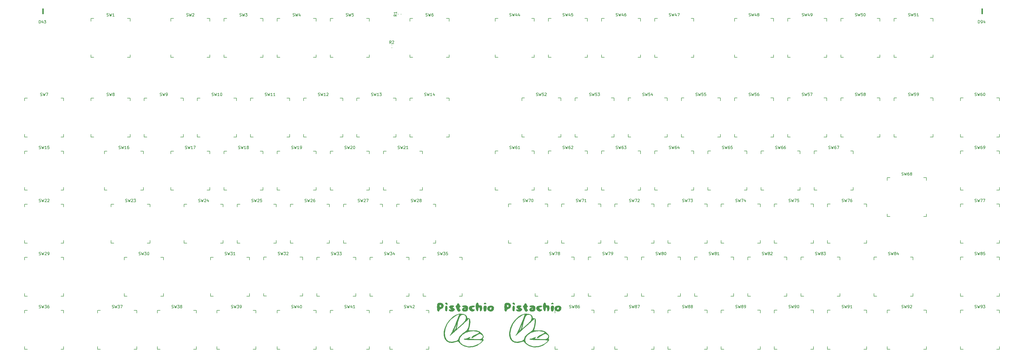
<source format=gto>
G04 #@! TF.GenerationSoftware,KiCad,Pcbnew,(5.1.5)-3*
G04 #@! TF.CreationDate,2020-07-19T18:58:00+09:00*
G04 #@! TF.ProjectId,Pistachio,50697374-6163-4686-996f-2e6b69636164,rev?*
G04 #@! TF.SameCoordinates,Original*
G04 #@! TF.FileFunction,Legend,Top*
G04 #@! TF.FilePolarity,Positive*
%FSLAX46Y46*%
G04 Gerber Fmt 4.6, Leading zero omitted, Abs format (unit mm)*
G04 Created by KiCad (PCBNEW (5.1.5)-3) date 2020-07-19 18:58:00*
%MOMM*%
%LPD*%
G04 APERTURE LIST*
%ADD10C,0.010000*%
%ADD11C,0.150000*%
%ADD12C,0.100000*%
%ADD13C,0.120000*%
G04 APERTURE END LIST*
D10*
G36*
X256328533Y-157947136D02*
G01*
X256458771Y-158184087D01*
X256138379Y-158262705D01*
X256011033Y-158264637D01*
X255590488Y-158211280D01*
X255632756Y-158011775D01*
X255693533Y-157947136D01*
X256053575Y-157765870D01*
X256328533Y-157947136D01*
G37*
X256328533Y-157947136D02*
X256458771Y-158184087D01*
X256138379Y-158262705D01*
X256011033Y-158264637D01*
X255590488Y-158211280D01*
X255632756Y-158011775D01*
X255693533Y-157947136D01*
X256053575Y-157765870D01*
X256328533Y-157947136D01*
G36*
X242471184Y-157947260D02*
G01*
X242517283Y-158132345D01*
X242481612Y-158473036D01*
X242451137Y-158508332D01*
X242183868Y-158405858D01*
X242054262Y-158353991D01*
X241744886Y-158073043D01*
X241849333Y-157801544D01*
X242120408Y-157735470D01*
X242471184Y-157947260D01*
G37*
X242471184Y-157947260D02*
X242517283Y-158132345D01*
X242481612Y-158473036D01*
X242451137Y-158508332D01*
X242183868Y-158405858D01*
X242054262Y-158353991D01*
X241744886Y-158073043D01*
X241849333Y-157801544D01*
X242120408Y-157735470D01*
X242471184Y-157947260D01*
G36*
X258711841Y-158929588D02*
G01*
X259090209Y-159342636D01*
X259140197Y-159535971D01*
X259050493Y-160305148D01*
X258603343Y-160769597D01*
X257914102Y-160862246D01*
X257267804Y-160624694D01*
X256881341Y-160181524D01*
X256831580Y-159979940D01*
X257679062Y-159979940D01*
X257889040Y-160255230D01*
X258145982Y-160237712D01*
X258372316Y-159866529D01*
X258392283Y-159704230D01*
X258230145Y-159361520D01*
X257894555Y-159405511D01*
X257730825Y-159587553D01*
X257679062Y-159979940D01*
X256831580Y-159979940D01*
X256804783Y-159871386D01*
X257007296Y-159294705D01*
X257503740Y-158929556D01*
X258127470Y-158799872D01*
X258711841Y-158929588D01*
G37*
X258711841Y-158929588D02*
X259090209Y-159342636D01*
X259140197Y-159535971D01*
X259050493Y-160305148D01*
X258603343Y-160769597D01*
X257914102Y-160862246D01*
X257267804Y-160624694D01*
X256881341Y-160181524D01*
X256831580Y-159979940D01*
X257679062Y-159979940D01*
X257889040Y-160255230D01*
X258145982Y-160237712D01*
X258372316Y-159866529D01*
X258392283Y-159704230D01*
X258230145Y-159361520D01*
X257894555Y-159405511D01*
X257730825Y-159587553D01*
X257679062Y-159979940D01*
X256831580Y-159979940D01*
X256804783Y-159871386D01*
X257007296Y-159294705D01*
X257503740Y-158929556D01*
X258127470Y-158799872D01*
X258711841Y-158929588D01*
G36*
X256430863Y-158954609D02*
G01*
X256540200Y-159433622D01*
X256447282Y-160281069D01*
X256201923Y-160784595D01*
X255854216Y-160870339D01*
X255658255Y-160734081D01*
X255537183Y-160370981D01*
X255482172Y-159728135D01*
X255481866Y-159675748D01*
X255547740Y-159056191D01*
X255801299Y-158815679D01*
X256011033Y-158793803D01*
X256430863Y-158954609D01*
G37*
X256430863Y-158954609D02*
X256540200Y-159433622D01*
X256447282Y-160281069D01*
X256201923Y-160784595D01*
X255854216Y-160870339D01*
X255658255Y-160734081D01*
X255537183Y-160370981D01*
X255482172Y-159728135D01*
X255481866Y-159675748D01*
X255547740Y-159056191D01*
X255801299Y-158815679D01*
X256011033Y-158793803D01*
X256430863Y-158954609D01*
G36*
X253558919Y-157956528D02*
G01*
X253629783Y-158276235D01*
X253763117Y-158692088D01*
X253960512Y-158774053D01*
X254602347Y-158765637D01*
X254883035Y-159036982D01*
X254907881Y-159698922D01*
X254902525Y-159765538D01*
X254757616Y-160464062D01*
X254526853Y-160824734D01*
X254300077Y-160802458D01*
X254167128Y-160352139D01*
X254158950Y-160138768D01*
X254084223Y-159571992D01*
X253903491Y-159323452D01*
X253894366Y-159322970D01*
X253693745Y-159548909D01*
X253629783Y-159968813D01*
X253527886Y-160524803D01*
X253297229Y-160803961D01*
X253050365Y-160711006D01*
X252966456Y-160530365D01*
X252767597Y-159897791D01*
X252710935Y-159716951D01*
X252657065Y-159108252D01*
X252776333Y-158439015D01*
X253011254Y-157914455D01*
X253265981Y-157735470D01*
X253558919Y-157956528D01*
G37*
X253558919Y-157956528D02*
X253629783Y-158276235D01*
X253763117Y-158692088D01*
X253960512Y-158774053D01*
X254602347Y-158765637D01*
X254883035Y-159036982D01*
X254907881Y-159698922D01*
X254902525Y-159765538D01*
X254757616Y-160464062D01*
X254526853Y-160824734D01*
X254300077Y-160802458D01*
X254167128Y-160352139D01*
X254158950Y-160138768D01*
X254084223Y-159571992D01*
X253903491Y-159323452D01*
X253894366Y-159322970D01*
X253693745Y-159548909D01*
X253629783Y-159968813D01*
X253527886Y-160524803D01*
X253297229Y-160803961D01*
X253050365Y-160711006D01*
X252966456Y-160530365D01*
X252767597Y-159897791D01*
X252710935Y-159716951D01*
X252657065Y-159108252D01*
X252776333Y-158439015D01*
X253011254Y-157914455D01*
X253265981Y-157735470D01*
X253558919Y-157956528D01*
G36*
X252051712Y-158847683D02*
G01*
X252304858Y-159034549D01*
X252306866Y-159058387D01*
X252084441Y-159270782D01*
X251758299Y-159322970D01*
X251339545Y-159461871D01*
X251304870Y-159785991D01*
X251597678Y-160145211D01*
X251881500Y-160164823D01*
X252238909Y-160227819D01*
X252248059Y-160429406D01*
X251899130Y-160774929D01*
X251320301Y-160838329D01*
X250736069Y-160608660D01*
X250620054Y-160508776D01*
X250224338Y-159879681D01*
X250352324Y-159295800D01*
X250507700Y-159111303D01*
X250938373Y-158892377D01*
X251524631Y-158802398D01*
X252051712Y-158847683D01*
G37*
X252051712Y-158847683D02*
X252304858Y-159034549D01*
X252306866Y-159058387D01*
X252084441Y-159270782D01*
X251758299Y-159322970D01*
X251339545Y-159461871D01*
X251304870Y-159785991D01*
X251597678Y-160145211D01*
X251881500Y-160164823D01*
X252238909Y-160227819D01*
X252248059Y-160429406D01*
X251899130Y-160774929D01*
X251320301Y-160838329D01*
X250736069Y-160608660D01*
X250620054Y-160508776D01*
X250224338Y-159879681D01*
X250352324Y-159295800D01*
X250507700Y-159111303D01*
X250938373Y-158892377D01*
X251524631Y-158802398D01*
X252051712Y-158847683D01*
G36*
X249229367Y-158789133D02*
G01*
X249357104Y-158831028D01*
X249778949Y-159103345D01*
X249894902Y-159601858D01*
X249876403Y-159910652D01*
X249747840Y-160514583D01*
X249408028Y-160768861D01*
X248971248Y-160832678D01*
X248343103Y-160829035D01*
X247980337Y-160729056D01*
X247979060Y-160727803D01*
X247774780Y-160236710D01*
X247831013Y-160116720D01*
X248602700Y-160116720D01*
X248692971Y-160374424D01*
X248719376Y-160381303D01*
X248945269Y-160195900D01*
X248999575Y-160116720D01*
X248978597Y-159872911D01*
X248882898Y-159852137D01*
X248613467Y-160044201D01*
X248602700Y-160116720D01*
X247831013Y-160116720D01*
X247993224Y-159770597D01*
X248536554Y-159512479D01*
X249264158Y-159402256D01*
X248536554Y-159362613D01*
X248007897Y-159260264D01*
X247808950Y-159089245D01*
X248032931Y-158819785D01*
X248572562Y-158708714D01*
X249229367Y-158789133D01*
G37*
X249229367Y-158789133D02*
X249357104Y-158831028D01*
X249778949Y-159103345D01*
X249894902Y-159601858D01*
X249876403Y-159910652D01*
X249747840Y-160514583D01*
X249408028Y-160768861D01*
X248971248Y-160832678D01*
X248343103Y-160829035D01*
X247980337Y-160729056D01*
X247979060Y-160727803D01*
X247774780Y-160236710D01*
X247831013Y-160116720D01*
X248602700Y-160116720D01*
X248692971Y-160374424D01*
X248719376Y-160381303D01*
X248945269Y-160195900D01*
X248999575Y-160116720D01*
X248978597Y-159872911D01*
X248882898Y-159852137D01*
X248613467Y-160044201D01*
X248602700Y-160116720D01*
X247831013Y-160116720D01*
X247993224Y-159770597D01*
X248536554Y-159512479D01*
X249264158Y-159402256D01*
X248536554Y-159362613D01*
X248007897Y-159260264D01*
X247808950Y-159089245D01*
X248032931Y-158819785D01*
X248572562Y-158708714D01*
X249229367Y-158789133D01*
G36*
X246704773Y-158200532D02*
G01*
X246750616Y-158374880D01*
X246952956Y-158814568D01*
X247081345Y-158904046D01*
X247275921Y-159077805D01*
X247081345Y-159212727D01*
X246785278Y-159559046D01*
X246824393Y-159981568D01*
X247062044Y-160176432D01*
X247236435Y-160405402D01*
X247074007Y-160710557D01*
X246695534Y-160902323D01*
X246594406Y-160910470D01*
X246196380Y-160691983D01*
X246061540Y-160447449D01*
X245812861Y-159822937D01*
X245636922Y-159467277D01*
X245491668Y-159016449D01*
X245656236Y-158849916D01*
X245931098Y-158534873D01*
X245956866Y-158374880D01*
X246169137Y-158043350D01*
X246353741Y-158000053D01*
X246704773Y-158200532D01*
G37*
X246704773Y-158200532D02*
X246750616Y-158374880D01*
X246952956Y-158814568D01*
X247081345Y-158904046D01*
X247275921Y-159077805D01*
X247081345Y-159212727D01*
X246785278Y-159559046D01*
X246824393Y-159981568D01*
X247062044Y-160176432D01*
X247236435Y-160405402D01*
X247074007Y-160710557D01*
X246695534Y-160902323D01*
X246594406Y-160910470D01*
X246196380Y-160691983D01*
X246061540Y-160447449D01*
X245812861Y-159822937D01*
X245636922Y-159467277D01*
X245491668Y-159016449D01*
X245656236Y-158849916D01*
X245931098Y-158534873D01*
X245956866Y-158374880D01*
X246169137Y-158043350D01*
X246353741Y-158000053D01*
X246704773Y-158200532D01*
G36*
X244877285Y-158931915D02*
G01*
X244811071Y-159197277D01*
X244435512Y-159339741D01*
X244194509Y-159391843D01*
X244435547Y-159540922D01*
X244567804Y-159595798D01*
X245078957Y-159915502D01*
X245080710Y-160300888D01*
X244845616Y-160592970D01*
X244338532Y-160845074D01*
X243698887Y-160901621D01*
X243225420Y-160736634D01*
X243222838Y-160734081D01*
X243040284Y-160370243D01*
X243290521Y-160203134D01*
X243641762Y-160247767D01*
X244019903Y-160338498D01*
X244007942Y-160245082D01*
X243593102Y-159897059D01*
X243575616Y-159883007D01*
X243181442Y-159393454D01*
X243263511Y-159006583D01*
X243770825Y-158779990D01*
X244567804Y-158762455D01*
X244877285Y-158931915D01*
G37*
X244877285Y-158931915D02*
X244811071Y-159197277D01*
X244435512Y-159339741D01*
X244194509Y-159391843D01*
X244435547Y-159540922D01*
X244567804Y-159595798D01*
X245078957Y-159915502D01*
X245080710Y-160300888D01*
X244845616Y-160592970D01*
X244338532Y-160845074D01*
X243698887Y-160901621D01*
X243225420Y-160736634D01*
X243222838Y-160734081D01*
X243040284Y-160370243D01*
X243290521Y-160203134D01*
X243641762Y-160247767D01*
X244019903Y-160338498D01*
X244007942Y-160245082D01*
X243593102Y-159897059D01*
X243575616Y-159883007D01*
X243181442Y-159393454D01*
X243263511Y-159006583D01*
X243770825Y-158779990D01*
X244567804Y-158762455D01*
X244877285Y-158931915D01*
G36*
X242416272Y-158998296D02*
G01*
X242516943Y-159647212D01*
X242517283Y-159704230D01*
X242431945Y-160434707D01*
X242209953Y-160806581D01*
X241902339Y-160736294D01*
X241892729Y-160726888D01*
X241776677Y-160369213D01*
X241723841Y-159729384D01*
X241723533Y-159675748D01*
X241818746Y-159008498D01*
X242117472Y-158793814D01*
X242120408Y-158793803D01*
X242416272Y-158998296D01*
G37*
X242416272Y-158998296D02*
X242516943Y-159647212D01*
X242517283Y-159704230D01*
X242431945Y-160434707D01*
X242209953Y-160806581D01*
X241902339Y-160736294D01*
X241892729Y-160726888D01*
X241776677Y-160369213D01*
X241723841Y-159729384D01*
X241723533Y-159675748D01*
X241818746Y-159008498D01*
X242117472Y-158793814D01*
X242120408Y-158793803D01*
X242416272Y-158998296D01*
G36*
X240879737Y-158172908D02*
G01*
X241148708Y-158779053D01*
X241144077Y-158999573D01*
X240888637Y-159610724D01*
X240400616Y-159853602D01*
X239903799Y-160093747D01*
X239739158Y-160371183D01*
X239553999Y-160759471D01*
X239172197Y-160844734D01*
X238995017Y-160739593D01*
X238888102Y-160387788D01*
X238822699Y-159700584D01*
X238813116Y-159283913D01*
X238827714Y-158926095D01*
X239606866Y-158926095D01*
X239818656Y-159276871D01*
X240003741Y-159322970D01*
X240354518Y-159111180D01*
X240400616Y-158926095D01*
X240188826Y-158575318D01*
X240003741Y-158529220D01*
X239652965Y-158741010D01*
X239606866Y-158926095D01*
X238827714Y-158926095D01*
X238845137Y-158499039D01*
X238987241Y-158086262D01*
X239308493Y-157890105D01*
X239449931Y-157850305D01*
X240270874Y-157834424D01*
X240879737Y-158172908D01*
G37*
X240879737Y-158172908D02*
X241148708Y-158779053D01*
X241144077Y-158999573D01*
X240888637Y-159610724D01*
X240400616Y-159853602D01*
X239903799Y-160093747D01*
X239739158Y-160371183D01*
X239553999Y-160759471D01*
X239172197Y-160844734D01*
X238995017Y-160739593D01*
X238888102Y-160387788D01*
X238822699Y-159700584D01*
X238813116Y-159283913D01*
X238827714Y-158926095D01*
X239606866Y-158926095D01*
X239818656Y-159276871D01*
X240003741Y-159322970D01*
X240354518Y-159111180D01*
X240400616Y-158926095D01*
X240188826Y-158575318D01*
X240003741Y-158529220D01*
X239652965Y-158741010D01*
X239606866Y-158926095D01*
X238827714Y-158926095D01*
X238845137Y-158499039D01*
X238987241Y-158086262D01*
X239308493Y-157890105D01*
X239449931Y-157850305D01*
X240270874Y-157834424D01*
X240879737Y-158172908D01*
G36*
X232198533Y-157947136D02*
G01*
X232328771Y-158184087D01*
X232008379Y-158262705D01*
X231881033Y-158264637D01*
X231460488Y-158211280D01*
X231502756Y-158011775D01*
X231563533Y-157947136D01*
X231923575Y-157765870D01*
X232198533Y-157947136D01*
G37*
X232198533Y-157947136D02*
X232328771Y-158184087D01*
X232008379Y-158262705D01*
X231881033Y-158264637D01*
X231460488Y-158211280D01*
X231502756Y-158011775D01*
X231563533Y-157947136D01*
X231923575Y-157765870D01*
X232198533Y-157947136D01*
G36*
X218341184Y-157947260D02*
G01*
X218387283Y-158132345D01*
X218351612Y-158473036D01*
X218321137Y-158508332D01*
X218053868Y-158405858D01*
X217924262Y-158353991D01*
X217614886Y-158073043D01*
X217719333Y-157801544D01*
X217990408Y-157735470D01*
X218341184Y-157947260D01*
G37*
X218341184Y-157947260D02*
X218387283Y-158132345D01*
X218351612Y-158473036D01*
X218321137Y-158508332D01*
X218053868Y-158405858D01*
X217924262Y-158353991D01*
X217614886Y-158073043D01*
X217719333Y-157801544D01*
X217990408Y-157735470D01*
X218341184Y-157947260D01*
G36*
X234581841Y-158929588D02*
G01*
X234960209Y-159342636D01*
X235010197Y-159535971D01*
X234920493Y-160305148D01*
X234473343Y-160769597D01*
X233784102Y-160862246D01*
X233137804Y-160624694D01*
X232751341Y-160181524D01*
X232701580Y-159979940D01*
X233549062Y-159979940D01*
X233759040Y-160255230D01*
X234015982Y-160237712D01*
X234242316Y-159866529D01*
X234262283Y-159704230D01*
X234100145Y-159361520D01*
X233764555Y-159405511D01*
X233600825Y-159587553D01*
X233549062Y-159979940D01*
X232701580Y-159979940D01*
X232674783Y-159871386D01*
X232877296Y-159294705D01*
X233373740Y-158929556D01*
X233997470Y-158799872D01*
X234581841Y-158929588D01*
G37*
X234581841Y-158929588D02*
X234960209Y-159342636D01*
X235010197Y-159535971D01*
X234920493Y-160305148D01*
X234473343Y-160769597D01*
X233784102Y-160862246D01*
X233137804Y-160624694D01*
X232751341Y-160181524D01*
X232701580Y-159979940D01*
X233549062Y-159979940D01*
X233759040Y-160255230D01*
X234015982Y-160237712D01*
X234242316Y-159866529D01*
X234262283Y-159704230D01*
X234100145Y-159361520D01*
X233764555Y-159405511D01*
X233600825Y-159587553D01*
X233549062Y-159979940D01*
X232701580Y-159979940D01*
X232674783Y-159871386D01*
X232877296Y-159294705D01*
X233373740Y-158929556D01*
X233997470Y-158799872D01*
X234581841Y-158929588D01*
G36*
X232300863Y-158954609D02*
G01*
X232410200Y-159433622D01*
X232317282Y-160281069D01*
X232071923Y-160784595D01*
X231724216Y-160870339D01*
X231528255Y-160734081D01*
X231407183Y-160370981D01*
X231352172Y-159728135D01*
X231351866Y-159675748D01*
X231417740Y-159056191D01*
X231671299Y-158815679D01*
X231881033Y-158793803D01*
X232300863Y-158954609D01*
G37*
X232300863Y-158954609D02*
X232410200Y-159433622D01*
X232317282Y-160281069D01*
X232071923Y-160784595D01*
X231724216Y-160870339D01*
X231528255Y-160734081D01*
X231407183Y-160370981D01*
X231352172Y-159728135D01*
X231351866Y-159675748D01*
X231417740Y-159056191D01*
X231671299Y-158815679D01*
X231881033Y-158793803D01*
X232300863Y-158954609D01*
G36*
X229428919Y-157956528D02*
G01*
X229499783Y-158276235D01*
X229633117Y-158692088D01*
X229830512Y-158774053D01*
X230472347Y-158765637D01*
X230753035Y-159036982D01*
X230777881Y-159698922D01*
X230772525Y-159765538D01*
X230627616Y-160464062D01*
X230396853Y-160824734D01*
X230170077Y-160802458D01*
X230037128Y-160352139D01*
X230028950Y-160138768D01*
X229954223Y-159571992D01*
X229773491Y-159323452D01*
X229764366Y-159322970D01*
X229563745Y-159548909D01*
X229499783Y-159968813D01*
X229397886Y-160524803D01*
X229167229Y-160803961D01*
X228920365Y-160711006D01*
X228836456Y-160530365D01*
X228637597Y-159897791D01*
X228580935Y-159716951D01*
X228527065Y-159108252D01*
X228646333Y-158439015D01*
X228881254Y-157914455D01*
X229135981Y-157735470D01*
X229428919Y-157956528D01*
G37*
X229428919Y-157956528D02*
X229499783Y-158276235D01*
X229633117Y-158692088D01*
X229830512Y-158774053D01*
X230472347Y-158765637D01*
X230753035Y-159036982D01*
X230777881Y-159698922D01*
X230772525Y-159765538D01*
X230627616Y-160464062D01*
X230396853Y-160824734D01*
X230170077Y-160802458D01*
X230037128Y-160352139D01*
X230028950Y-160138768D01*
X229954223Y-159571992D01*
X229773491Y-159323452D01*
X229764366Y-159322970D01*
X229563745Y-159548909D01*
X229499783Y-159968813D01*
X229397886Y-160524803D01*
X229167229Y-160803961D01*
X228920365Y-160711006D01*
X228836456Y-160530365D01*
X228637597Y-159897791D01*
X228580935Y-159716951D01*
X228527065Y-159108252D01*
X228646333Y-158439015D01*
X228881254Y-157914455D01*
X229135981Y-157735470D01*
X229428919Y-157956528D01*
G36*
X227921712Y-158847683D02*
G01*
X228174858Y-159034549D01*
X228176866Y-159058387D01*
X227954441Y-159270782D01*
X227628299Y-159322970D01*
X227209545Y-159461871D01*
X227174870Y-159785991D01*
X227467678Y-160145211D01*
X227751500Y-160164823D01*
X228108909Y-160227819D01*
X228118059Y-160429406D01*
X227769130Y-160774929D01*
X227190301Y-160838329D01*
X226606069Y-160608660D01*
X226490054Y-160508776D01*
X226094338Y-159879681D01*
X226222324Y-159295800D01*
X226377700Y-159111303D01*
X226808373Y-158892377D01*
X227394631Y-158802398D01*
X227921712Y-158847683D01*
G37*
X227921712Y-158847683D02*
X228174858Y-159034549D01*
X228176866Y-159058387D01*
X227954441Y-159270782D01*
X227628299Y-159322970D01*
X227209545Y-159461871D01*
X227174870Y-159785991D01*
X227467678Y-160145211D01*
X227751500Y-160164823D01*
X228108909Y-160227819D01*
X228118059Y-160429406D01*
X227769130Y-160774929D01*
X227190301Y-160838329D01*
X226606069Y-160608660D01*
X226490054Y-160508776D01*
X226094338Y-159879681D01*
X226222324Y-159295800D01*
X226377700Y-159111303D01*
X226808373Y-158892377D01*
X227394631Y-158802398D01*
X227921712Y-158847683D01*
G36*
X225099367Y-158789133D02*
G01*
X225227104Y-158831028D01*
X225648949Y-159103345D01*
X225764902Y-159601858D01*
X225746403Y-159910652D01*
X225617840Y-160514583D01*
X225278028Y-160768861D01*
X224841248Y-160832678D01*
X224213103Y-160829035D01*
X223850337Y-160729056D01*
X223849060Y-160727803D01*
X223644780Y-160236710D01*
X223701013Y-160116720D01*
X224472700Y-160116720D01*
X224562971Y-160374424D01*
X224589376Y-160381303D01*
X224815269Y-160195900D01*
X224869575Y-160116720D01*
X224848597Y-159872911D01*
X224752898Y-159852137D01*
X224483467Y-160044201D01*
X224472700Y-160116720D01*
X223701013Y-160116720D01*
X223863224Y-159770597D01*
X224406554Y-159512479D01*
X225134158Y-159402256D01*
X224406554Y-159362613D01*
X223877897Y-159260264D01*
X223678950Y-159089245D01*
X223902931Y-158819785D01*
X224442562Y-158708714D01*
X225099367Y-158789133D01*
G37*
X225099367Y-158789133D02*
X225227104Y-158831028D01*
X225648949Y-159103345D01*
X225764902Y-159601858D01*
X225746403Y-159910652D01*
X225617840Y-160514583D01*
X225278028Y-160768861D01*
X224841248Y-160832678D01*
X224213103Y-160829035D01*
X223850337Y-160729056D01*
X223849060Y-160727803D01*
X223644780Y-160236710D01*
X223701013Y-160116720D01*
X224472700Y-160116720D01*
X224562971Y-160374424D01*
X224589376Y-160381303D01*
X224815269Y-160195900D01*
X224869575Y-160116720D01*
X224848597Y-159872911D01*
X224752898Y-159852137D01*
X224483467Y-160044201D01*
X224472700Y-160116720D01*
X223701013Y-160116720D01*
X223863224Y-159770597D01*
X224406554Y-159512479D01*
X225134158Y-159402256D01*
X224406554Y-159362613D01*
X223877897Y-159260264D01*
X223678950Y-159089245D01*
X223902931Y-158819785D01*
X224442562Y-158708714D01*
X225099367Y-158789133D01*
G36*
X222574773Y-158200532D02*
G01*
X222620616Y-158374880D01*
X222822956Y-158814568D01*
X222951345Y-158904046D01*
X223145921Y-159077805D01*
X222951345Y-159212727D01*
X222655278Y-159559046D01*
X222694393Y-159981568D01*
X222932044Y-160176432D01*
X223106435Y-160405402D01*
X222944007Y-160710557D01*
X222565534Y-160902323D01*
X222464406Y-160910470D01*
X222066380Y-160691983D01*
X221931540Y-160447449D01*
X221682861Y-159822937D01*
X221506922Y-159467277D01*
X221361668Y-159016449D01*
X221526236Y-158849916D01*
X221801098Y-158534873D01*
X221826866Y-158374880D01*
X222039137Y-158043350D01*
X222223741Y-158000053D01*
X222574773Y-158200532D01*
G37*
X222574773Y-158200532D02*
X222620616Y-158374880D01*
X222822956Y-158814568D01*
X222951345Y-158904046D01*
X223145921Y-159077805D01*
X222951345Y-159212727D01*
X222655278Y-159559046D01*
X222694393Y-159981568D01*
X222932044Y-160176432D01*
X223106435Y-160405402D01*
X222944007Y-160710557D01*
X222565534Y-160902323D01*
X222464406Y-160910470D01*
X222066380Y-160691983D01*
X221931540Y-160447449D01*
X221682861Y-159822937D01*
X221506922Y-159467277D01*
X221361668Y-159016449D01*
X221526236Y-158849916D01*
X221801098Y-158534873D01*
X221826866Y-158374880D01*
X222039137Y-158043350D01*
X222223741Y-158000053D01*
X222574773Y-158200532D01*
G36*
X220747285Y-158931915D02*
G01*
X220681071Y-159197277D01*
X220305512Y-159339741D01*
X220064509Y-159391843D01*
X220305547Y-159540922D01*
X220437804Y-159595798D01*
X220948957Y-159915502D01*
X220950710Y-160300888D01*
X220715616Y-160592970D01*
X220208532Y-160845074D01*
X219568887Y-160901621D01*
X219095420Y-160736634D01*
X219092838Y-160734081D01*
X218910284Y-160370243D01*
X219160521Y-160203134D01*
X219511762Y-160247767D01*
X219889903Y-160338498D01*
X219877942Y-160245082D01*
X219463102Y-159897059D01*
X219445616Y-159883007D01*
X219051442Y-159393454D01*
X219133511Y-159006583D01*
X219640825Y-158779990D01*
X220437804Y-158762455D01*
X220747285Y-158931915D01*
G37*
X220747285Y-158931915D02*
X220681071Y-159197277D01*
X220305512Y-159339741D01*
X220064509Y-159391843D01*
X220305547Y-159540922D01*
X220437804Y-159595798D01*
X220948957Y-159915502D01*
X220950710Y-160300888D01*
X220715616Y-160592970D01*
X220208532Y-160845074D01*
X219568887Y-160901621D01*
X219095420Y-160736634D01*
X219092838Y-160734081D01*
X218910284Y-160370243D01*
X219160521Y-160203134D01*
X219511762Y-160247767D01*
X219889903Y-160338498D01*
X219877942Y-160245082D01*
X219463102Y-159897059D01*
X219445616Y-159883007D01*
X219051442Y-159393454D01*
X219133511Y-159006583D01*
X219640825Y-158779990D01*
X220437804Y-158762455D01*
X220747285Y-158931915D01*
G36*
X218286272Y-158998296D02*
G01*
X218386943Y-159647212D01*
X218387283Y-159704230D01*
X218301945Y-160434707D01*
X218079953Y-160806581D01*
X217772339Y-160736294D01*
X217762729Y-160726888D01*
X217646677Y-160369213D01*
X217593841Y-159729384D01*
X217593533Y-159675748D01*
X217688746Y-159008498D01*
X217987472Y-158793814D01*
X217990408Y-158793803D01*
X218286272Y-158998296D01*
G37*
X218286272Y-158998296D02*
X218386943Y-159647212D01*
X218387283Y-159704230D01*
X218301945Y-160434707D01*
X218079953Y-160806581D01*
X217772339Y-160736294D01*
X217762729Y-160726888D01*
X217646677Y-160369213D01*
X217593841Y-159729384D01*
X217593533Y-159675748D01*
X217688746Y-159008498D01*
X217987472Y-158793814D01*
X217990408Y-158793803D01*
X218286272Y-158998296D01*
G36*
X216749737Y-158172908D02*
G01*
X217018708Y-158779053D01*
X217014077Y-158999573D01*
X216758637Y-159610724D01*
X216270616Y-159853602D01*
X215773799Y-160093747D01*
X215609158Y-160371183D01*
X215423999Y-160759471D01*
X215042197Y-160844734D01*
X214865017Y-160739593D01*
X214758102Y-160387788D01*
X214692699Y-159700584D01*
X214683116Y-159283913D01*
X214697714Y-158926095D01*
X215476866Y-158926095D01*
X215688656Y-159276871D01*
X215873741Y-159322970D01*
X216224518Y-159111180D01*
X216270616Y-158926095D01*
X216058826Y-158575318D01*
X215873741Y-158529220D01*
X215522965Y-158741010D01*
X215476866Y-158926095D01*
X214697714Y-158926095D01*
X214715137Y-158499039D01*
X214857241Y-158086262D01*
X215178493Y-157890105D01*
X215319931Y-157850305D01*
X216140874Y-157834424D01*
X216749737Y-158172908D01*
G37*
X216749737Y-158172908D02*
X217018708Y-158779053D01*
X217014077Y-158999573D01*
X216758637Y-159610724D01*
X216270616Y-159853602D01*
X215773799Y-160093747D01*
X215609158Y-160371183D01*
X215423999Y-160759471D01*
X215042197Y-160844734D01*
X214865017Y-160739593D01*
X214758102Y-160387788D01*
X214692699Y-159700584D01*
X214683116Y-159283913D01*
X214697714Y-158926095D01*
X215476866Y-158926095D01*
X215688656Y-159276871D01*
X215873741Y-159322970D01*
X216224518Y-159111180D01*
X216270616Y-158926095D01*
X216058826Y-158575318D01*
X215873741Y-158529220D01*
X215522965Y-158741010D01*
X215476866Y-158926095D01*
X214697714Y-158926095D01*
X214715137Y-158499039D01*
X214857241Y-158086262D01*
X215178493Y-157890105D01*
X215319931Y-157850305D01*
X216140874Y-157834424D01*
X216749737Y-158172908D01*
G36*
X247561722Y-161804068D02*
G01*
X248385762Y-162130718D01*
X248820716Y-162662181D01*
X248867284Y-162945232D01*
X248980393Y-163338774D01*
X249361998Y-163329113D01*
X249771886Y-163407096D01*
X249999532Y-163909063D01*
X250041694Y-164761025D01*
X249895132Y-165888994D01*
X249556603Y-167218982D01*
X249535377Y-167286928D01*
X249482581Y-167584154D01*
X249641241Y-167729623D01*
X250122632Y-167760265D01*
X250853881Y-167724527D01*
X252258669Y-167762153D01*
X253327513Y-168104906D01*
X254185955Y-168798966D01*
X254370942Y-169018311D01*
X254762458Y-169622030D01*
X254795304Y-170083022D01*
X254703785Y-170300360D01*
X254567432Y-170758114D01*
X254756377Y-170954152D01*
X254781142Y-171198079D01*
X254397130Y-171703763D01*
X253962421Y-172134230D01*
X252552612Y-173118962D01*
X250987269Y-173651415D01*
X249366643Y-173715373D01*
X247790986Y-173294618D01*
X247535183Y-173173907D01*
X246785678Y-172715009D01*
X246230707Y-172230444D01*
X246089077Y-172030252D01*
X245851702Y-171674629D01*
X245517658Y-171639193D01*
X245029844Y-171819881D01*
X243759415Y-172136019D01*
X242568526Y-172018566D01*
X241567517Y-171497371D01*
X240920427Y-170708282D01*
X240559148Y-169504809D01*
X240584608Y-168722672D01*
X240929783Y-168722672D01*
X241099792Y-170125470D01*
X241599411Y-171117434D01*
X242413030Y-171688779D01*
X243525039Y-171829719D01*
X244919826Y-171530471D01*
X245229263Y-171417741D01*
X245411442Y-171294357D01*
X246187590Y-171294357D01*
X246496610Y-172128716D01*
X247303408Y-172822876D01*
X247650686Y-173000581D01*
X249221876Y-173446208D01*
X250889957Y-173386121D01*
X251544240Y-173235811D01*
X252399801Y-172909013D01*
X253259680Y-172441093D01*
X253961830Y-171934624D01*
X254344203Y-171492177D01*
X254359039Y-171454116D01*
X254279433Y-171310487D01*
X253888611Y-171212247D01*
X253124490Y-171153020D01*
X251924985Y-171126433D01*
X251138290Y-171123387D01*
X249581411Y-171101455D01*
X248500274Y-171036767D01*
X247914623Y-170930985D01*
X247808950Y-170843188D01*
X247969958Y-170682837D01*
X248065763Y-170721709D01*
X248454799Y-170719582D01*
X249055565Y-170500684D01*
X249110957Y-170472741D01*
X249770460Y-170165931D01*
X250104414Y-170079352D01*
X250055413Y-170217824D01*
X249814564Y-170413680D01*
X249654765Y-170580134D01*
X249769887Y-170690598D01*
X250232655Y-170760623D01*
X251115800Y-170805761D01*
X251732019Y-170823712D01*
X252875095Y-170843763D01*
X253605121Y-170817663D01*
X254037687Y-170722838D01*
X254288383Y-170536712D01*
X254442405Y-170294376D01*
X254608851Y-169814893D01*
X254409951Y-169438898D01*
X254158545Y-169217771D01*
X253832398Y-168986644D01*
X253515973Y-168907359D01*
X253105695Y-169013098D01*
X252497992Y-169337042D01*
X251589291Y-169912371D01*
X251203641Y-170164409D01*
X250738168Y-170431321D01*
X250562519Y-170381608D01*
X250542978Y-170205900D01*
X250773838Y-169889539D01*
X251382717Y-169497455D01*
X251954089Y-169229635D01*
X252854962Y-168822072D01*
X253276585Y-168527045D01*
X253246943Y-168306327D01*
X252794020Y-168121685D01*
X252769888Y-168115150D01*
X251262308Y-167925455D01*
X249707738Y-168095759D01*
X248275985Y-168587493D01*
X247136853Y-169362088D01*
X247093761Y-169404409D01*
X246384068Y-170369640D01*
X246187590Y-171294357D01*
X245411442Y-171294357D01*
X245792618Y-171036200D01*
X245956867Y-170639404D01*
X246177180Y-170015857D01*
X246756744Y-169305221D01*
X247573498Y-168640303D01*
X248058024Y-168353282D01*
X248911798Y-167620093D01*
X249449314Y-166480917D01*
X249658555Y-164962728D01*
X249661034Y-164755464D01*
X249661034Y-163397629D01*
X246816763Y-165992806D01*
X245744136Y-166967302D01*
X244758669Y-167854959D01*
X243951494Y-168574230D01*
X243413746Y-169043566D01*
X243312926Y-169128080D01*
X242880947Y-169474572D01*
X242813647Y-169485852D01*
X243067981Y-169164017D01*
X243088539Y-169139012D01*
X243332994Y-168728077D01*
X243701555Y-167973543D01*
X243761823Y-167840241D01*
X244233097Y-167840241D01*
X244388980Y-167762850D01*
X244476889Y-167680260D01*
X244746859Y-167247327D01*
X245157808Y-167247327D01*
X246849246Y-165679627D01*
X247716553Y-164837801D01*
X248241988Y-164212564D01*
X248502056Y-163696504D01*
X248571692Y-163261341D01*
X248407487Y-162463646D01*
X247899605Y-162038082D01*
X247130605Y-162043187D01*
X246941318Y-162105346D01*
X246460596Y-162537237D01*
X246019350Y-163460091D01*
X245612381Y-164887481D01*
X245318719Y-166341086D01*
X245157808Y-167247327D01*
X244746859Y-167247327D01*
X244807622Y-167149886D01*
X245052889Y-166407384D01*
X245062924Y-166357343D01*
X245155138Y-165736878D01*
X245098187Y-165616260D01*
X244890047Y-165997496D01*
X244528697Y-166882593D01*
X244525822Y-166890053D01*
X244277251Y-167572890D01*
X244233097Y-167840241D01*
X243761823Y-167840241D01*
X244150478Y-166980617D01*
X244636017Y-165854504D01*
X245114429Y-164700411D01*
X245541968Y-163623545D01*
X245874889Y-162729112D01*
X246069449Y-162122318D01*
X246093686Y-161911594D01*
X245801177Y-161954640D01*
X245228626Y-162243333D01*
X244509038Y-162692553D01*
X243775420Y-163217178D01*
X243160780Y-163732089D01*
X243002477Y-163889886D01*
X241901037Y-165375103D01*
X241190014Y-167018012D01*
X240929984Y-168677370D01*
X240929783Y-168722672D01*
X240584608Y-168722672D01*
X240603626Y-168138435D01*
X240996613Y-166702473D01*
X241680862Y-165290233D01*
X242599125Y-163995025D01*
X243694156Y-162910162D01*
X244908705Y-162128953D01*
X246185527Y-161744711D01*
X246432285Y-161724197D01*
X247561722Y-161804068D01*
G37*
X247561722Y-161804068D02*
X248385762Y-162130718D01*
X248820716Y-162662181D01*
X248867284Y-162945232D01*
X248980393Y-163338774D01*
X249361998Y-163329113D01*
X249771886Y-163407096D01*
X249999532Y-163909063D01*
X250041694Y-164761025D01*
X249895132Y-165888994D01*
X249556603Y-167218982D01*
X249535377Y-167286928D01*
X249482581Y-167584154D01*
X249641241Y-167729623D01*
X250122632Y-167760265D01*
X250853881Y-167724527D01*
X252258669Y-167762153D01*
X253327513Y-168104906D01*
X254185955Y-168798966D01*
X254370942Y-169018311D01*
X254762458Y-169622030D01*
X254795304Y-170083022D01*
X254703785Y-170300360D01*
X254567432Y-170758114D01*
X254756377Y-170954152D01*
X254781142Y-171198079D01*
X254397130Y-171703763D01*
X253962421Y-172134230D01*
X252552612Y-173118962D01*
X250987269Y-173651415D01*
X249366643Y-173715373D01*
X247790986Y-173294618D01*
X247535183Y-173173907D01*
X246785678Y-172715009D01*
X246230707Y-172230444D01*
X246089077Y-172030252D01*
X245851702Y-171674629D01*
X245517658Y-171639193D01*
X245029844Y-171819881D01*
X243759415Y-172136019D01*
X242568526Y-172018566D01*
X241567517Y-171497371D01*
X240920427Y-170708282D01*
X240559148Y-169504809D01*
X240584608Y-168722672D01*
X240929783Y-168722672D01*
X241099792Y-170125470D01*
X241599411Y-171117434D01*
X242413030Y-171688779D01*
X243525039Y-171829719D01*
X244919826Y-171530471D01*
X245229263Y-171417741D01*
X245411442Y-171294357D01*
X246187590Y-171294357D01*
X246496610Y-172128716D01*
X247303408Y-172822876D01*
X247650686Y-173000581D01*
X249221876Y-173446208D01*
X250889957Y-173386121D01*
X251544240Y-173235811D01*
X252399801Y-172909013D01*
X253259680Y-172441093D01*
X253961830Y-171934624D01*
X254344203Y-171492177D01*
X254359039Y-171454116D01*
X254279433Y-171310487D01*
X253888611Y-171212247D01*
X253124490Y-171153020D01*
X251924985Y-171126433D01*
X251138290Y-171123387D01*
X249581411Y-171101455D01*
X248500274Y-171036767D01*
X247914623Y-170930985D01*
X247808950Y-170843188D01*
X247969958Y-170682837D01*
X248065763Y-170721709D01*
X248454799Y-170719582D01*
X249055565Y-170500684D01*
X249110957Y-170472741D01*
X249770460Y-170165931D01*
X250104414Y-170079352D01*
X250055413Y-170217824D01*
X249814564Y-170413680D01*
X249654765Y-170580134D01*
X249769887Y-170690598D01*
X250232655Y-170760623D01*
X251115800Y-170805761D01*
X251732019Y-170823712D01*
X252875095Y-170843763D01*
X253605121Y-170817663D01*
X254037687Y-170722838D01*
X254288383Y-170536712D01*
X254442405Y-170294376D01*
X254608851Y-169814893D01*
X254409951Y-169438898D01*
X254158545Y-169217771D01*
X253832398Y-168986644D01*
X253515973Y-168907359D01*
X253105695Y-169013098D01*
X252497992Y-169337042D01*
X251589291Y-169912371D01*
X251203641Y-170164409D01*
X250738168Y-170431321D01*
X250562519Y-170381608D01*
X250542978Y-170205900D01*
X250773838Y-169889539D01*
X251382717Y-169497455D01*
X251954089Y-169229635D01*
X252854962Y-168822072D01*
X253276585Y-168527045D01*
X253246943Y-168306327D01*
X252794020Y-168121685D01*
X252769888Y-168115150D01*
X251262308Y-167925455D01*
X249707738Y-168095759D01*
X248275985Y-168587493D01*
X247136853Y-169362088D01*
X247093761Y-169404409D01*
X246384068Y-170369640D01*
X246187590Y-171294357D01*
X245411442Y-171294357D01*
X245792618Y-171036200D01*
X245956867Y-170639404D01*
X246177180Y-170015857D01*
X246756744Y-169305221D01*
X247573498Y-168640303D01*
X248058024Y-168353282D01*
X248911798Y-167620093D01*
X249449314Y-166480917D01*
X249658555Y-164962728D01*
X249661034Y-164755464D01*
X249661034Y-163397629D01*
X246816763Y-165992806D01*
X245744136Y-166967302D01*
X244758669Y-167854959D01*
X243951494Y-168574230D01*
X243413746Y-169043566D01*
X243312926Y-169128080D01*
X242880947Y-169474572D01*
X242813647Y-169485852D01*
X243067981Y-169164017D01*
X243088539Y-169139012D01*
X243332994Y-168728077D01*
X243701555Y-167973543D01*
X243761823Y-167840241D01*
X244233097Y-167840241D01*
X244388980Y-167762850D01*
X244476889Y-167680260D01*
X244746859Y-167247327D01*
X245157808Y-167247327D01*
X246849246Y-165679627D01*
X247716553Y-164837801D01*
X248241988Y-164212564D01*
X248502056Y-163696504D01*
X248571692Y-163261341D01*
X248407487Y-162463646D01*
X247899605Y-162038082D01*
X247130605Y-162043187D01*
X246941318Y-162105346D01*
X246460596Y-162537237D01*
X246019350Y-163460091D01*
X245612381Y-164887481D01*
X245318719Y-166341086D01*
X245157808Y-167247327D01*
X244746859Y-167247327D01*
X244807622Y-167149886D01*
X245052889Y-166407384D01*
X245062924Y-166357343D01*
X245155138Y-165736878D01*
X245098187Y-165616260D01*
X244890047Y-165997496D01*
X244528697Y-166882593D01*
X244525822Y-166890053D01*
X244277251Y-167572890D01*
X244233097Y-167840241D01*
X243761823Y-167840241D01*
X244150478Y-166980617D01*
X244636017Y-165854504D01*
X245114429Y-164700411D01*
X245541968Y-163623545D01*
X245874889Y-162729112D01*
X246069449Y-162122318D01*
X246093686Y-161911594D01*
X245801177Y-161954640D01*
X245228626Y-162243333D01*
X244509038Y-162692553D01*
X243775420Y-163217178D01*
X243160780Y-163732089D01*
X243002477Y-163889886D01*
X241901037Y-165375103D01*
X241190014Y-167018012D01*
X240929984Y-168677370D01*
X240929783Y-168722672D01*
X240584608Y-168722672D01*
X240603626Y-168138435D01*
X240996613Y-166702473D01*
X241680862Y-165290233D01*
X242599125Y-163995025D01*
X243694156Y-162910162D01*
X244908705Y-162128953D01*
X246185527Y-161744711D01*
X246432285Y-161724197D01*
X247561722Y-161804068D01*
G36*
X224066722Y-161804068D02*
G01*
X224890762Y-162130718D01*
X225325716Y-162662181D01*
X225372284Y-162945232D01*
X225485393Y-163338774D01*
X225866998Y-163329113D01*
X226276886Y-163407096D01*
X226504532Y-163909063D01*
X226546694Y-164761025D01*
X226400132Y-165888994D01*
X226061603Y-167218982D01*
X226040377Y-167286928D01*
X225987581Y-167584154D01*
X226146241Y-167729623D01*
X226627632Y-167760265D01*
X227358881Y-167724527D01*
X228763669Y-167762153D01*
X229832513Y-168104906D01*
X230690955Y-168798966D01*
X230875942Y-169018311D01*
X231267458Y-169622030D01*
X231300304Y-170083022D01*
X231208785Y-170300360D01*
X231072432Y-170758114D01*
X231261377Y-170954152D01*
X231286142Y-171198079D01*
X230902130Y-171703763D01*
X230467421Y-172134230D01*
X229057612Y-173118962D01*
X227492269Y-173651415D01*
X225871643Y-173715373D01*
X224295986Y-173294618D01*
X224040183Y-173173907D01*
X223290678Y-172715009D01*
X222735707Y-172230444D01*
X222594077Y-172030252D01*
X222356702Y-171674629D01*
X222022658Y-171639193D01*
X221534844Y-171819881D01*
X220264415Y-172136019D01*
X219073526Y-172018566D01*
X218072517Y-171497371D01*
X217425427Y-170708282D01*
X217064148Y-169504809D01*
X217089608Y-168722672D01*
X217434783Y-168722672D01*
X217604792Y-170125470D01*
X218104411Y-171117434D01*
X218918030Y-171688779D01*
X220030039Y-171829719D01*
X221424826Y-171530471D01*
X221734263Y-171417741D01*
X221916442Y-171294357D01*
X222692590Y-171294357D01*
X223001610Y-172128716D01*
X223808408Y-172822876D01*
X224155686Y-173000581D01*
X225726876Y-173446208D01*
X227394957Y-173386121D01*
X228049240Y-173235811D01*
X228904801Y-172909013D01*
X229764680Y-172441093D01*
X230466830Y-171934624D01*
X230849203Y-171492177D01*
X230864039Y-171454116D01*
X230784433Y-171310487D01*
X230393611Y-171212247D01*
X229629490Y-171153020D01*
X228429985Y-171126433D01*
X227643290Y-171123387D01*
X226086411Y-171101455D01*
X225005274Y-171036767D01*
X224419623Y-170930985D01*
X224313950Y-170843188D01*
X224474958Y-170682837D01*
X224570763Y-170721709D01*
X224959799Y-170719582D01*
X225560565Y-170500684D01*
X225615957Y-170472741D01*
X226275460Y-170165931D01*
X226609414Y-170079352D01*
X226560413Y-170217824D01*
X226319564Y-170413680D01*
X226159765Y-170580134D01*
X226274887Y-170690598D01*
X226737655Y-170760623D01*
X227620800Y-170805761D01*
X228237019Y-170823712D01*
X229380095Y-170843763D01*
X230110121Y-170817663D01*
X230542687Y-170722838D01*
X230793383Y-170536712D01*
X230947405Y-170294376D01*
X231113851Y-169814893D01*
X230914951Y-169438898D01*
X230663545Y-169217771D01*
X230337398Y-168986644D01*
X230020973Y-168907359D01*
X229610695Y-169013098D01*
X229002992Y-169337042D01*
X228094291Y-169912371D01*
X227708641Y-170164409D01*
X227243168Y-170431321D01*
X227067519Y-170381608D01*
X227047978Y-170205900D01*
X227278838Y-169889539D01*
X227887717Y-169497455D01*
X228459089Y-169229635D01*
X229359962Y-168822072D01*
X229781585Y-168527045D01*
X229751943Y-168306327D01*
X229299020Y-168121685D01*
X229274888Y-168115150D01*
X227767308Y-167925455D01*
X226212738Y-168095759D01*
X224780985Y-168587493D01*
X223641853Y-169362088D01*
X223598761Y-169404409D01*
X222889068Y-170369640D01*
X222692590Y-171294357D01*
X221916442Y-171294357D01*
X222297618Y-171036200D01*
X222461867Y-170639404D01*
X222682180Y-170015857D01*
X223261744Y-169305221D01*
X224078498Y-168640303D01*
X224563024Y-168353282D01*
X225416798Y-167620093D01*
X225954314Y-166480917D01*
X226163555Y-164962728D01*
X226166034Y-164755464D01*
X226166034Y-163397629D01*
X223321763Y-165992806D01*
X222249136Y-166967302D01*
X221263669Y-167854959D01*
X220456494Y-168574230D01*
X219918746Y-169043566D01*
X219817926Y-169128080D01*
X219385947Y-169474572D01*
X219318647Y-169485852D01*
X219572981Y-169164017D01*
X219593539Y-169139012D01*
X219837994Y-168728077D01*
X220206555Y-167973543D01*
X220266823Y-167840241D01*
X220738097Y-167840241D01*
X220893980Y-167762850D01*
X220981889Y-167680260D01*
X221251859Y-167247327D01*
X221662808Y-167247327D01*
X223354246Y-165679627D01*
X224221553Y-164837801D01*
X224746988Y-164212564D01*
X225007056Y-163696504D01*
X225076692Y-163261341D01*
X224912487Y-162463646D01*
X224404605Y-162038082D01*
X223635605Y-162043187D01*
X223446318Y-162105346D01*
X222965596Y-162537237D01*
X222524350Y-163460091D01*
X222117381Y-164887481D01*
X221823719Y-166341086D01*
X221662808Y-167247327D01*
X221251859Y-167247327D01*
X221312622Y-167149886D01*
X221557889Y-166407384D01*
X221567924Y-166357343D01*
X221660138Y-165736878D01*
X221603187Y-165616260D01*
X221395047Y-165997496D01*
X221033697Y-166882593D01*
X221030822Y-166890053D01*
X220782251Y-167572890D01*
X220738097Y-167840241D01*
X220266823Y-167840241D01*
X220655478Y-166980617D01*
X221141017Y-165854504D01*
X221619429Y-164700411D01*
X222046968Y-163623545D01*
X222379889Y-162729112D01*
X222574449Y-162122318D01*
X222598686Y-161911594D01*
X222306177Y-161954640D01*
X221733626Y-162243333D01*
X221014038Y-162692553D01*
X220280420Y-163217178D01*
X219665780Y-163732089D01*
X219507477Y-163889886D01*
X218406037Y-165375103D01*
X217695014Y-167018012D01*
X217434984Y-168677370D01*
X217434783Y-168722672D01*
X217089608Y-168722672D01*
X217108626Y-168138435D01*
X217501613Y-166702473D01*
X218185862Y-165290233D01*
X219104125Y-163995025D01*
X220199156Y-162910162D01*
X221413705Y-162128953D01*
X222690527Y-161744711D01*
X222937285Y-161724197D01*
X224066722Y-161804068D01*
G37*
X224066722Y-161804068D02*
X224890762Y-162130718D01*
X225325716Y-162662181D01*
X225372284Y-162945232D01*
X225485393Y-163338774D01*
X225866998Y-163329113D01*
X226276886Y-163407096D01*
X226504532Y-163909063D01*
X226546694Y-164761025D01*
X226400132Y-165888994D01*
X226061603Y-167218982D01*
X226040377Y-167286928D01*
X225987581Y-167584154D01*
X226146241Y-167729623D01*
X226627632Y-167760265D01*
X227358881Y-167724527D01*
X228763669Y-167762153D01*
X229832513Y-168104906D01*
X230690955Y-168798966D01*
X230875942Y-169018311D01*
X231267458Y-169622030D01*
X231300304Y-170083022D01*
X231208785Y-170300360D01*
X231072432Y-170758114D01*
X231261377Y-170954152D01*
X231286142Y-171198079D01*
X230902130Y-171703763D01*
X230467421Y-172134230D01*
X229057612Y-173118962D01*
X227492269Y-173651415D01*
X225871643Y-173715373D01*
X224295986Y-173294618D01*
X224040183Y-173173907D01*
X223290678Y-172715009D01*
X222735707Y-172230444D01*
X222594077Y-172030252D01*
X222356702Y-171674629D01*
X222022658Y-171639193D01*
X221534844Y-171819881D01*
X220264415Y-172136019D01*
X219073526Y-172018566D01*
X218072517Y-171497371D01*
X217425427Y-170708282D01*
X217064148Y-169504809D01*
X217089608Y-168722672D01*
X217434783Y-168722672D01*
X217604792Y-170125470D01*
X218104411Y-171117434D01*
X218918030Y-171688779D01*
X220030039Y-171829719D01*
X221424826Y-171530471D01*
X221734263Y-171417741D01*
X221916442Y-171294357D01*
X222692590Y-171294357D01*
X223001610Y-172128716D01*
X223808408Y-172822876D01*
X224155686Y-173000581D01*
X225726876Y-173446208D01*
X227394957Y-173386121D01*
X228049240Y-173235811D01*
X228904801Y-172909013D01*
X229764680Y-172441093D01*
X230466830Y-171934624D01*
X230849203Y-171492177D01*
X230864039Y-171454116D01*
X230784433Y-171310487D01*
X230393611Y-171212247D01*
X229629490Y-171153020D01*
X228429985Y-171126433D01*
X227643290Y-171123387D01*
X226086411Y-171101455D01*
X225005274Y-171036767D01*
X224419623Y-170930985D01*
X224313950Y-170843188D01*
X224474958Y-170682837D01*
X224570763Y-170721709D01*
X224959799Y-170719582D01*
X225560565Y-170500684D01*
X225615957Y-170472741D01*
X226275460Y-170165931D01*
X226609414Y-170079352D01*
X226560413Y-170217824D01*
X226319564Y-170413680D01*
X226159765Y-170580134D01*
X226274887Y-170690598D01*
X226737655Y-170760623D01*
X227620800Y-170805761D01*
X228237019Y-170823712D01*
X229380095Y-170843763D01*
X230110121Y-170817663D01*
X230542687Y-170722838D01*
X230793383Y-170536712D01*
X230947405Y-170294376D01*
X231113851Y-169814893D01*
X230914951Y-169438898D01*
X230663545Y-169217771D01*
X230337398Y-168986644D01*
X230020973Y-168907359D01*
X229610695Y-169013098D01*
X229002992Y-169337042D01*
X228094291Y-169912371D01*
X227708641Y-170164409D01*
X227243168Y-170431321D01*
X227067519Y-170381608D01*
X227047978Y-170205900D01*
X227278838Y-169889539D01*
X227887717Y-169497455D01*
X228459089Y-169229635D01*
X229359962Y-168822072D01*
X229781585Y-168527045D01*
X229751943Y-168306327D01*
X229299020Y-168121685D01*
X229274888Y-168115150D01*
X227767308Y-167925455D01*
X226212738Y-168095759D01*
X224780985Y-168587493D01*
X223641853Y-169362088D01*
X223598761Y-169404409D01*
X222889068Y-170369640D01*
X222692590Y-171294357D01*
X221916442Y-171294357D01*
X222297618Y-171036200D01*
X222461867Y-170639404D01*
X222682180Y-170015857D01*
X223261744Y-169305221D01*
X224078498Y-168640303D01*
X224563024Y-168353282D01*
X225416798Y-167620093D01*
X225954314Y-166480917D01*
X226163555Y-164962728D01*
X226166034Y-164755464D01*
X226166034Y-163397629D01*
X223321763Y-165992806D01*
X222249136Y-166967302D01*
X221263669Y-167854959D01*
X220456494Y-168574230D01*
X219918746Y-169043566D01*
X219817926Y-169128080D01*
X219385947Y-169474572D01*
X219318647Y-169485852D01*
X219572981Y-169164017D01*
X219593539Y-169139012D01*
X219837994Y-168728077D01*
X220206555Y-167973543D01*
X220266823Y-167840241D01*
X220738097Y-167840241D01*
X220893980Y-167762850D01*
X220981889Y-167680260D01*
X221251859Y-167247327D01*
X221662808Y-167247327D01*
X223354246Y-165679627D01*
X224221553Y-164837801D01*
X224746988Y-164212564D01*
X225007056Y-163696504D01*
X225076692Y-163261341D01*
X224912487Y-162463646D01*
X224404605Y-162038082D01*
X223635605Y-162043187D01*
X223446318Y-162105346D01*
X222965596Y-162537237D01*
X222524350Y-163460091D01*
X222117381Y-164887481D01*
X221823719Y-166341086D01*
X221662808Y-167247327D01*
X221251859Y-167247327D01*
X221312622Y-167149886D01*
X221557889Y-166407384D01*
X221567924Y-166357343D01*
X221660138Y-165736878D01*
X221603187Y-165616260D01*
X221395047Y-165997496D01*
X221033697Y-166882593D01*
X221030822Y-166890053D01*
X220782251Y-167572890D01*
X220738097Y-167840241D01*
X220266823Y-167840241D01*
X220655478Y-166980617D01*
X221141017Y-165854504D01*
X221619429Y-164700411D01*
X222046968Y-163623545D01*
X222379889Y-162729112D01*
X222574449Y-162122318D01*
X222598686Y-161911594D01*
X222306177Y-161954640D01*
X221733626Y-162243333D01*
X221014038Y-162692553D01*
X220280420Y-163217178D01*
X219665780Y-163732089D01*
X219507477Y-163889886D01*
X218406037Y-165375103D01*
X217695014Y-167018012D01*
X217434984Y-168677370D01*
X217434783Y-168722672D01*
X217089608Y-168722672D01*
X217108626Y-168138435D01*
X217501613Y-166702473D01*
X218185862Y-165290233D01*
X219104125Y-163995025D01*
X220199156Y-162910162D01*
X221413705Y-162128953D01*
X222690527Y-161744711D01*
X222937285Y-161724197D01*
X224066722Y-161804068D01*
D11*
X90718950Y-56719220D02*
X90718950Y-55719220D01*
X90718950Y-69719220D02*
X91718950Y-69719220D01*
X91718950Y-55719220D02*
X90718950Y-55719220D01*
X90718950Y-69719220D02*
X90718950Y-68719220D01*
X104718950Y-68719220D02*
X104718950Y-69719220D01*
X104718950Y-55719220D02*
X103718950Y-55719220D01*
X103718950Y-69719220D02*
X104718950Y-69719220D01*
X104718950Y-55719220D02*
X104718950Y-56719220D01*
X109481450Y-103344220D02*
X109481450Y-104344220D01*
X108481450Y-117344220D02*
X109481450Y-117344220D01*
X109481450Y-103344220D02*
X108481450Y-103344220D01*
X109481450Y-116344220D02*
X109481450Y-117344220D01*
X95481450Y-117344220D02*
X95481450Y-116344220D01*
X96481450Y-103344220D02*
X95481450Y-103344220D01*
X95481450Y-117344220D02*
X96481450Y-117344220D01*
X95481450Y-104344220D02*
X95481450Y-103344220D01*
X119293950Y-104344220D02*
X119293950Y-103344220D01*
X119293950Y-117344220D02*
X120293950Y-117344220D01*
X120293950Y-103344220D02*
X119293950Y-103344220D01*
X119293950Y-117344220D02*
X119293950Y-116344220D01*
X133293950Y-116344220D02*
X133293950Y-117344220D01*
X133293950Y-103344220D02*
X132293950Y-103344220D01*
X132293950Y-117344220D02*
X133293950Y-117344220D01*
X133293950Y-103344220D02*
X133293950Y-104344220D01*
X157106450Y-122394220D02*
X157106450Y-123394220D01*
X156106450Y-136394220D02*
X157106450Y-136394220D01*
X157106450Y-122394220D02*
X156106450Y-122394220D01*
X157106450Y-135394220D02*
X157106450Y-136394220D01*
X143106450Y-136394220D02*
X143106450Y-135394220D01*
X144106450Y-122394220D02*
X143106450Y-122394220D01*
X143106450Y-136394220D02*
X144106450Y-136394220D01*
X143106450Y-123394220D02*
X143106450Y-122394220D01*
X204675700Y-141444220D02*
X204675700Y-142444220D01*
X203675700Y-155444220D02*
X204675700Y-155444220D01*
X204675700Y-141444220D02*
X203675700Y-141444220D01*
X204675700Y-154444220D02*
X204675700Y-155444220D01*
X190675700Y-155444220D02*
X190675700Y-154444220D01*
X191675700Y-141444220D02*
X190675700Y-141444220D01*
X190675700Y-155444220D02*
X191675700Y-155444220D01*
X190675700Y-142444220D02*
X190675700Y-141444220D01*
X176451700Y-161494220D02*
X176451700Y-160494220D01*
X176451700Y-174494220D02*
X177451700Y-174494220D01*
X177451700Y-160494220D02*
X176451700Y-160494220D01*
X176451700Y-174494220D02*
X176451700Y-173494220D01*
X190451700Y-173494220D02*
X190451700Y-174494220D01*
X190451700Y-160494220D02*
X189451700Y-160494220D01*
X189451700Y-174494220D02*
X190451700Y-174494220D01*
X190451700Y-160494220D02*
X190451700Y-161494220D01*
X116664700Y-141444220D02*
X116664700Y-142444220D01*
X115664700Y-155444220D02*
X116664700Y-155444220D01*
X116664700Y-141444220D02*
X115664700Y-141444220D01*
X116664700Y-154444220D02*
X116664700Y-155444220D01*
X102664700Y-155444220D02*
X102664700Y-154444220D01*
X103664700Y-141444220D02*
X102664700Y-141444220D01*
X102664700Y-155444220D02*
X103664700Y-155444220D01*
X102664700Y-142444220D02*
X102664700Y-141444220D01*
X133525700Y-142444220D02*
X133525700Y-141444220D01*
X133525700Y-155444220D02*
X134525700Y-155444220D01*
X134525700Y-141444220D02*
X133525700Y-141444220D01*
X133525700Y-155444220D02*
X133525700Y-154444220D01*
X147525700Y-154444220D02*
X147525700Y-155444220D01*
X147525700Y-141444220D02*
X146525700Y-141444220D01*
X146525700Y-155444220D02*
X147525700Y-155444220D01*
X147525700Y-141444220D02*
X147525700Y-142444220D01*
X185968950Y-85294220D02*
X185968950Y-84294220D01*
X185968950Y-98294220D02*
X186968950Y-98294220D01*
X186968950Y-84294220D02*
X185968950Y-84294220D01*
X185968950Y-98294220D02*
X185968950Y-97294220D01*
X199968950Y-97294220D02*
X199968950Y-98294220D01*
X199968950Y-84294220D02*
X198968950Y-84294220D01*
X198968950Y-98294220D02*
X199968950Y-98294220D01*
X199968950Y-84294220D02*
X199968950Y-85294220D01*
X66906450Y-142444220D02*
X66906450Y-141444220D01*
X66906450Y-155444220D02*
X67906450Y-155444220D01*
X67906450Y-141444220D02*
X66906450Y-141444220D01*
X66906450Y-155444220D02*
X66906450Y-154444220D01*
X80906450Y-154444220D02*
X80906450Y-155444220D01*
X80906450Y-141444220D02*
X79906450Y-141444220D01*
X79906450Y-155444220D02*
X80906450Y-155444220D01*
X80906450Y-141444220D02*
X80906450Y-142444220D01*
X80906450Y-160494220D02*
X80906450Y-161494220D01*
X79906450Y-174494220D02*
X80906450Y-174494220D01*
X80906450Y-160494220D02*
X79906450Y-160494220D01*
X80906450Y-173494220D02*
X80906450Y-174494220D01*
X66906450Y-174494220D02*
X66906450Y-173494220D01*
X67906450Y-160494220D02*
X66906450Y-160494220D01*
X66906450Y-174494220D02*
X67906450Y-174494220D01*
X66906450Y-161494220D02*
X66906450Y-160494220D01*
X211787700Y-160494220D02*
X211787700Y-161494220D01*
X210787700Y-174494220D02*
X211787700Y-174494220D01*
X211787700Y-160494220D02*
X210787700Y-160494220D01*
X211787700Y-173494220D02*
X211787700Y-174494220D01*
X197787700Y-174494220D02*
X197787700Y-173494220D01*
X198787700Y-160494220D02*
X197787700Y-160494220D01*
X197787700Y-174494220D02*
X198787700Y-174494220D01*
X197787700Y-161494220D02*
X197787700Y-160494220D01*
X111862700Y-122394220D02*
X111862700Y-123394220D01*
X110862700Y-136394220D02*
X111862700Y-136394220D01*
X111862700Y-122394220D02*
X110862700Y-122394220D01*
X111862700Y-135394220D02*
X111862700Y-136394220D01*
X97862700Y-136394220D02*
X97862700Y-135394220D01*
X98862700Y-122394220D02*
X97862700Y-122394220D01*
X97862700Y-136394220D02*
X98862700Y-136394220D01*
X97862700Y-123394220D02*
X97862700Y-122394220D01*
X245080200Y-85284220D02*
X245080200Y-84284220D01*
X245080200Y-98284220D02*
X246080200Y-98284220D01*
X246080200Y-84284220D02*
X245080200Y-84284220D01*
X245080200Y-98284220D02*
X245080200Y-97284220D01*
X259080200Y-97284220D02*
X259080200Y-98284220D01*
X259080200Y-84284220D02*
X258080200Y-84284220D01*
X258080200Y-98284220D02*
X259080200Y-98284220D01*
X259080200Y-84284220D02*
X259080200Y-85284220D01*
X268605200Y-55709220D02*
X268605200Y-56709220D01*
X267605200Y-69709220D02*
X268605200Y-69709220D01*
X268605200Y-55709220D02*
X267605200Y-55709220D01*
X268605200Y-68709220D02*
X268605200Y-69709220D01*
X254605200Y-69709220D02*
X254605200Y-68709220D01*
X255605200Y-55709220D02*
X254605200Y-55709220D01*
X254605200Y-69709220D02*
X255605200Y-69709220D01*
X254605200Y-56709220D02*
X254605200Y-55709220D01*
X209725700Y-142444220D02*
X209725700Y-141444220D01*
X209725700Y-155444220D02*
X210725700Y-155444220D01*
X210725700Y-141444220D02*
X209725700Y-141444220D01*
X209725700Y-155444220D02*
X209725700Y-154444220D01*
X223725700Y-154444220D02*
X223725700Y-155444220D01*
X223725700Y-141444220D02*
X222725700Y-141444220D01*
X222725700Y-155444220D02*
X223725700Y-155444220D01*
X223725700Y-141444220D02*
X223725700Y-142444220D01*
X321280200Y-85284220D02*
X321280200Y-84284220D01*
X321280200Y-98284220D02*
X322280200Y-98284220D01*
X322280200Y-84284220D02*
X321280200Y-84284220D01*
X321280200Y-98284220D02*
X321280200Y-97284220D01*
X335280200Y-97284220D02*
X335280200Y-98284220D01*
X335280200Y-84284220D02*
X334280200Y-84284220D01*
X334280200Y-98284220D02*
X335280200Y-98284220D01*
X335280200Y-84284220D02*
X335280200Y-85284220D01*
X359380200Y-85284220D02*
X359380200Y-84284220D01*
X359380200Y-98284220D02*
X360380200Y-98284220D01*
X360380200Y-84284220D02*
X359380200Y-84284220D01*
X359380200Y-98284220D02*
X359380200Y-97284220D01*
X373380200Y-97284220D02*
X373380200Y-98284220D01*
X373380200Y-84284220D02*
X372380200Y-84284220D01*
X372380200Y-98284220D02*
X373380200Y-98284220D01*
X373380200Y-84284220D02*
X373380200Y-85284220D01*
X416242700Y-84284220D02*
X416242700Y-85284220D01*
X415242700Y-98284220D02*
X416242700Y-98284220D01*
X416242700Y-84284220D02*
X415242700Y-84284220D01*
X416242700Y-97284220D02*
X416242700Y-98284220D01*
X402242700Y-98284220D02*
X402242700Y-97284220D01*
X403242700Y-84284220D02*
X402242700Y-84284220D01*
X402242700Y-98284220D02*
X403242700Y-98284220D01*
X402242700Y-85284220D02*
X402242700Y-84284220D01*
X128475700Y-160494220D02*
X128475700Y-161494220D01*
X127475700Y-174494220D02*
X128475700Y-174494220D01*
X128475700Y-160494220D02*
X127475700Y-160494220D01*
X128475700Y-173494220D02*
X128475700Y-174494220D01*
X114475700Y-174494220D02*
X114475700Y-173494220D01*
X115475700Y-160494220D02*
X114475700Y-160494220D01*
X114475700Y-174494220D02*
X115475700Y-174494220D01*
X114475700Y-161494220D02*
X114475700Y-160494220D01*
X162156450Y-123394220D02*
X162156450Y-122394220D01*
X162156450Y-136394220D02*
X163156450Y-136394220D01*
X163156450Y-122394220D02*
X162156450Y-122394220D01*
X162156450Y-136394220D02*
X162156450Y-135394220D01*
X176156450Y-135394220D02*
X176156450Y-136394220D01*
X176156450Y-122394220D02*
X175156450Y-122394220D01*
X175156450Y-136394220D02*
X176156450Y-136394220D01*
X176156450Y-122394220D02*
X176156450Y-123394220D01*
X93100200Y-161494220D02*
X93100200Y-160494220D01*
X93100200Y-174494220D02*
X94100200Y-174494220D01*
X94100200Y-160494220D02*
X93100200Y-160494220D01*
X93100200Y-174494220D02*
X93100200Y-173494220D01*
X107100200Y-173494220D02*
X107100200Y-174494220D01*
X107100200Y-160494220D02*
X106100200Y-160494220D01*
X106100200Y-174494220D02*
X107100200Y-174494220D01*
X107100200Y-160494220D02*
X107100200Y-161494220D01*
X195493950Y-104344220D02*
X195493950Y-103344220D01*
X195493950Y-117344220D02*
X196493950Y-117344220D01*
X196493950Y-103344220D02*
X195493950Y-103344220D01*
X195493950Y-117344220D02*
X195493950Y-116344220D01*
X209493950Y-116344220D02*
X209493950Y-117344220D01*
X209493950Y-103344220D02*
X208493950Y-103344220D01*
X208493950Y-117344220D02*
X209493950Y-117344220D01*
X209493950Y-103344220D02*
X209493950Y-104344220D01*
X135811700Y-161494220D02*
X135811700Y-160494220D01*
X135811700Y-174494220D02*
X136811700Y-174494220D01*
X136811700Y-160494220D02*
X135811700Y-160494220D01*
X135811700Y-174494220D02*
X135811700Y-173494220D01*
X149811700Y-173494220D02*
X149811700Y-174494220D01*
X149811700Y-160494220D02*
X148811700Y-160494220D01*
X148811700Y-174494220D02*
X149811700Y-174494220D01*
X149811700Y-160494220D02*
X149811700Y-161494220D01*
X306705200Y-55709220D02*
X306705200Y-56709220D01*
X305705200Y-69709220D02*
X306705200Y-69709220D01*
X306705200Y-55709220D02*
X305705200Y-55709220D01*
X306705200Y-68709220D02*
X306705200Y-69709220D01*
X292705200Y-69709220D02*
X292705200Y-68709220D01*
X293705200Y-55709220D02*
X292705200Y-55709220D01*
X292705200Y-69709220D02*
X293705200Y-69709220D01*
X292705200Y-56709220D02*
X292705200Y-55709220D01*
X273655200Y-56709220D02*
X273655200Y-55709220D01*
X273655200Y-69709220D02*
X274655200Y-69709220D01*
X274655200Y-55709220D02*
X273655200Y-55709220D01*
X273655200Y-69709220D02*
X273655200Y-68709220D01*
X287655200Y-68709220D02*
X287655200Y-69709220D01*
X287655200Y-55709220D02*
X286655200Y-55709220D01*
X286655200Y-69709220D02*
X287655200Y-69709220D01*
X287655200Y-55709220D02*
X287655200Y-56709220D01*
X392430200Y-55709220D02*
X392430200Y-56709220D01*
X391430200Y-69709220D02*
X392430200Y-69709220D01*
X392430200Y-55709220D02*
X391430200Y-55709220D01*
X392430200Y-68709220D02*
X392430200Y-69709220D01*
X378430200Y-69709220D02*
X378430200Y-68709220D01*
X379430200Y-55709220D02*
X378430200Y-55709220D01*
X378430200Y-69709220D02*
X379430200Y-69709220D01*
X378430200Y-56709220D02*
X378430200Y-55709220D01*
X171393950Y-103344220D02*
X171393950Y-104344220D01*
X170393950Y-117344220D02*
X171393950Y-117344220D01*
X171393950Y-103344220D02*
X170393950Y-103344220D01*
X171393950Y-116344220D02*
X171393950Y-117344220D01*
X157393950Y-117344220D02*
X157393950Y-116344220D01*
X158393950Y-103344220D02*
X157393950Y-103344220D01*
X157393950Y-117344220D02*
X158393950Y-117344220D01*
X157393950Y-104344220D02*
X157393950Y-103344220D01*
X66906450Y-104344220D02*
X66906450Y-103344220D01*
X66906450Y-117344220D02*
X67906450Y-117344220D01*
X67906450Y-103344220D02*
X66906450Y-103344220D01*
X66906450Y-117344220D02*
X66906450Y-116344220D01*
X80906450Y-116344220D02*
X80906450Y-117344220D01*
X80906450Y-103344220D02*
X79906450Y-103344220D01*
X79906450Y-117344220D02*
X80906450Y-117344220D01*
X80906450Y-103344220D02*
X80906450Y-104344220D01*
X80906450Y-122394220D02*
X80906450Y-123394220D01*
X79906450Y-136394220D02*
X80906450Y-136394220D01*
X80906450Y-122394220D02*
X79906450Y-122394220D01*
X80906450Y-135394220D02*
X80906450Y-136394220D01*
X66906450Y-136394220D02*
X66906450Y-135394220D01*
X67906450Y-122394220D02*
X66906450Y-122394220D01*
X66906450Y-136394220D02*
X67906450Y-136394220D01*
X66906450Y-123394220D02*
X66906450Y-122394220D01*
X124056450Y-123394220D02*
X124056450Y-122394220D01*
X124056450Y-136394220D02*
X125056450Y-136394220D01*
X125056450Y-122394220D02*
X124056450Y-122394220D01*
X124056450Y-136394220D02*
X124056450Y-135394220D01*
X138056450Y-135394220D02*
X138056450Y-136394220D01*
X138056450Y-122394220D02*
X137056450Y-122394220D01*
X137056450Y-136394220D02*
X138056450Y-136394220D01*
X138056450Y-122394220D02*
X138056450Y-123394220D01*
X219018950Y-84294220D02*
X219018950Y-85294220D01*
X218018950Y-98294220D02*
X219018950Y-98294220D01*
X219018950Y-84294220D02*
X218018950Y-84294220D01*
X219018950Y-97294220D02*
X219018950Y-98294220D01*
X205018950Y-98294220D02*
X205018950Y-97294220D01*
X206018950Y-84294220D02*
X205018950Y-84294220D01*
X205018950Y-98294220D02*
X206018950Y-98294220D01*
X205018950Y-85294220D02*
X205018950Y-84294220D01*
X166575700Y-141400970D02*
X166575700Y-142400970D01*
X165575700Y-155400970D02*
X166575700Y-155400970D01*
X166575700Y-141400970D02*
X165575700Y-141400970D01*
X166575700Y-154400970D02*
X166575700Y-155400970D01*
X152575700Y-155400970D02*
X152575700Y-154400970D01*
X153575700Y-141400970D02*
X152575700Y-141400970D01*
X152575700Y-155400970D02*
X153575700Y-155400970D01*
X152575700Y-142400970D02*
X152575700Y-141400970D01*
X195206450Y-122394220D02*
X195206450Y-123394220D01*
X194206450Y-136394220D02*
X195206450Y-136394220D01*
X195206450Y-122394220D02*
X194206450Y-122394220D01*
X195206450Y-135394220D02*
X195206450Y-136394220D01*
X181206450Y-136394220D02*
X181206450Y-135394220D01*
X182206450Y-122394220D02*
X181206450Y-122394220D01*
X181206450Y-136394220D02*
X182206450Y-136394220D01*
X181206450Y-123394220D02*
X181206450Y-122394220D01*
X176443950Y-104344220D02*
X176443950Y-103344220D01*
X176443950Y-117344220D02*
X177443950Y-117344220D01*
X177443950Y-103344220D02*
X176443950Y-103344220D01*
X176443950Y-117344220D02*
X176443950Y-116344220D01*
X190443950Y-116344220D02*
X190443950Y-117344220D01*
X190443950Y-103344220D02*
X189443950Y-103344220D01*
X189443950Y-117344220D02*
X190443950Y-117344220D01*
X190443950Y-103344220D02*
X190443950Y-104344220D01*
X152343950Y-103344220D02*
X152343950Y-104344220D01*
X151343950Y-117344220D02*
X152343950Y-117344220D01*
X152343950Y-103344220D02*
X151343950Y-103344220D01*
X152343950Y-116344220D02*
X152343950Y-117344220D01*
X138343950Y-117344220D02*
X138343950Y-116344220D01*
X139343950Y-103344220D02*
X138343950Y-103344220D01*
X138343950Y-117344220D02*
X139343950Y-117344220D01*
X138343950Y-104344220D02*
X138343950Y-103344220D01*
X214256450Y-122394220D02*
X214256450Y-123394220D01*
X213256450Y-136394220D02*
X214256450Y-136394220D01*
X214256450Y-122394220D02*
X213256450Y-122394220D01*
X214256450Y-135394220D02*
X214256450Y-136394220D01*
X200256450Y-136394220D02*
X200256450Y-135394220D01*
X201256450Y-122394220D02*
X200256450Y-122394220D01*
X200256450Y-136394220D02*
X201256450Y-136394220D01*
X200256450Y-123394220D02*
X200256450Y-122394220D01*
X171625700Y-142444220D02*
X171625700Y-141444220D01*
X171625700Y-155444220D02*
X172625700Y-155444220D01*
X172625700Y-141444220D02*
X171625700Y-141444220D01*
X171625700Y-155444220D02*
X171625700Y-154444220D01*
X185625700Y-154444220D02*
X185625700Y-155444220D01*
X185625700Y-141444220D02*
X184625700Y-141444220D01*
X184625700Y-155444220D02*
X185625700Y-155444220D01*
X185625700Y-141444220D02*
X185625700Y-142444220D01*
X171401700Y-160494220D02*
X171401700Y-161494220D01*
X170401700Y-174494220D02*
X171401700Y-174494220D01*
X171401700Y-160494220D02*
X170401700Y-160494220D01*
X171401700Y-173494220D02*
X171401700Y-174494220D01*
X157401700Y-174494220D02*
X157401700Y-173494220D01*
X158401700Y-160494220D02*
X157401700Y-160494220D01*
X157401700Y-174494220D02*
X158401700Y-174494220D01*
X157401700Y-161494220D02*
X157401700Y-160494220D01*
X235555200Y-56709220D02*
X235555200Y-55709220D01*
X235555200Y-69709220D02*
X236555200Y-69709220D01*
X236555200Y-55709220D02*
X235555200Y-55709220D01*
X235555200Y-69709220D02*
X235555200Y-68709220D01*
X249555200Y-68709220D02*
X249555200Y-69709220D01*
X249555200Y-55709220D02*
X248555200Y-55709220D01*
X248555200Y-69709220D02*
X249555200Y-69709220D01*
X249555200Y-55709220D02*
X249555200Y-56709220D01*
X321280200Y-56709220D02*
X321280200Y-55709220D01*
X321280200Y-69709220D02*
X322280200Y-69709220D01*
X322280200Y-55709220D02*
X321280200Y-55709220D01*
X321280200Y-69709220D02*
X321280200Y-68709220D01*
X335280200Y-68709220D02*
X335280200Y-69709220D01*
X335280200Y-55709220D02*
X334280200Y-55709220D01*
X334280200Y-69709220D02*
X335280200Y-69709220D01*
X335280200Y-55709220D02*
X335280200Y-56709220D01*
X354330200Y-55709220D02*
X354330200Y-56709220D01*
X353330200Y-69709220D02*
X354330200Y-69709220D01*
X354330200Y-55709220D02*
X353330200Y-55709220D01*
X354330200Y-68709220D02*
X354330200Y-69709220D01*
X340330200Y-69709220D02*
X340330200Y-68709220D01*
X341330200Y-55709220D02*
X340330200Y-55709220D01*
X340330200Y-69709220D02*
X341330200Y-69709220D01*
X340330200Y-56709220D02*
X340330200Y-55709220D01*
X359380200Y-56709220D02*
X359380200Y-55709220D01*
X359380200Y-69709220D02*
X360380200Y-69709220D01*
X360380200Y-55709220D02*
X359380200Y-55709220D01*
X359380200Y-69709220D02*
X359380200Y-68709220D01*
X373380200Y-68709220D02*
X373380200Y-69709220D01*
X373380200Y-55709220D02*
X372380200Y-55709220D01*
X372380200Y-69709220D02*
X373380200Y-69709220D01*
X373380200Y-55709220D02*
X373380200Y-56709220D01*
X278130200Y-84284220D02*
X278130200Y-85284220D01*
X277130200Y-98284220D02*
X278130200Y-98284220D01*
X278130200Y-84284220D02*
X277130200Y-84284220D01*
X278130200Y-97284220D02*
X278130200Y-98284220D01*
X264130200Y-98284220D02*
X264130200Y-97284220D01*
X265130200Y-84284220D02*
X264130200Y-84284220D01*
X264130200Y-98284220D02*
X265130200Y-98284220D01*
X264130200Y-85284220D02*
X264130200Y-84284220D01*
X283180200Y-85284220D02*
X283180200Y-84284220D01*
X283180200Y-98284220D02*
X284180200Y-98284220D01*
X284180200Y-84284220D02*
X283180200Y-84284220D01*
X283180200Y-98284220D02*
X283180200Y-97284220D01*
X297180200Y-97284220D02*
X297180200Y-98284220D01*
X297180200Y-84284220D02*
X296180200Y-84284220D01*
X296180200Y-98284220D02*
X297180200Y-98284220D01*
X297180200Y-84284220D02*
X297180200Y-85284220D01*
X316230200Y-84284220D02*
X316230200Y-85284220D01*
X315230200Y-98284220D02*
X316230200Y-98284220D01*
X316230200Y-84284220D02*
X315230200Y-84284220D01*
X316230200Y-97284220D02*
X316230200Y-98284220D01*
X302230200Y-98284220D02*
X302230200Y-97284220D01*
X303230200Y-84284220D02*
X302230200Y-84284220D01*
X302230200Y-98284220D02*
X303230200Y-98284220D01*
X302230200Y-85284220D02*
X302230200Y-84284220D01*
X354330200Y-84284220D02*
X354330200Y-85284220D01*
X353330200Y-98284220D02*
X354330200Y-98284220D01*
X354330200Y-84284220D02*
X353330200Y-84284220D01*
X354330200Y-97284220D02*
X354330200Y-98284220D01*
X340330200Y-98284220D02*
X340330200Y-97284220D01*
X341330200Y-84284220D02*
X340330200Y-84284220D01*
X340330200Y-98284220D02*
X341330200Y-98284220D01*
X340330200Y-85284220D02*
X340330200Y-84284220D01*
X378430200Y-85284220D02*
X378430200Y-84284220D01*
X378430200Y-98284220D02*
X379430200Y-98284220D01*
X379430200Y-84284220D02*
X378430200Y-84284220D01*
X378430200Y-98284220D02*
X378430200Y-97284220D01*
X392430200Y-97284220D02*
X392430200Y-98284220D01*
X392430200Y-84284220D02*
X391430200Y-84284220D01*
X391430200Y-98284220D02*
X392430200Y-98284220D01*
X392430200Y-84284220D02*
X392430200Y-85284220D01*
X235555200Y-104334220D02*
X235555200Y-103334220D01*
X235555200Y-117334220D02*
X236555200Y-117334220D01*
X236555200Y-103334220D02*
X235555200Y-103334220D01*
X235555200Y-117334220D02*
X235555200Y-116334220D01*
X249555200Y-116334220D02*
X249555200Y-117334220D01*
X249555200Y-103334220D02*
X248555200Y-103334220D01*
X248555200Y-117334220D02*
X249555200Y-117334220D01*
X249555200Y-103334220D02*
X249555200Y-104334220D01*
X268605200Y-103334220D02*
X268605200Y-104334220D01*
X267605200Y-117334220D02*
X268605200Y-117334220D01*
X268605200Y-103334220D02*
X267605200Y-103334220D01*
X268605200Y-116334220D02*
X268605200Y-117334220D01*
X254605200Y-117334220D02*
X254605200Y-116334220D01*
X255605200Y-103334220D02*
X254605200Y-103334220D01*
X254605200Y-117334220D02*
X255605200Y-117334220D01*
X254605200Y-104334220D02*
X254605200Y-103334220D01*
X311755200Y-104334220D02*
X311755200Y-103334220D01*
X311755200Y-117334220D02*
X312755200Y-117334220D01*
X312755200Y-103334220D02*
X311755200Y-103334220D01*
X311755200Y-117334220D02*
X311755200Y-116334220D01*
X325755200Y-116334220D02*
X325755200Y-117334220D01*
X325755200Y-103334220D02*
X324755200Y-103334220D01*
X324755200Y-117334220D02*
X325755200Y-117334220D01*
X325755200Y-103334220D02*
X325755200Y-104334220D01*
X363855200Y-103334220D02*
X363855200Y-104334220D01*
X362855200Y-117334220D02*
X363855200Y-117334220D01*
X363855200Y-103334220D02*
X362855200Y-103334220D01*
X363855200Y-116334220D02*
X363855200Y-117334220D01*
X349855200Y-117334220D02*
X349855200Y-116334220D01*
X350855200Y-103334220D02*
X349855200Y-103334220D01*
X349855200Y-117334220D02*
X350855200Y-117334220D01*
X349855200Y-104334220D02*
X349855200Y-103334220D01*
X390048950Y-112859220D02*
X390048950Y-113859220D01*
X389048950Y-126859220D02*
X390048950Y-126859220D01*
X390048950Y-112859220D02*
X389048950Y-112859220D01*
X390048950Y-125859220D02*
X390048950Y-126859220D01*
X376048950Y-126859220D02*
X376048950Y-125859220D01*
X377048950Y-112859220D02*
X376048950Y-112859220D01*
X376048950Y-126859220D02*
X377048950Y-126859220D01*
X376048950Y-113859220D02*
X376048950Y-112859220D01*
X416242700Y-103334220D02*
X416242700Y-104334220D01*
X415242700Y-117334220D02*
X416242700Y-117334220D01*
X416242700Y-103334220D02*
X415242700Y-103334220D01*
X416242700Y-116334220D02*
X416242700Y-117334220D01*
X402242700Y-117334220D02*
X402242700Y-116334220D01*
X403242700Y-103334220D02*
X402242700Y-103334220D01*
X402242700Y-117334220D02*
X403242700Y-117334220D01*
X402242700Y-104334220D02*
X402242700Y-103334220D01*
X240317700Y-123384220D02*
X240317700Y-122384220D01*
X240317700Y-136384220D02*
X241317700Y-136384220D01*
X241317700Y-122384220D02*
X240317700Y-122384220D01*
X240317700Y-136384220D02*
X240317700Y-135384220D01*
X254317700Y-135384220D02*
X254317700Y-136384220D01*
X254317700Y-122384220D02*
X253317700Y-122384220D01*
X253317700Y-136384220D02*
X254317700Y-136384220D01*
X254317700Y-122384220D02*
X254317700Y-123384220D01*
X273367700Y-122384220D02*
X273367700Y-123384220D01*
X272367700Y-136384220D02*
X273367700Y-136384220D01*
X273367700Y-122384220D02*
X272367700Y-122384220D01*
X273367700Y-135384220D02*
X273367700Y-136384220D01*
X259367700Y-136384220D02*
X259367700Y-135384220D01*
X260367700Y-122384220D02*
X259367700Y-122384220D01*
X259367700Y-136384220D02*
X260367700Y-136384220D01*
X259367700Y-123384220D02*
X259367700Y-122384220D01*
X344805200Y-103334220D02*
X344805200Y-104334220D01*
X343805200Y-117334220D02*
X344805200Y-117334220D01*
X344805200Y-103334220D02*
X343805200Y-103334220D01*
X344805200Y-116334220D02*
X344805200Y-117334220D01*
X330805200Y-117334220D02*
X330805200Y-116334220D01*
X331805200Y-103334220D02*
X330805200Y-103334220D01*
X330805200Y-117334220D02*
X331805200Y-117334220D01*
X330805200Y-104334220D02*
X330805200Y-103334220D01*
X278417700Y-123384220D02*
X278417700Y-122384220D01*
X278417700Y-136384220D02*
X279417700Y-136384220D01*
X279417700Y-122384220D02*
X278417700Y-122384220D01*
X278417700Y-136384220D02*
X278417700Y-135384220D01*
X292417700Y-135384220D02*
X292417700Y-136384220D01*
X292417700Y-122384220D02*
X291417700Y-122384220D01*
X291417700Y-136384220D02*
X292417700Y-136384220D01*
X292417700Y-122384220D02*
X292417700Y-123384220D01*
X316517700Y-123384220D02*
X316517700Y-122384220D01*
X316517700Y-136384220D02*
X317517700Y-136384220D01*
X317517700Y-122384220D02*
X316517700Y-122384220D01*
X316517700Y-136384220D02*
X316517700Y-135384220D01*
X330517700Y-135384220D02*
X330517700Y-136384220D01*
X330517700Y-122384220D02*
X329517700Y-122384220D01*
X329517700Y-136384220D02*
X330517700Y-136384220D01*
X330517700Y-122384220D02*
X330517700Y-123384220D01*
X306705200Y-103334220D02*
X306705200Y-104334220D01*
X305705200Y-117334220D02*
X306705200Y-117334220D01*
X306705200Y-103334220D02*
X305705200Y-103334220D01*
X306705200Y-116334220D02*
X306705200Y-117334220D01*
X292705200Y-117334220D02*
X292705200Y-116334220D01*
X293705200Y-103334220D02*
X292705200Y-103334220D01*
X292705200Y-117334220D02*
X293705200Y-117334220D01*
X292705200Y-104334220D02*
X292705200Y-103334220D01*
X354617700Y-123384220D02*
X354617700Y-122384220D01*
X354617700Y-136384220D02*
X355617700Y-136384220D01*
X355617700Y-122384220D02*
X354617700Y-122384220D01*
X354617700Y-136384220D02*
X354617700Y-135384220D01*
X368617700Y-135384220D02*
X368617700Y-136384220D01*
X368617700Y-122384220D02*
X367617700Y-122384220D01*
X367617700Y-136384220D02*
X368617700Y-136384220D01*
X368617700Y-122384220D02*
X368617700Y-123384220D01*
X311467700Y-122384220D02*
X311467700Y-123384220D01*
X310467700Y-136384220D02*
X311467700Y-136384220D01*
X311467700Y-122384220D02*
X310467700Y-122384220D01*
X311467700Y-135384220D02*
X311467700Y-136384220D01*
X297467700Y-136384220D02*
X297467700Y-135384220D01*
X298467700Y-122384220D02*
X297467700Y-122384220D01*
X297467700Y-136384220D02*
X298467700Y-136384220D01*
X297467700Y-123384220D02*
X297467700Y-122384220D01*
X273655200Y-104334220D02*
X273655200Y-103334220D01*
X273655200Y-117334220D02*
X274655200Y-117334220D01*
X274655200Y-103334220D02*
X273655200Y-103334220D01*
X273655200Y-117334220D02*
X273655200Y-116334220D01*
X287655200Y-116334220D02*
X287655200Y-117334220D01*
X287655200Y-103334220D02*
X286655200Y-103334220D01*
X286655200Y-117334220D02*
X287655200Y-117334220D01*
X287655200Y-103334220D02*
X287655200Y-104334220D01*
X349567700Y-122384220D02*
X349567700Y-123384220D01*
X348567700Y-136384220D02*
X349567700Y-136384220D01*
X349567700Y-122384220D02*
X348567700Y-122384220D01*
X349567700Y-135384220D02*
X349567700Y-136384220D01*
X335567700Y-136384220D02*
X335567700Y-135384220D01*
X336567700Y-122384220D02*
X335567700Y-122384220D01*
X335567700Y-136384220D02*
X336567700Y-136384220D01*
X335567700Y-123384220D02*
X335567700Y-122384220D01*
X402242700Y-123384220D02*
X402242700Y-122384220D01*
X402242700Y-136384220D02*
X403242700Y-136384220D01*
X403242700Y-122384220D02*
X402242700Y-122384220D01*
X402242700Y-136384220D02*
X402242700Y-135384220D01*
X416242700Y-135384220D02*
X416242700Y-136384220D01*
X416242700Y-122384220D02*
X415242700Y-122384220D01*
X415242700Y-136384220D02*
X416242700Y-136384220D01*
X416242700Y-122384220D02*
X416242700Y-123384220D01*
X282892700Y-141434220D02*
X282892700Y-142434220D01*
X281892700Y-155434220D02*
X282892700Y-155434220D01*
X282892700Y-141434220D02*
X281892700Y-141434220D01*
X282892700Y-154434220D02*
X282892700Y-155434220D01*
X268892700Y-155434220D02*
X268892700Y-154434220D01*
X269892700Y-141434220D02*
X268892700Y-141434220D01*
X268892700Y-155434220D02*
X269892700Y-155434220D01*
X268892700Y-142434220D02*
X268892700Y-141434220D01*
X326042700Y-142434220D02*
X326042700Y-141434220D01*
X326042700Y-155434220D02*
X327042700Y-155434220D01*
X327042700Y-141434220D02*
X326042700Y-141434220D01*
X326042700Y-155434220D02*
X326042700Y-154434220D01*
X340042700Y-154434220D02*
X340042700Y-155434220D01*
X340042700Y-141434220D02*
X339042700Y-141434220D01*
X339042700Y-155434220D02*
X340042700Y-155434220D01*
X340042700Y-141434220D02*
X340042700Y-142434220D01*
X249842700Y-142434220D02*
X249842700Y-141434220D01*
X249842700Y-155434220D02*
X250842700Y-155434220D01*
X250842700Y-141434220D02*
X249842700Y-141434220D01*
X249842700Y-155434220D02*
X249842700Y-154434220D01*
X263842700Y-154434220D02*
X263842700Y-155434220D01*
X263842700Y-141434220D02*
X262842700Y-141434220D01*
X262842700Y-155434220D02*
X263842700Y-155434220D01*
X263842700Y-141434220D02*
X263842700Y-142434220D01*
X385286450Y-141434220D02*
X385286450Y-142434220D01*
X384286450Y-155434220D02*
X385286450Y-155434220D01*
X385286450Y-141434220D02*
X384286450Y-141434220D01*
X385286450Y-154434220D02*
X385286450Y-155434220D01*
X371286450Y-155434220D02*
X371286450Y-154434220D01*
X372286450Y-141434220D02*
X371286450Y-141434220D01*
X371286450Y-155434220D02*
X372286450Y-155434220D01*
X371286450Y-142434220D02*
X371286450Y-141434220D01*
X359092700Y-141434220D02*
X359092700Y-142434220D01*
X358092700Y-155434220D02*
X359092700Y-155434220D01*
X359092700Y-141434220D02*
X358092700Y-141434220D01*
X359092700Y-154434220D02*
X359092700Y-155434220D01*
X345092700Y-155434220D02*
X345092700Y-154434220D01*
X346092700Y-141434220D02*
X345092700Y-141434220D01*
X345092700Y-155434220D02*
X346092700Y-155434220D01*
X345092700Y-142434220D02*
X345092700Y-141434220D01*
X416242700Y-141434220D02*
X416242700Y-142434220D01*
X415242700Y-155434220D02*
X416242700Y-155434220D01*
X416242700Y-141434220D02*
X415242700Y-141434220D01*
X416242700Y-154434220D02*
X416242700Y-155434220D01*
X402242700Y-155434220D02*
X402242700Y-154434220D01*
X403242700Y-141434220D02*
X402242700Y-141434220D01*
X402242700Y-155434220D02*
X403242700Y-155434220D01*
X402242700Y-142434220D02*
X402242700Y-141434220D01*
X287942700Y-142434220D02*
X287942700Y-141434220D01*
X287942700Y-155434220D02*
X288942700Y-155434220D01*
X288942700Y-141434220D02*
X287942700Y-141434220D01*
X287942700Y-155434220D02*
X287942700Y-154434220D01*
X301942700Y-154434220D02*
X301942700Y-155434220D01*
X301942700Y-141434220D02*
X300942700Y-141434220D01*
X300942700Y-155434220D02*
X301942700Y-155434220D01*
X301942700Y-141434220D02*
X301942700Y-142434220D01*
X320992700Y-141434220D02*
X320992700Y-142434220D01*
X319992700Y-155434220D02*
X320992700Y-155434220D01*
X320992700Y-141434220D02*
X319992700Y-141434220D01*
X320992700Y-154434220D02*
X320992700Y-155434220D01*
X306992700Y-155434220D02*
X306992700Y-154434220D01*
X307992700Y-141434220D02*
X306992700Y-141434220D01*
X306992700Y-155434220D02*
X307992700Y-155434220D01*
X306992700Y-142434220D02*
X306992700Y-141434220D01*
X256986450Y-161484220D02*
X256986450Y-160484220D01*
X256986450Y-174484220D02*
X257986450Y-174484220D01*
X257986450Y-160484220D02*
X256986450Y-160484220D01*
X256986450Y-174484220D02*
X256986450Y-173484220D01*
X270986450Y-173484220D02*
X270986450Y-174484220D01*
X270986450Y-160484220D02*
X269986450Y-160484220D01*
X269986450Y-174484220D02*
X270986450Y-174484220D01*
X270986450Y-160484220D02*
X270986450Y-161484220D01*
X335567700Y-161484220D02*
X335567700Y-160484220D01*
X335567700Y-174484220D02*
X336567700Y-174484220D01*
X336567700Y-160484220D02*
X335567700Y-160484220D01*
X335567700Y-174484220D02*
X335567700Y-173484220D01*
X349567700Y-173484220D02*
X349567700Y-174484220D01*
X349567700Y-160484220D02*
X348567700Y-160484220D01*
X348567700Y-174484220D02*
X349567700Y-174484220D01*
X349567700Y-160484220D02*
X349567700Y-161484220D01*
X292417700Y-160484220D02*
X292417700Y-161484220D01*
X291417700Y-174484220D02*
X292417700Y-174484220D01*
X292417700Y-160484220D02*
X291417700Y-160484220D01*
X292417700Y-173484220D02*
X292417700Y-174484220D01*
X278417700Y-174484220D02*
X278417700Y-173484220D01*
X279417700Y-160484220D02*
X278417700Y-160484220D01*
X278417700Y-174484220D02*
X279417700Y-174484220D01*
X278417700Y-161484220D02*
X278417700Y-160484220D01*
X297467700Y-161484220D02*
X297467700Y-160484220D01*
X297467700Y-174484220D02*
X298467700Y-174484220D01*
X298467700Y-160484220D02*
X297467700Y-160484220D01*
X297467700Y-174484220D02*
X297467700Y-173484220D01*
X311467700Y-173484220D02*
X311467700Y-174484220D01*
X311467700Y-160484220D02*
X310467700Y-160484220D01*
X310467700Y-174484220D02*
X311467700Y-174484220D01*
X311467700Y-160484220D02*
X311467700Y-161484220D01*
X316517700Y-161484220D02*
X316517700Y-160484220D01*
X316517700Y-174484220D02*
X317517700Y-174484220D01*
X317517700Y-160484220D02*
X316517700Y-160484220D01*
X316517700Y-174484220D02*
X316517700Y-173484220D01*
X330517700Y-173484220D02*
X330517700Y-174484220D01*
X330517700Y-160484220D02*
X329517700Y-160484220D01*
X329517700Y-174484220D02*
X330517700Y-174484220D01*
X330517700Y-160484220D02*
X330517700Y-161484220D01*
X138343950Y-56719220D02*
X138343950Y-55719220D01*
X138343950Y-69719220D02*
X139343950Y-69719220D01*
X139343950Y-55719220D02*
X138343950Y-55719220D01*
X138343950Y-69719220D02*
X138343950Y-68719220D01*
X152343950Y-68719220D02*
X152343950Y-69719220D01*
X152343950Y-55719220D02*
X151343950Y-55719220D01*
X151343950Y-69719220D02*
X152343950Y-69719220D01*
X152343950Y-55719220D02*
X152343950Y-56719220D01*
X219018950Y-55719220D02*
X219018950Y-56719220D01*
X218018950Y-69719220D02*
X219018950Y-69719220D01*
X219018950Y-55719220D02*
X218018950Y-55719220D01*
X219018950Y-68719220D02*
X219018950Y-69719220D01*
X205018950Y-69719220D02*
X205018950Y-68719220D01*
X206018950Y-55719220D02*
X205018950Y-55719220D01*
X205018950Y-69719220D02*
X206018950Y-69719220D01*
X205018950Y-56719220D02*
X205018950Y-55719220D01*
X176443950Y-56719220D02*
X176443950Y-55719220D01*
X176443950Y-69719220D02*
X177443950Y-69719220D01*
X177443950Y-55719220D02*
X176443950Y-55719220D01*
X176443950Y-69719220D02*
X176443950Y-68719220D01*
X190443950Y-68719220D02*
X190443950Y-69719220D01*
X190443950Y-55719220D02*
X189443950Y-55719220D01*
X189443950Y-69719220D02*
X190443950Y-69719220D01*
X190443950Y-55719220D02*
X190443950Y-56719220D01*
X66906450Y-85294220D02*
X66906450Y-84294220D01*
X66906450Y-98294220D02*
X67906450Y-98294220D01*
X67906450Y-84294220D02*
X66906450Y-84294220D01*
X66906450Y-98294220D02*
X66906450Y-97294220D01*
X80906450Y-97294220D02*
X80906450Y-98294220D01*
X80906450Y-84294220D02*
X79906450Y-84294220D01*
X79906450Y-98294220D02*
X80906450Y-98294220D01*
X80906450Y-84294220D02*
X80906450Y-85294220D01*
X104718950Y-84294220D02*
X104718950Y-85294220D01*
X103718950Y-98294220D02*
X104718950Y-98294220D01*
X104718950Y-84294220D02*
X103718950Y-84294220D01*
X104718950Y-97294220D02*
X104718950Y-98294220D01*
X90718950Y-98294220D02*
X90718950Y-97294220D01*
X91718950Y-84294220D02*
X90718950Y-84294220D01*
X90718950Y-98294220D02*
X91718950Y-98294220D01*
X90718950Y-85294220D02*
X90718950Y-84294220D01*
X133293950Y-55719220D02*
X133293950Y-56719220D01*
X132293950Y-69719220D02*
X133293950Y-69719220D01*
X133293950Y-55719220D02*
X132293950Y-55719220D01*
X133293950Y-68719220D02*
X133293950Y-69719220D01*
X119293950Y-69719220D02*
X119293950Y-68719220D01*
X120293950Y-55719220D02*
X119293950Y-55719220D01*
X119293950Y-69719220D02*
X120293950Y-69719220D01*
X119293950Y-56719220D02*
X119293950Y-55719220D01*
X142818950Y-84294220D02*
X142818950Y-85294220D01*
X141818950Y-98294220D02*
X142818950Y-98294220D01*
X142818950Y-84294220D02*
X141818950Y-84294220D01*
X142818950Y-97294220D02*
X142818950Y-98294220D01*
X128818950Y-98294220D02*
X128818950Y-97294220D01*
X129818950Y-84294220D02*
X128818950Y-84294220D01*
X128818950Y-98294220D02*
X129818950Y-98294220D01*
X128818950Y-85294220D02*
X128818950Y-84294220D01*
X171393950Y-55719220D02*
X171393950Y-56719220D01*
X170393950Y-69719220D02*
X171393950Y-69719220D01*
X171393950Y-55719220D02*
X170393950Y-55719220D01*
X171393950Y-68719220D02*
X171393950Y-69719220D01*
X157393950Y-69719220D02*
X157393950Y-68719220D01*
X158393950Y-55719220D02*
X157393950Y-55719220D01*
X157393950Y-69719220D02*
X158393950Y-69719220D01*
X157393950Y-56719220D02*
X157393950Y-55719220D01*
X109768950Y-85294220D02*
X109768950Y-84294220D01*
X109768950Y-98294220D02*
X110768950Y-98294220D01*
X110768950Y-84294220D02*
X109768950Y-84294220D01*
X109768950Y-98294220D02*
X109768950Y-97294220D01*
X123768950Y-97294220D02*
X123768950Y-98294220D01*
X123768950Y-84294220D02*
X122768950Y-84294220D01*
X122768950Y-98294220D02*
X123768950Y-98294220D01*
X123768950Y-84294220D02*
X123768950Y-85294220D01*
X147868950Y-85294220D02*
X147868950Y-84294220D01*
X147868950Y-98294220D02*
X148868950Y-98294220D01*
X148868950Y-84294220D02*
X147868950Y-84294220D01*
X147868950Y-98294220D02*
X147868950Y-97294220D01*
X161868950Y-97294220D02*
X161868950Y-98294220D01*
X161868950Y-84294220D02*
X160868950Y-84294220D01*
X160868950Y-98294220D02*
X161868950Y-98294220D01*
X161868950Y-84294220D02*
X161868950Y-85294220D01*
X180918950Y-84294220D02*
X180918950Y-85294220D01*
X179918950Y-98294220D02*
X180918950Y-98294220D01*
X180918950Y-84294220D02*
X179918950Y-84294220D01*
X180918950Y-97294220D02*
X180918950Y-98294220D01*
X166918950Y-98294220D02*
X166918950Y-97294220D01*
X167918950Y-84294220D02*
X166918950Y-84294220D01*
X166918950Y-98294220D02*
X167918950Y-98294220D01*
X166918950Y-85294220D02*
X166918950Y-84294220D01*
X368617700Y-160484220D02*
X368617700Y-161484220D01*
X367617700Y-174484220D02*
X368617700Y-174484220D01*
X368617700Y-160484220D02*
X367617700Y-160484220D01*
X368617700Y-173484220D02*
X368617700Y-174484220D01*
X354617700Y-174484220D02*
X354617700Y-173484220D01*
X355617700Y-160484220D02*
X354617700Y-160484220D01*
X354617700Y-174484220D02*
X355617700Y-174484220D01*
X354617700Y-161484220D02*
X354617700Y-160484220D01*
X376048950Y-161484220D02*
X376048950Y-160484220D01*
X376048950Y-174484220D02*
X377048950Y-174484220D01*
X377048950Y-160484220D02*
X376048950Y-160484220D01*
X376048950Y-174484220D02*
X376048950Y-173484220D01*
X390048950Y-173484220D02*
X390048950Y-174484220D01*
X390048950Y-160484220D02*
X389048950Y-160484220D01*
X389048950Y-174484220D02*
X390048950Y-174484220D01*
X390048950Y-160484220D02*
X390048950Y-161484220D01*
X402242700Y-161484220D02*
X402242700Y-160484220D01*
X402242700Y-174484220D02*
X403242700Y-174484220D01*
X403242700Y-160484220D02*
X402242700Y-160484220D01*
X402242700Y-174484220D02*
X402242700Y-173484220D01*
X416242700Y-173484220D02*
X416242700Y-174484220D01*
X416242700Y-160484220D02*
X415242700Y-160484220D01*
X415242700Y-174484220D02*
X416242700Y-174484220D01*
X416242700Y-160484220D02*
X416242700Y-161484220D01*
D12*
G36*
X73287700Y-52182970D02*
G01*
X73787700Y-52182970D01*
X73787700Y-54182970D01*
X73287700Y-54182970D01*
X73287700Y-52182970D01*
G37*
G36*
X409837700Y-52162970D02*
G01*
X410337700Y-52162970D01*
X410337700Y-54162970D01*
X409837700Y-54162970D01*
X409837700Y-52162970D01*
G37*
D13*
X201741700Y-54338237D02*
X201741700Y-53995703D01*
X200721700Y-54338237D02*
X200721700Y-53995703D01*
X198266433Y-65213970D02*
X198608967Y-65213970D01*
X198266433Y-66233970D02*
X198608967Y-66233970D01*
D11*
X96385616Y-54868981D02*
X96528473Y-54916600D01*
X96766569Y-54916600D01*
X96861807Y-54868981D01*
X96909426Y-54821362D01*
X96957045Y-54726124D01*
X96957045Y-54630886D01*
X96909426Y-54535648D01*
X96861807Y-54488029D01*
X96766569Y-54440410D01*
X96576092Y-54392791D01*
X96480854Y-54345172D01*
X96433235Y-54297553D01*
X96385616Y-54202315D01*
X96385616Y-54107077D01*
X96433235Y-54011839D01*
X96480854Y-53964220D01*
X96576092Y-53916600D01*
X96814188Y-53916600D01*
X96957045Y-53964220D01*
X97290378Y-53916600D02*
X97528473Y-54916600D01*
X97718950Y-54202315D01*
X97909426Y-54916600D01*
X98147521Y-53916600D01*
X99052283Y-54916600D02*
X98480854Y-54916600D01*
X98766569Y-54916600D02*
X98766569Y-53916600D01*
X98671330Y-54059458D01*
X98576092Y-54154696D01*
X98480854Y-54202315D01*
X100671926Y-102493981D02*
X100814783Y-102541600D01*
X101052878Y-102541600D01*
X101148116Y-102493981D01*
X101195735Y-102446362D01*
X101243354Y-102351124D01*
X101243354Y-102255886D01*
X101195735Y-102160648D01*
X101148116Y-102113029D01*
X101052878Y-102065410D01*
X100862402Y-102017791D01*
X100767164Y-101970172D01*
X100719545Y-101922553D01*
X100671926Y-101827315D01*
X100671926Y-101732077D01*
X100719545Y-101636839D01*
X100767164Y-101589220D01*
X100862402Y-101541600D01*
X101100497Y-101541600D01*
X101243354Y-101589220D01*
X101576688Y-101541600D02*
X101814783Y-102541600D01*
X102005259Y-101827315D01*
X102195735Y-102541600D01*
X102433830Y-101541600D01*
X103338592Y-102541600D02*
X102767164Y-102541600D01*
X103052878Y-102541600D02*
X103052878Y-101541600D01*
X102957640Y-101684458D01*
X102862402Y-101779696D01*
X102767164Y-101827315D01*
X104195735Y-101541600D02*
X104005259Y-101541600D01*
X103910021Y-101589220D01*
X103862402Y-101636839D01*
X103767164Y-101779696D01*
X103719545Y-101970172D01*
X103719545Y-102351124D01*
X103767164Y-102446362D01*
X103814783Y-102493981D01*
X103910021Y-102541600D01*
X104100497Y-102541600D01*
X104195735Y-102493981D01*
X104243354Y-102446362D01*
X104290973Y-102351124D01*
X104290973Y-102113029D01*
X104243354Y-102017791D01*
X104195735Y-101970172D01*
X104100497Y-101922553D01*
X103910021Y-101922553D01*
X103814783Y-101970172D01*
X103767164Y-102017791D01*
X103719545Y-102113029D01*
X124484426Y-102493981D02*
X124627283Y-102541600D01*
X124865378Y-102541600D01*
X124960616Y-102493981D01*
X125008235Y-102446362D01*
X125055854Y-102351124D01*
X125055854Y-102255886D01*
X125008235Y-102160648D01*
X124960616Y-102113029D01*
X124865378Y-102065410D01*
X124674902Y-102017791D01*
X124579664Y-101970172D01*
X124532045Y-101922553D01*
X124484426Y-101827315D01*
X124484426Y-101732077D01*
X124532045Y-101636839D01*
X124579664Y-101589220D01*
X124674902Y-101541600D01*
X124912997Y-101541600D01*
X125055854Y-101589220D01*
X125389188Y-101541600D02*
X125627283Y-102541600D01*
X125817759Y-101827315D01*
X126008235Y-102541600D01*
X126246330Y-101541600D01*
X127151092Y-102541600D02*
X126579664Y-102541600D01*
X126865378Y-102541600D02*
X126865378Y-101541600D01*
X126770140Y-101684458D01*
X126674902Y-101779696D01*
X126579664Y-101827315D01*
X127484426Y-101541600D02*
X128151092Y-101541600D01*
X127722521Y-102541600D01*
X148296926Y-121543981D02*
X148439783Y-121591600D01*
X148677878Y-121591600D01*
X148773116Y-121543981D01*
X148820735Y-121496362D01*
X148868354Y-121401124D01*
X148868354Y-121305886D01*
X148820735Y-121210648D01*
X148773116Y-121163029D01*
X148677878Y-121115410D01*
X148487402Y-121067791D01*
X148392164Y-121020172D01*
X148344545Y-120972553D01*
X148296926Y-120877315D01*
X148296926Y-120782077D01*
X148344545Y-120686839D01*
X148392164Y-120639220D01*
X148487402Y-120591600D01*
X148725497Y-120591600D01*
X148868354Y-120639220D01*
X149201688Y-120591600D02*
X149439783Y-121591600D01*
X149630259Y-120877315D01*
X149820735Y-121591600D01*
X150058830Y-120591600D01*
X150392164Y-120686839D02*
X150439783Y-120639220D01*
X150535021Y-120591600D01*
X150773116Y-120591600D01*
X150868354Y-120639220D01*
X150915973Y-120686839D01*
X150963592Y-120782077D01*
X150963592Y-120877315D01*
X150915973Y-121020172D01*
X150344545Y-121591600D01*
X150963592Y-121591600D01*
X151868354Y-120591600D02*
X151392164Y-120591600D01*
X151344545Y-121067791D01*
X151392164Y-121020172D01*
X151487402Y-120972553D01*
X151725497Y-120972553D01*
X151820735Y-121020172D01*
X151868354Y-121067791D01*
X151915973Y-121163029D01*
X151915973Y-121401124D01*
X151868354Y-121496362D01*
X151820735Y-121543981D01*
X151725497Y-121591600D01*
X151487402Y-121591600D01*
X151392164Y-121543981D01*
X151344545Y-121496362D01*
X195866176Y-140593981D02*
X196009033Y-140641600D01*
X196247128Y-140641600D01*
X196342366Y-140593981D01*
X196389985Y-140546362D01*
X196437604Y-140451124D01*
X196437604Y-140355886D01*
X196389985Y-140260648D01*
X196342366Y-140213029D01*
X196247128Y-140165410D01*
X196056652Y-140117791D01*
X195961414Y-140070172D01*
X195913795Y-140022553D01*
X195866176Y-139927315D01*
X195866176Y-139832077D01*
X195913795Y-139736839D01*
X195961414Y-139689220D01*
X196056652Y-139641600D01*
X196294747Y-139641600D01*
X196437604Y-139689220D01*
X196770938Y-139641600D02*
X197009033Y-140641600D01*
X197199509Y-139927315D01*
X197389985Y-140641600D01*
X197628080Y-139641600D01*
X197913795Y-139641600D02*
X198532842Y-139641600D01*
X198199509Y-140022553D01*
X198342366Y-140022553D01*
X198437604Y-140070172D01*
X198485223Y-140117791D01*
X198532842Y-140213029D01*
X198532842Y-140451124D01*
X198485223Y-140546362D01*
X198437604Y-140593981D01*
X198342366Y-140641600D01*
X198056652Y-140641600D01*
X197961414Y-140593981D01*
X197913795Y-140546362D01*
X199389985Y-139974934D02*
X199389985Y-140641600D01*
X199151890Y-139593981D02*
X198913795Y-140308267D01*
X199532842Y-140308267D01*
X181642176Y-159643981D02*
X181785033Y-159691600D01*
X182023128Y-159691600D01*
X182118366Y-159643981D01*
X182165985Y-159596362D01*
X182213604Y-159501124D01*
X182213604Y-159405886D01*
X182165985Y-159310648D01*
X182118366Y-159263029D01*
X182023128Y-159215410D01*
X181832652Y-159167791D01*
X181737414Y-159120172D01*
X181689795Y-159072553D01*
X181642176Y-158977315D01*
X181642176Y-158882077D01*
X181689795Y-158786839D01*
X181737414Y-158739220D01*
X181832652Y-158691600D01*
X182070747Y-158691600D01*
X182213604Y-158739220D01*
X182546938Y-158691600D02*
X182785033Y-159691600D01*
X182975509Y-158977315D01*
X183165985Y-159691600D01*
X183404080Y-158691600D01*
X184213604Y-159024934D02*
X184213604Y-159691600D01*
X183975509Y-158643981D02*
X183737414Y-159358267D01*
X184356461Y-159358267D01*
X185261223Y-159691600D02*
X184689795Y-159691600D01*
X184975509Y-159691600D02*
X184975509Y-158691600D01*
X184880271Y-158834458D01*
X184785033Y-158929696D01*
X184689795Y-158977315D01*
X107855176Y-140593981D02*
X107998033Y-140641600D01*
X108236128Y-140641600D01*
X108331366Y-140593981D01*
X108378985Y-140546362D01*
X108426604Y-140451124D01*
X108426604Y-140355886D01*
X108378985Y-140260648D01*
X108331366Y-140213029D01*
X108236128Y-140165410D01*
X108045652Y-140117791D01*
X107950414Y-140070172D01*
X107902795Y-140022553D01*
X107855176Y-139927315D01*
X107855176Y-139832077D01*
X107902795Y-139736839D01*
X107950414Y-139689220D01*
X108045652Y-139641600D01*
X108283747Y-139641600D01*
X108426604Y-139689220D01*
X108759938Y-139641600D02*
X108998033Y-140641600D01*
X109188509Y-139927315D01*
X109378985Y-140641600D01*
X109617080Y-139641600D01*
X109902795Y-139641600D02*
X110521842Y-139641600D01*
X110188509Y-140022553D01*
X110331366Y-140022553D01*
X110426604Y-140070172D01*
X110474223Y-140117791D01*
X110521842Y-140213029D01*
X110521842Y-140451124D01*
X110474223Y-140546362D01*
X110426604Y-140593981D01*
X110331366Y-140641600D01*
X110045652Y-140641600D01*
X109950414Y-140593981D01*
X109902795Y-140546362D01*
X111140890Y-139641600D02*
X111236128Y-139641600D01*
X111331366Y-139689220D01*
X111378985Y-139736839D01*
X111426604Y-139832077D01*
X111474223Y-140022553D01*
X111474223Y-140260648D01*
X111426604Y-140451124D01*
X111378985Y-140546362D01*
X111331366Y-140593981D01*
X111236128Y-140641600D01*
X111140890Y-140641600D01*
X111045652Y-140593981D01*
X110998033Y-140546362D01*
X110950414Y-140451124D01*
X110902795Y-140260648D01*
X110902795Y-140022553D01*
X110950414Y-139832077D01*
X110998033Y-139736839D01*
X111045652Y-139689220D01*
X111140890Y-139641600D01*
X138716176Y-140593981D02*
X138859033Y-140641600D01*
X139097128Y-140641600D01*
X139192366Y-140593981D01*
X139239985Y-140546362D01*
X139287604Y-140451124D01*
X139287604Y-140355886D01*
X139239985Y-140260648D01*
X139192366Y-140213029D01*
X139097128Y-140165410D01*
X138906652Y-140117791D01*
X138811414Y-140070172D01*
X138763795Y-140022553D01*
X138716176Y-139927315D01*
X138716176Y-139832077D01*
X138763795Y-139736839D01*
X138811414Y-139689220D01*
X138906652Y-139641600D01*
X139144747Y-139641600D01*
X139287604Y-139689220D01*
X139620938Y-139641600D02*
X139859033Y-140641600D01*
X140049509Y-139927315D01*
X140239985Y-140641600D01*
X140478080Y-139641600D01*
X140763795Y-139641600D02*
X141382842Y-139641600D01*
X141049509Y-140022553D01*
X141192366Y-140022553D01*
X141287604Y-140070172D01*
X141335223Y-140117791D01*
X141382842Y-140213029D01*
X141382842Y-140451124D01*
X141335223Y-140546362D01*
X141287604Y-140593981D01*
X141192366Y-140641600D01*
X140906652Y-140641600D01*
X140811414Y-140593981D01*
X140763795Y-140546362D01*
X142335223Y-140641600D02*
X141763795Y-140641600D01*
X142049509Y-140641600D02*
X142049509Y-139641600D01*
X141954271Y-139784458D01*
X141859033Y-139879696D01*
X141763795Y-139927315D01*
X191159426Y-83443981D02*
X191302283Y-83491600D01*
X191540378Y-83491600D01*
X191635616Y-83443981D01*
X191683235Y-83396362D01*
X191730854Y-83301124D01*
X191730854Y-83205886D01*
X191683235Y-83110648D01*
X191635616Y-83063029D01*
X191540378Y-83015410D01*
X191349902Y-82967791D01*
X191254664Y-82920172D01*
X191207045Y-82872553D01*
X191159426Y-82777315D01*
X191159426Y-82682077D01*
X191207045Y-82586839D01*
X191254664Y-82539220D01*
X191349902Y-82491600D01*
X191587997Y-82491600D01*
X191730854Y-82539220D01*
X192064188Y-82491600D02*
X192302283Y-83491600D01*
X192492759Y-82777315D01*
X192683235Y-83491600D01*
X192921330Y-82491600D01*
X193826092Y-83491600D02*
X193254664Y-83491600D01*
X193540378Y-83491600D02*
X193540378Y-82491600D01*
X193445140Y-82634458D01*
X193349902Y-82729696D01*
X193254664Y-82777315D01*
X194159426Y-82491600D02*
X194778473Y-82491600D01*
X194445140Y-82872553D01*
X194587997Y-82872553D01*
X194683235Y-82920172D01*
X194730854Y-82967791D01*
X194778473Y-83063029D01*
X194778473Y-83301124D01*
X194730854Y-83396362D01*
X194683235Y-83443981D01*
X194587997Y-83491600D01*
X194302283Y-83491600D01*
X194207045Y-83443981D01*
X194159426Y-83396362D01*
X72096926Y-140593981D02*
X72239783Y-140641600D01*
X72477878Y-140641600D01*
X72573116Y-140593981D01*
X72620735Y-140546362D01*
X72668354Y-140451124D01*
X72668354Y-140355886D01*
X72620735Y-140260648D01*
X72573116Y-140213029D01*
X72477878Y-140165410D01*
X72287402Y-140117791D01*
X72192164Y-140070172D01*
X72144545Y-140022553D01*
X72096926Y-139927315D01*
X72096926Y-139832077D01*
X72144545Y-139736839D01*
X72192164Y-139689220D01*
X72287402Y-139641600D01*
X72525497Y-139641600D01*
X72668354Y-139689220D01*
X73001688Y-139641600D02*
X73239783Y-140641600D01*
X73430259Y-139927315D01*
X73620735Y-140641600D01*
X73858830Y-139641600D01*
X74192164Y-139736839D02*
X74239783Y-139689220D01*
X74335021Y-139641600D01*
X74573116Y-139641600D01*
X74668354Y-139689220D01*
X74715973Y-139736839D01*
X74763592Y-139832077D01*
X74763592Y-139927315D01*
X74715973Y-140070172D01*
X74144545Y-140641600D01*
X74763592Y-140641600D01*
X75239783Y-140641600D02*
X75430259Y-140641600D01*
X75525497Y-140593981D01*
X75573116Y-140546362D01*
X75668354Y-140403505D01*
X75715973Y-140213029D01*
X75715973Y-139832077D01*
X75668354Y-139736839D01*
X75620735Y-139689220D01*
X75525497Y-139641600D01*
X75335021Y-139641600D01*
X75239783Y-139689220D01*
X75192164Y-139736839D01*
X75144545Y-139832077D01*
X75144545Y-140070172D01*
X75192164Y-140165410D01*
X75239783Y-140213029D01*
X75335021Y-140260648D01*
X75525497Y-140260648D01*
X75620735Y-140213029D01*
X75668354Y-140165410D01*
X75715973Y-140070172D01*
X72096926Y-159643981D02*
X72239783Y-159691600D01*
X72477878Y-159691600D01*
X72573116Y-159643981D01*
X72620735Y-159596362D01*
X72668354Y-159501124D01*
X72668354Y-159405886D01*
X72620735Y-159310648D01*
X72573116Y-159263029D01*
X72477878Y-159215410D01*
X72287402Y-159167791D01*
X72192164Y-159120172D01*
X72144545Y-159072553D01*
X72096926Y-158977315D01*
X72096926Y-158882077D01*
X72144545Y-158786839D01*
X72192164Y-158739220D01*
X72287402Y-158691600D01*
X72525497Y-158691600D01*
X72668354Y-158739220D01*
X73001688Y-158691600D02*
X73239783Y-159691600D01*
X73430259Y-158977315D01*
X73620735Y-159691600D01*
X73858830Y-158691600D01*
X74144545Y-158691600D02*
X74763592Y-158691600D01*
X74430259Y-159072553D01*
X74573116Y-159072553D01*
X74668354Y-159120172D01*
X74715973Y-159167791D01*
X74763592Y-159263029D01*
X74763592Y-159501124D01*
X74715973Y-159596362D01*
X74668354Y-159643981D01*
X74573116Y-159691600D01*
X74287402Y-159691600D01*
X74192164Y-159643981D01*
X74144545Y-159596362D01*
X75620735Y-158691600D02*
X75430259Y-158691600D01*
X75335021Y-158739220D01*
X75287402Y-158786839D01*
X75192164Y-158929696D01*
X75144545Y-159120172D01*
X75144545Y-159501124D01*
X75192164Y-159596362D01*
X75239783Y-159643981D01*
X75335021Y-159691600D01*
X75525497Y-159691600D01*
X75620735Y-159643981D01*
X75668354Y-159596362D01*
X75715973Y-159501124D01*
X75715973Y-159263029D01*
X75668354Y-159167791D01*
X75620735Y-159120172D01*
X75525497Y-159072553D01*
X75335021Y-159072553D01*
X75239783Y-159120172D01*
X75192164Y-159167791D01*
X75144545Y-159263029D01*
X202978176Y-159643981D02*
X203121033Y-159691600D01*
X203359128Y-159691600D01*
X203454366Y-159643981D01*
X203501985Y-159596362D01*
X203549604Y-159501124D01*
X203549604Y-159405886D01*
X203501985Y-159310648D01*
X203454366Y-159263029D01*
X203359128Y-159215410D01*
X203168652Y-159167791D01*
X203073414Y-159120172D01*
X203025795Y-159072553D01*
X202978176Y-158977315D01*
X202978176Y-158882077D01*
X203025795Y-158786839D01*
X203073414Y-158739220D01*
X203168652Y-158691600D01*
X203406747Y-158691600D01*
X203549604Y-158739220D01*
X203882938Y-158691600D02*
X204121033Y-159691600D01*
X204311509Y-158977315D01*
X204501985Y-159691600D01*
X204740080Y-158691600D01*
X205549604Y-159024934D02*
X205549604Y-159691600D01*
X205311509Y-158643981D02*
X205073414Y-159358267D01*
X205692461Y-159358267D01*
X206025795Y-158786839D02*
X206073414Y-158739220D01*
X206168652Y-158691600D01*
X206406747Y-158691600D01*
X206501985Y-158739220D01*
X206549604Y-158786839D01*
X206597223Y-158882077D01*
X206597223Y-158977315D01*
X206549604Y-159120172D01*
X205978176Y-159691600D01*
X206597223Y-159691600D01*
X103053176Y-121543981D02*
X103196033Y-121591600D01*
X103434128Y-121591600D01*
X103529366Y-121543981D01*
X103576985Y-121496362D01*
X103624604Y-121401124D01*
X103624604Y-121305886D01*
X103576985Y-121210648D01*
X103529366Y-121163029D01*
X103434128Y-121115410D01*
X103243652Y-121067791D01*
X103148414Y-121020172D01*
X103100795Y-120972553D01*
X103053176Y-120877315D01*
X103053176Y-120782077D01*
X103100795Y-120686839D01*
X103148414Y-120639220D01*
X103243652Y-120591600D01*
X103481747Y-120591600D01*
X103624604Y-120639220D01*
X103957938Y-120591600D02*
X104196033Y-121591600D01*
X104386509Y-120877315D01*
X104576985Y-121591600D01*
X104815080Y-120591600D01*
X105148414Y-120686839D02*
X105196033Y-120639220D01*
X105291271Y-120591600D01*
X105529366Y-120591600D01*
X105624604Y-120639220D01*
X105672223Y-120686839D01*
X105719842Y-120782077D01*
X105719842Y-120877315D01*
X105672223Y-121020172D01*
X105100795Y-121591600D01*
X105719842Y-121591600D01*
X106053176Y-120591600D02*
X106672223Y-120591600D01*
X106338890Y-120972553D01*
X106481747Y-120972553D01*
X106576985Y-121020172D01*
X106624604Y-121067791D01*
X106672223Y-121163029D01*
X106672223Y-121401124D01*
X106624604Y-121496362D01*
X106576985Y-121543981D01*
X106481747Y-121591600D01*
X106196033Y-121591600D01*
X106100795Y-121543981D01*
X106053176Y-121496362D01*
X250270676Y-83433981D02*
X250413533Y-83481600D01*
X250651628Y-83481600D01*
X250746866Y-83433981D01*
X250794485Y-83386362D01*
X250842104Y-83291124D01*
X250842104Y-83195886D01*
X250794485Y-83100648D01*
X250746866Y-83053029D01*
X250651628Y-83005410D01*
X250461152Y-82957791D01*
X250365914Y-82910172D01*
X250318295Y-82862553D01*
X250270676Y-82767315D01*
X250270676Y-82672077D01*
X250318295Y-82576839D01*
X250365914Y-82529220D01*
X250461152Y-82481600D01*
X250699247Y-82481600D01*
X250842104Y-82529220D01*
X251175438Y-82481600D02*
X251413533Y-83481600D01*
X251604009Y-82767315D01*
X251794485Y-83481600D01*
X252032580Y-82481600D01*
X252889723Y-82481600D02*
X252413533Y-82481600D01*
X252365914Y-82957791D01*
X252413533Y-82910172D01*
X252508771Y-82862553D01*
X252746866Y-82862553D01*
X252842104Y-82910172D01*
X252889723Y-82957791D01*
X252937342Y-83053029D01*
X252937342Y-83291124D01*
X252889723Y-83386362D01*
X252842104Y-83433981D01*
X252746866Y-83481600D01*
X252508771Y-83481600D01*
X252413533Y-83433981D01*
X252365914Y-83386362D01*
X253318295Y-82576839D02*
X253365914Y-82529220D01*
X253461152Y-82481600D01*
X253699247Y-82481600D01*
X253794485Y-82529220D01*
X253842104Y-82576839D01*
X253889723Y-82672077D01*
X253889723Y-82767315D01*
X253842104Y-82910172D01*
X253270676Y-83481600D01*
X253889723Y-83481600D01*
X259795676Y-54858981D02*
X259938533Y-54906600D01*
X260176628Y-54906600D01*
X260271866Y-54858981D01*
X260319485Y-54811362D01*
X260367104Y-54716124D01*
X260367104Y-54620886D01*
X260319485Y-54525648D01*
X260271866Y-54478029D01*
X260176628Y-54430410D01*
X259986152Y-54382791D01*
X259890914Y-54335172D01*
X259843295Y-54287553D01*
X259795676Y-54192315D01*
X259795676Y-54097077D01*
X259843295Y-54001839D01*
X259890914Y-53954220D01*
X259986152Y-53906600D01*
X260224247Y-53906600D01*
X260367104Y-53954220D01*
X260700438Y-53906600D02*
X260938533Y-54906600D01*
X261129009Y-54192315D01*
X261319485Y-54906600D01*
X261557580Y-53906600D01*
X262367104Y-54239934D02*
X262367104Y-54906600D01*
X262129009Y-53858981D02*
X261890914Y-54573267D01*
X262509961Y-54573267D01*
X263367104Y-53906600D02*
X262890914Y-53906600D01*
X262843295Y-54382791D01*
X262890914Y-54335172D01*
X262986152Y-54287553D01*
X263224247Y-54287553D01*
X263319485Y-54335172D01*
X263367104Y-54382791D01*
X263414723Y-54478029D01*
X263414723Y-54716124D01*
X263367104Y-54811362D01*
X263319485Y-54858981D01*
X263224247Y-54906600D01*
X262986152Y-54906600D01*
X262890914Y-54858981D01*
X262843295Y-54811362D01*
X214916176Y-140593981D02*
X215059033Y-140641600D01*
X215297128Y-140641600D01*
X215392366Y-140593981D01*
X215439985Y-140546362D01*
X215487604Y-140451124D01*
X215487604Y-140355886D01*
X215439985Y-140260648D01*
X215392366Y-140213029D01*
X215297128Y-140165410D01*
X215106652Y-140117791D01*
X215011414Y-140070172D01*
X214963795Y-140022553D01*
X214916176Y-139927315D01*
X214916176Y-139832077D01*
X214963795Y-139736839D01*
X215011414Y-139689220D01*
X215106652Y-139641600D01*
X215344747Y-139641600D01*
X215487604Y-139689220D01*
X215820938Y-139641600D02*
X216059033Y-140641600D01*
X216249509Y-139927315D01*
X216439985Y-140641600D01*
X216678080Y-139641600D01*
X216963795Y-139641600D02*
X217582842Y-139641600D01*
X217249509Y-140022553D01*
X217392366Y-140022553D01*
X217487604Y-140070172D01*
X217535223Y-140117791D01*
X217582842Y-140213029D01*
X217582842Y-140451124D01*
X217535223Y-140546362D01*
X217487604Y-140593981D01*
X217392366Y-140641600D01*
X217106652Y-140641600D01*
X217011414Y-140593981D01*
X216963795Y-140546362D01*
X218487604Y-139641600D02*
X218011414Y-139641600D01*
X217963795Y-140117791D01*
X218011414Y-140070172D01*
X218106652Y-140022553D01*
X218344747Y-140022553D01*
X218439985Y-140070172D01*
X218487604Y-140117791D01*
X218535223Y-140213029D01*
X218535223Y-140451124D01*
X218487604Y-140546362D01*
X218439985Y-140593981D01*
X218344747Y-140641600D01*
X218106652Y-140641600D01*
X218011414Y-140593981D01*
X217963795Y-140546362D01*
X326470676Y-83433981D02*
X326613533Y-83481600D01*
X326851628Y-83481600D01*
X326946866Y-83433981D01*
X326994485Y-83386362D01*
X327042104Y-83291124D01*
X327042104Y-83195886D01*
X326994485Y-83100648D01*
X326946866Y-83053029D01*
X326851628Y-83005410D01*
X326661152Y-82957791D01*
X326565914Y-82910172D01*
X326518295Y-82862553D01*
X326470676Y-82767315D01*
X326470676Y-82672077D01*
X326518295Y-82576839D01*
X326565914Y-82529220D01*
X326661152Y-82481600D01*
X326899247Y-82481600D01*
X327042104Y-82529220D01*
X327375438Y-82481600D02*
X327613533Y-83481600D01*
X327804009Y-82767315D01*
X327994485Y-83481600D01*
X328232580Y-82481600D01*
X329089723Y-82481600D02*
X328613533Y-82481600D01*
X328565914Y-82957791D01*
X328613533Y-82910172D01*
X328708771Y-82862553D01*
X328946866Y-82862553D01*
X329042104Y-82910172D01*
X329089723Y-82957791D01*
X329137342Y-83053029D01*
X329137342Y-83291124D01*
X329089723Y-83386362D01*
X329042104Y-83433981D01*
X328946866Y-83481600D01*
X328708771Y-83481600D01*
X328613533Y-83433981D01*
X328565914Y-83386362D01*
X329994485Y-82481600D02*
X329804009Y-82481600D01*
X329708771Y-82529220D01*
X329661152Y-82576839D01*
X329565914Y-82719696D01*
X329518295Y-82910172D01*
X329518295Y-83291124D01*
X329565914Y-83386362D01*
X329613533Y-83433981D01*
X329708771Y-83481600D01*
X329899247Y-83481600D01*
X329994485Y-83433981D01*
X330042104Y-83386362D01*
X330089723Y-83291124D01*
X330089723Y-83053029D01*
X330042104Y-82957791D01*
X329994485Y-82910172D01*
X329899247Y-82862553D01*
X329708771Y-82862553D01*
X329613533Y-82910172D01*
X329565914Y-82957791D01*
X329518295Y-83053029D01*
X364570676Y-83433981D02*
X364713533Y-83481600D01*
X364951628Y-83481600D01*
X365046866Y-83433981D01*
X365094485Y-83386362D01*
X365142104Y-83291124D01*
X365142104Y-83195886D01*
X365094485Y-83100648D01*
X365046866Y-83053029D01*
X364951628Y-83005410D01*
X364761152Y-82957791D01*
X364665914Y-82910172D01*
X364618295Y-82862553D01*
X364570676Y-82767315D01*
X364570676Y-82672077D01*
X364618295Y-82576839D01*
X364665914Y-82529220D01*
X364761152Y-82481600D01*
X364999247Y-82481600D01*
X365142104Y-82529220D01*
X365475438Y-82481600D02*
X365713533Y-83481600D01*
X365904009Y-82767315D01*
X366094485Y-83481600D01*
X366332580Y-82481600D01*
X367189723Y-82481600D02*
X366713533Y-82481600D01*
X366665914Y-82957791D01*
X366713533Y-82910172D01*
X366808771Y-82862553D01*
X367046866Y-82862553D01*
X367142104Y-82910172D01*
X367189723Y-82957791D01*
X367237342Y-83053029D01*
X367237342Y-83291124D01*
X367189723Y-83386362D01*
X367142104Y-83433981D01*
X367046866Y-83481600D01*
X366808771Y-83481600D01*
X366713533Y-83433981D01*
X366665914Y-83386362D01*
X367808771Y-82910172D02*
X367713533Y-82862553D01*
X367665914Y-82814934D01*
X367618295Y-82719696D01*
X367618295Y-82672077D01*
X367665914Y-82576839D01*
X367713533Y-82529220D01*
X367808771Y-82481600D01*
X367999247Y-82481600D01*
X368094485Y-82529220D01*
X368142104Y-82576839D01*
X368189723Y-82672077D01*
X368189723Y-82719696D01*
X368142104Y-82814934D01*
X368094485Y-82862553D01*
X367999247Y-82910172D01*
X367808771Y-82910172D01*
X367713533Y-82957791D01*
X367665914Y-83005410D01*
X367618295Y-83100648D01*
X367618295Y-83291124D01*
X367665914Y-83386362D01*
X367713533Y-83433981D01*
X367808771Y-83481600D01*
X367999247Y-83481600D01*
X368094485Y-83433981D01*
X368142104Y-83386362D01*
X368189723Y-83291124D01*
X368189723Y-83100648D01*
X368142104Y-83005410D01*
X368094485Y-82957791D01*
X367999247Y-82910172D01*
X407433176Y-83433981D02*
X407576033Y-83481600D01*
X407814128Y-83481600D01*
X407909366Y-83433981D01*
X407956985Y-83386362D01*
X408004604Y-83291124D01*
X408004604Y-83195886D01*
X407956985Y-83100648D01*
X407909366Y-83053029D01*
X407814128Y-83005410D01*
X407623652Y-82957791D01*
X407528414Y-82910172D01*
X407480795Y-82862553D01*
X407433176Y-82767315D01*
X407433176Y-82672077D01*
X407480795Y-82576839D01*
X407528414Y-82529220D01*
X407623652Y-82481600D01*
X407861747Y-82481600D01*
X408004604Y-82529220D01*
X408337938Y-82481600D02*
X408576033Y-83481600D01*
X408766509Y-82767315D01*
X408956985Y-83481600D01*
X409195080Y-82481600D01*
X410004604Y-82481600D02*
X409814128Y-82481600D01*
X409718890Y-82529220D01*
X409671271Y-82576839D01*
X409576033Y-82719696D01*
X409528414Y-82910172D01*
X409528414Y-83291124D01*
X409576033Y-83386362D01*
X409623652Y-83433981D01*
X409718890Y-83481600D01*
X409909366Y-83481600D01*
X410004604Y-83433981D01*
X410052223Y-83386362D01*
X410099842Y-83291124D01*
X410099842Y-83053029D01*
X410052223Y-82957791D01*
X410004604Y-82910172D01*
X409909366Y-82862553D01*
X409718890Y-82862553D01*
X409623652Y-82910172D01*
X409576033Y-82957791D01*
X409528414Y-83053029D01*
X410718890Y-82481600D02*
X410814128Y-82481600D01*
X410909366Y-82529220D01*
X410956985Y-82576839D01*
X411004604Y-82672077D01*
X411052223Y-82862553D01*
X411052223Y-83100648D01*
X411004604Y-83291124D01*
X410956985Y-83386362D01*
X410909366Y-83433981D01*
X410814128Y-83481600D01*
X410718890Y-83481600D01*
X410623652Y-83433981D01*
X410576033Y-83386362D01*
X410528414Y-83291124D01*
X410480795Y-83100648D01*
X410480795Y-82862553D01*
X410528414Y-82672077D01*
X410576033Y-82576839D01*
X410623652Y-82529220D01*
X410718890Y-82481600D01*
X119666176Y-159643981D02*
X119809033Y-159691600D01*
X120047128Y-159691600D01*
X120142366Y-159643981D01*
X120189985Y-159596362D01*
X120237604Y-159501124D01*
X120237604Y-159405886D01*
X120189985Y-159310648D01*
X120142366Y-159263029D01*
X120047128Y-159215410D01*
X119856652Y-159167791D01*
X119761414Y-159120172D01*
X119713795Y-159072553D01*
X119666176Y-158977315D01*
X119666176Y-158882077D01*
X119713795Y-158786839D01*
X119761414Y-158739220D01*
X119856652Y-158691600D01*
X120094747Y-158691600D01*
X120237604Y-158739220D01*
X120570938Y-158691600D02*
X120809033Y-159691600D01*
X120999509Y-158977315D01*
X121189985Y-159691600D01*
X121428080Y-158691600D01*
X121713795Y-158691600D02*
X122332842Y-158691600D01*
X121999509Y-159072553D01*
X122142366Y-159072553D01*
X122237604Y-159120172D01*
X122285223Y-159167791D01*
X122332842Y-159263029D01*
X122332842Y-159501124D01*
X122285223Y-159596362D01*
X122237604Y-159643981D01*
X122142366Y-159691600D01*
X121856652Y-159691600D01*
X121761414Y-159643981D01*
X121713795Y-159596362D01*
X122904271Y-159120172D02*
X122809033Y-159072553D01*
X122761414Y-159024934D01*
X122713795Y-158929696D01*
X122713795Y-158882077D01*
X122761414Y-158786839D01*
X122809033Y-158739220D01*
X122904271Y-158691600D01*
X123094747Y-158691600D01*
X123189985Y-158739220D01*
X123237604Y-158786839D01*
X123285223Y-158882077D01*
X123285223Y-158929696D01*
X123237604Y-159024934D01*
X123189985Y-159072553D01*
X123094747Y-159120172D01*
X122904271Y-159120172D01*
X122809033Y-159167791D01*
X122761414Y-159215410D01*
X122713795Y-159310648D01*
X122713795Y-159501124D01*
X122761414Y-159596362D01*
X122809033Y-159643981D01*
X122904271Y-159691600D01*
X123094747Y-159691600D01*
X123189985Y-159643981D01*
X123237604Y-159596362D01*
X123285223Y-159501124D01*
X123285223Y-159310648D01*
X123237604Y-159215410D01*
X123189985Y-159167791D01*
X123094747Y-159120172D01*
X167346926Y-121543981D02*
X167489783Y-121591600D01*
X167727878Y-121591600D01*
X167823116Y-121543981D01*
X167870735Y-121496362D01*
X167918354Y-121401124D01*
X167918354Y-121305886D01*
X167870735Y-121210648D01*
X167823116Y-121163029D01*
X167727878Y-121115410D01*
X167537402Y-121067791D01*
X167442164Y-121020172D01*
X167394545Y-120972553D01*
X167346926Y-120877315D01*
X167346926Y-120782077D01*
X167394545Y-120686839D01*
X167442164Y-120639220D01*
X167537402Y-120591600D01*
X167775497Y-120591600D01*
X167918354Y-120639220D01*
X168251688Y-120591600D02*
X168489783Y-121591600D01*
X168680259Y-120877315D01*
X168870735Y-121591600D01*
X169108830Y-120591600D01*
X169442164Y-120686839D02*
X169489783Y-120639220D01*
X169585021Y-120591600D01*
X169823116Y-120591600D01*
X169918354Y-120639220D01*
X169965973Y-120686839D01*
X170013592Y-120782077D01*
X170013592Y-120877315D01*
X169965973Y-121020172D01*
X169394545Y-121591600D01*
X170013592Y-121591600D01*
X170870735Y-120591600D02*
X170680259Y-120591600D01*
X170585021Y-120639220D01*
X170537402Y-120686839D01*
X170442164Y-120829696D01*
X170394545Y-121020172D01*
X170394545Y-121401124D01*
X170442164Y-121496362D01*
X170489783Y-121543981D01*
X170585021Y-121591600D01*
X170775497Y-121591600D01*
X170870735Y-121543981D01*
X170918354Y-121496362D01*
X170965973Y-121401124D01*
X170965973Y-121163029D01*
X170918354Y-121067791D01*
X170870735Y-121020172D01*
X170775497Y-120972553D01*
X170585021Y-120972553D01*
X170489783Y-121020172D01*
X170442164Y-121067791D01*
X170394545Y-121163029D01*
X98290676Y-159643981D02*
X98433533Y-159691600D01*
X98671628Y-159691600D01*
X98766866Y-159643981D01*
X98814485Y-159596362D01*
X98862104Y-159501124D01*
X98862104Y-159405886D01*
X98814485Y-159310648D01*
X98766866Y-159263029D01*
X98671628Y-159215410D01*
X98481152Y-159167791D01*
X98385914Y-159120172D01*
X98338295Y-159072553D01*
X98290676Y-158977315D01*
X98290676Y-158882077D01*
X98338295Y-158786839D01*
X98385914Y-158739220D01*
X98481152Y-158691600D01*
X98719247Y-158691600D01*
X98862104Y-158739220D01*
X99195438Y-158691600D02*
X99433533Y-159691600D01*
X99624009Y-158977315D01*
X99814485Y-159691600D01*
X100052580Y-158691600D01*
X100338295Y-158691600D02*
X100957342Y-158691600D01*
X100624009Y-159072553D01*
X100766866Y-159072553D01*
X100862104Y-159120172D01*
X100909723Y-159167791D01*
X100957342Y-159263029D01*
X100957342Y-159501124D01*
X100909723Y-159596362D01*
X100862104Y-159643981D01*
X100766866Y-159691600D01*
X100481152Y-159691600D01*
X100385914Y-159643981D01*
X100338295Y-159596362D01*
X101290676Y-158691600D02*
X101957342Y-158691600D01*
X101528771Y-159691600D01*
X200684426Y-102493981D02*
X200827283Y-102541600D01*
X201065378Y-102541600D01*
X201160616Y-102493981D01*
X201208235Y-102446362D01*
X201255854Y-102351124D01*
X201255854Y-102255886D01*
X201208235Y-102160648D01*
X201160616Y-102113029D01*
X201065378Y-102065410D01*
X200874902Y-102017791D01*
X200779664Y-101970172D01*
X200732045Y-101922553D01*
X200684426Y-101827315D01*
X200684426Y-101732077D01*
X200732045Y-101636839D01*
X200779664Y-101589220D01*
X200874902Y-101541600D01*
X201112997Y-101541600D01*
X201255854Y-101589220D01*
X201589188Y-101541600D02*
X201827283Y-102541600D01*
X202017759Y-101827315D01*
X202208235Y-102541600D01*
X202446330Y-101541600D01*
X202779664Y-101636839D02*
X202827283Y-101589220D01*
X202922521Y-101541600D01*
X203160616Y-101541600D01*
X203255854Y-101589220D01*
X203303473Y-101636839D01*
X203351092Y-101732077D01*
X203351092Y-101827315D01*
X203303473Y-101970172D01*
X202732045Y-102541600D01*
X203351092Y-102541600D01*
X204303473Y-102541600D02*
X203732045Y-102541600D01*
X204017759Y-102541600D02*
X204017759Y-101541600D01*
X203922521Y-101684458D01*
X203827283Y-101779696D01*
X203732045Y-101827315D01*
X141002176Y-159643981D02*
X141145033Y-159691600D01*
X141383128Y-159691600D01*
X141478366Y-159643981D01*
X141525985Y-159596362D01*
X141573604Y-159501124D01*
X141573604Y-159405886D01*
X141525985Y-159310648D01*
X141478366Y-159263029D01*
X141383128Y-159215410D01*
X141192652Y-159167791D01*
X141097414Y-159120172D01*
X141049795Y-159072553D01*
X141002176Y-158977315D01*
X141002176Y-158882077D01*
X141049795Y-158786839D01*
X141097414Y-158739220D01*
X141192652Y-158691600D01*
X141430747Y-158691600D01*
X141573604Y-158739220D01*
X141906938Y-158691600D02*
X142145033Y-159691600D01*
X142335509Y-158977315D01*
X142525985Y-159691600D01*
X142764080Y-158691600D01*
X143049795Y-158691600D02*
X143668842Y-158691600D01*
X143335509Y-159072553D01*
X143478366Y-159072553D01*
X143573604Y-159120172D01*
X143621223Y-159167791D01*
X143668842Y-159263029D01*
X143668842Y-159501124D01*
X143621223Y-159596362D01*
X143573604Y-159643981D01*
X143478366Y-159691600D01*
X143192652Y-159691600D01*
X143097414Y-159643981D01*
X143049795Y-159596362D01*
X144145033Y-159691600D02*
X144335509Y-159691600D01*
X144430747Y-159643981D01*
X144478366Y-159596362D01*
X144573604Y-159453505D01*
X144621223Y-159263029D01*
X144621223Y-158882077D01*
X144573604Y-158786839D01*
X144525985Y-158739220D01*
X144430747Y-158691600D01*
X144240271Y-158691600D01*
X144145033Y-158739220D01*
X144097414Y-158786839D01*
X144049795Y-158882077D01*
X144049795Y-159120172D01*
X144097414Y-159215410D01*
X144145033Y-159263029D01*
X144240271Y-159310648D01*
X144430747Y-159310648D01*
X144525985Y-159263029D01*
X144573604Y-159215410D01*
X144621223Y-159120172D01*
X297895676Y-54858981D02*
X298038533Y-54906600D01*
X298276628Y-54906600D01*
X298371866Y-54858981D01*
X298419485Y-54811362D01*
X298467104Y-54716124D01*
X298467104Y-54620886D01*
X298419485Y-54525648D01*
X298371866Y-54478029D01*
X298276628Y-54430410D01*
X298086152Y-54382791D01*
X297990914Y-54335172D01*
X297943295Y-54287553D01*
X297895676Y-54192315D01*
X297895676Y-54097077D01*
X297943295Y-54001839D01*
X297990914Y-53954220D01*
X298086152Y-53906600D01*
X298324247Y-53906600D01*
X298467104Y-53954220D01*
X298800438Y-53906600D02*
X299038533Y-54906600D01*
X299229009Y-54192315D01*
X299419485Y-54906600D01*
X299657580Y-53906600D01*
X300467104Y-54239934D02*
X300467104Y-54906600D01*
X300229009Y-53858981D02*
X299990914Y-54573267D01*
X300609961Y-54573267D01*
X300895676Y-53906600D02*
X301562342Y-53906600D01*
X301133771Y-54906600D01*
X278845676Y-54858981D02*
X278988533Y-54906600D01*
X279226628Y-54906600D01*
X279321866Y-54858981D01*
X279369485Y-54811362D01*
X279417104Y-54716124D01*
X279417104Y-54620886D01*
X279369485Y-54525648D01*
X279321866Y-54478029D01*
X279226628Y-54430410D01*
X279036152Y-54382791D01*
X278940914Y-54335172D01*
X278893295Y-54287553D01*
X278845676Y-54192315D01*
X278845676Y-54097077D01*
X278893295Y-54001839D01*
X278940914Y-53954220D01*
X279036152Y-53906600D01*
X279274247Y-53906600D01*
X279417104Y-53954220D01*
X279750438Y-53906600D02*
X279988533Y-54906600D01*
X280179009Y-54192315D01*
X280369485Y-54906600D01*
X280607580Y-53906600D01*
X281417104Y-54239934D02*
X281417104Y-54906600D01*
X281179009Y-53858981D02*
X280940914Y-54573267D01*
X281559961Y-54573267D01*
X282369485Y-53906600D02*
X282179009Y-53906600D01*
X282083771Y-53954220D01*
X282036152Y-54001839D01*
X281940914Y-54144696D01*
X281893295Y-54335172D01*
X281893295Y-54716124D01*
X281940914Y-54811362D01*
X281988533Y-54858981D01*
X282083771Y-54906600D01*
X282274247Y-54906600D01*
X282369485Y-54858981D01*
X282417104Y-54811362D01*
X282464723Y-54716124D01*
X282464723Y-54478029D01*
X282417104Y-54382791D01*
X282369485Y-54335172D01*
X282274247Y-54287553D01*
X282083771Y-54287553D01*
X281988533Y-54335172D01*
X281940914Y-54382791D01*
X281893295Y-54478029D01*
X383620676Y-54858981D02*
X383763533Y-54906600D01*
X384001628Y-54906600D01*
X384096866Y-54858981D01*
X384144485Y-54811362D01*
X384192104Y-54716124D01*
X384192104Y-54620886D01*
X384144485Y-54525648D01*
X384096866Y-54478029D01*
X384001628Y-54430410D01*
X383811152Y-54382791D01*
X383715914Y-54335172D01*
X383668295Y-54287553D01*
X383620676Y-54192315D01*
X383620676Y-54097077D01*
X383668295Y-54001839D01*
X383715914Y-53954220D01*
X383811152Y-53906600D01*
X384049247Y-53906600D01*
X384192104Y-53954220D01*
X384525438Y-53906600D02*
X384763533Y-54906600D01*
X384954009Y-54192315D01*
X385144485Y-54906600D01*
X385382580Y-53906600D01*
X386239723Y-53906600D02*
X385763533Y-53906600D01*
X385715914Y-54382791D01*
X385763533Y-54335172D01*
X385858771Y-54287553D01*
X386096866Y-54287553D01*
X386192104Y-54335172D01*
X386239723Y-54382791D01*
X386287342Y-54478029D01*
X386287342Y-54716124D01*
X386239723Y-54811362D01*
X386192104Y-54858981D01*
X386096866Y-54906600D01*
X385858771Y-54906600D01*
X385763533Y-54858981D01*
X385715914Y-54811362D01*
X387239723Y-54906600D02*
X386668295Y-54906600D01*
X386954009Y-54906600D02*
X386954009Y-53906600D01*
X386858771Y-54049458D01*
X386763533Y-54144696D01*
X386668295Y-54192315D01*
X162584426Y-102493981D02*
X162727283Y-102541600D01*
X162965378Y-102541600D01*
X163060616Y-102493981D01*
X163108235Y-102446362D01*
X163155854Y-102351124D01*
X163155854Y-102255886D01*
X163108235Y-102160648D01*
X163060616Y-102113029D01*
X162965378Y-102065410D01*
X162774902Y-102017791D01*
X162679664Y-101970172D01*
X162632045Y-101922553D01*
X162584426Y-101827315D01*
X162584426Y-101732077D01*
X162632045Y-101636839D01*
X162679664Y-101589220D01*
X162774902Y-101541600D01*
X163012997Y-101541600D01*
X163155854Y-101589220D01*
X163489188Y-101541600D02*
X163727283Y-102541600D01*
X163917759Y-101827315D01*
X164108235Y-102541600D01*
X164346330Y-101541600D01*
X165251092Y-102541600D02*
X164679664Y-102541600D01*
X164965378Y-102541600D02*
X164965378Y-101541600D01*
X164870140Y-101684458D01*
X164774902Y-101779696D01*
X164679664Y-101827315D01*
X165727283Y-102541600D02*
X165917759Y-102541600D01*
X166012997Y-102493981D01*
X166060616Y-102446362D01*
X166155854Y-102303505D01*
X166203473Y-102113029D01*
X166203473Y-101732077D01*
X166155854Y-101636839D01*
X166108235Y-101589220D01*
X166012997Y-101541600D01*
X165822521Y-101541600D01*
X165727283Y-101589220D01*
X165679664Y-101636839D01*
X165632045Y-101732077D01*
X165632045Y-101970172D01*
X165679664Y-102065410D01*
X165727283Y-102113029D01*
X165822521Y-102160648D01*
X166012997Y-102160648D01*
X166108235Y-102113029D01*
X166155854Y-102065410D01*
X166203473Y-101970172D01*
X72096926Y-102493981D02*
X72239783Y-102541600D01*
X72477878Y-102541600D01*
X72573116Y-102493981D01*
X72620735Y-102446362D01*
X72668354Y-102351124D01*
X72668354Y-102255886D01*
X72620735Y-102160648D01*
X72573116Y-102113029D01*
X72477878Y-102065410D01*
X72287402Y-102017791D01*
X72192164Y-101970172D01*
X72144545Y-101922553D01*
X72096926Y-101827315D01*
X72096926Y-101732077D01*
X72144545Y-101636839D01*
X72192164Y-101589220D01*
X72287402Y-101541600D01*
X72525497Y-101541600D01*
X72668354Y-101589220D01*
X73001688Y-101541600D02*
X73239783Y-102541600D01*
X73430259Y-101827315D01*
X73620735Y-102541600D01*
X73858830Y-101541600D01*
X74763592Y-102541600D02*
X74192164Y-102541600D01*
X74477878Y-102541600D02*
X74477878Y-101541600D01*
X74382640Y-101684458D01*
X74287402Y-101779696D01*
X74192164Y-101827315D01*
X75668354Y-101541600D02*
X75192164Y-101541600D01*
X75144545Y-102017791D01*
X75192164Y-101970172D01*
X75287402Y-101922553D01*
X75525497Y-101922553D01*
X75620735Y-101970172D01*
X75668354Y-102017791D01*
X75715973Y-102113029D01*
X75715973Y-102351124D01*
X75668354Y-102446362D01*
X75620735Y-102493981D01*
X75525497Y-102541600D01*
X75287402Y-102541600D01*
X75192164Y-102493981D01*
X75144545Y-102446362D01*
X72096926Y-121543981D02*
X72239783Y-121591600D01*
X72477878Y-121591600D01*
X72573116Y-121543981D01*
X72620735Y-121496362D01*
X72668354Y-121401124D01*
X72668354Y-121305886D01*
X72620735Y-121210648D01*
X72573116Y-121163029D01*
X72477878Y-121115410D01*
X72287402Y-121067791D01*
X72192164Y-121020172D01*
X72144545Y-120972553D01*
X72096926Y-120877315D01*
X72096926Y-120782077D01*
X72144545Y-120686839D01*
X72192164Y-120639220D01*
X72287402Y-120591600D01*
X72525497Y-120591600D01*
X72668354Y-120639220D01*
X73001688Y-120591600D02*
X73239783Y-121591600D01*
X73430259Y-120877315D01*
X73620735Y-121591600D01*
X73858830Y-120591600D01*
X74192164Y-120686839D02*
X74239783Y-120639220D01*
X74335021Y-120591600D01*
X74573116Y-120591600D01*
X74668354Y-120639220D01*
X74715973Y-120686839D01*
X74763592Y-120782077D01*
X74763592Y-120877315D01*
X74715973Y-121020172D01*
X74144545Y-121591600D01*
X74763592Y-121591600D01*
X75144545Y-120686839D02*
X75192164Y-120639220D01*
X75287402Y-120591600D01*
X75525497Y-120591600D01*
X75620735Y-120639220D01*
X75668354Y-120686839D01*
X75715973Y-120782077D01*
X75715973Y-120877315D01*
X75668354Y-121020172D01*
X75096926Y-121591600D01*
X75715973Y-121591600D01*
X129246926Y-121543981D02*
X129389783Y-121591600D01*
X129627878Y-121591600D01*
X129723116Y-121543981D01*
X129770735Y-121496362D01*
X129818354Y-121401124D01*
X129818354Y-121305886D01*
X129770735Y-121210648D01*
X129723116Y-121163029D01*
X129627878Y-121115410D01*
X129437402Y-121067791D01*
X129342164Y-121020172D01*
X129294545Y-120972553D01*
X129246926Y-120877315D01*
X129246926Y-120782077D01*
X129294545Y-120686839D01*
X129342164Y-120639220D01*
X129437402Y-120591600D01*
X129675497Y-120591600D01*
X129818354Y-120639220D01*
X130151688Y-120591600D02*
X130389783Y-121591600D01*
X130580259Y-120877315D01*
X130770735Y-121591600D01*
X131008830Y-120591600D01*
X131342164Y-120686839D02*
X131389783Y-120639220D01*
X131485021Y-120591600D01*
X131723116Y-120591600D01*
X131818354Y-120639220D01*
X131865973Y-120686839D01*
X131913592Y-120782077D01*
X131913592Y-120877315D01*
X131865973Y-121020172D01*
X131294545Y-121591600D01*
X131913592Y-121591600D01*
X132770735Y-120924934D02*
X132770735Y-121591600D01*
X132532640Y-120543981D02*
X132294545Y-121258267D01*
X132913592Y-121258267D01*
X210209426Y-83443981D02*
X210352283Y-83491600D01*
X210590378Y-83491600D01*
X210685616Y-83443981D01*
X210733235Y-83396362D01*
X210780854Y-83301124D01*
X210780854Y-83205886D01*
X210733235Y-83110648D01*
X210685616Y-83063029D01*
X210590378Y-83015410D01*
X210399902Y-82967791D01*
X210304664Y-82920172D01*
X210257045Y-82872553D01*
X210209426Y-82777315D01*
X210209426Y-82682077D01*
X210257045Y-82586839D01*
X210304664Y-82539220D01*
X210399902Y-82491600D01*
X210637997Y-82491600D01*
X210780854Y-82539220D01*
X211114188Y-82491600D02*
X211352283Y-83491600D01*
X211542759Y-82777315D01*
X211733235Y-83491600D01*
X211971330Y-82491600D01*
X212876092Y-83491600D02*
X212304664Y-83491600D01*
X212590378Y-83491600D02*
X212590378Y-82491600D01*
X212495140Y-82634458D01*
X212399902Y-82729696D01*
X212304664Y-82777315D01*
X213733235Y-82824934D02*
X213733235Y-83491600D01*
X213495140Y-82443981D02*
X213257045Y-83158267D01*
X213876092Y-83158267D01*
X157766176Y-140550731D02*
X157909033Y-140598350D01*
X158147128Y-140598350D01*
X158242366Y-140550731D01*
X158289985Y-140503112D01*
X158337604Y-140407874D01*
X158337604Y-140312636D01*
X158289985Y-140217398D01*
X158242366Y-140169779D01*
X158147128Y-140122160D01*
X157956652Y-140074541D01*
X157861414Y-140026922D01*
X157813795Y-139979303D01*
X157766176Y-139884065D01*
X157766176Y-139788827D01*
X157813795Y-139693589D01*
X157861414Y-139645970D01*
X157956652Y-139598350D01*
X158194747Y-139598350D01*
X158337604Y-139645970D01*
X158670938Y-139598350D02*
X158909033Y-140598350D01*
X159099509Y-139884065D01*
X159289985Y-140598350D01*
X159528080Y-139598350D01*
X159813795Y-139598350D02*
X160432842Y-139598350D01*
X160099509Y-139979303D01*
X160242366Y-139979303D01*
X160337604Y-140026922D01*
X160385223Y-140074541D01*
X160432842Y-140169779D01*
X160432842Y-140407874D01*
X160385223Y-140503112D01*
X160337604Y-140550731D01*
X160242366Y-140598350D01*
X159956652Y-140598350D01*
X159861414Y-140550731D01*
X159813795Y-140503112D01*
X160813795Y-139693589D02*
X160861414Y-139645970D01*
X160956652Y-139598350D01*
X161194747Y-139598350D01*
X161289985Y-139645970D01*
X161337604Y-139693589D01*
X161385223Y-139788827D01*
X161385223Y-139884065D01*
X161337604Y-140026922D01*
X160766176Y-140598350D01*
X161385223Y-140598350D01*
X186396926Y-121543981D02*
X186539783Y-121591600D01*
X186777878Y-121591600D01*
X186873116Y-121543981D01*
X186920735Y-121496362D01*
X186968354Y-121401124D01*
X186968354Y-121305886D01*
X186920735Y-121210648D01*
X186873116Y-121163029D01*
X186777878Y-121115410D01*
X186587402Y-121067791D01*
X186492164Y-121020172D01*
X186444545Y-120972553D01*
X186396926Y-120877315D01*
X186396926Y-120782077D01*
X186444545Y-120686839D01*
X186492164Y-120639220D01*
X186587402Y-120591600D01*
X186825497Y-120591600D01*
X186968354Y-120639220D01*
X187301688Y-120591600D02*
X187539783Y-121591600D01*
X187730259Y-120877315D01*
X187920735Y-121591600D01*
X188158830Y-120591600D01*
X188492164Y-120686839D02*
X188539783Y-120639220D01*
X188635021Y-120591600D01*
X188873116Y-120591600D01*
X188968354Y-120639220D01*
X189015973Y-120686839D01*
X189063592Y-120782077D01*
X189063592Y-120877315D01*
X189015973Y-121020172D01*
X188444545Y-121591600D01*
X189063592Y-121591600D01*
X189396926Y-120591600D02*
X190063592Y-120591600D01*
X189635021Y-121591600D01*
X181634426Y-102493981D02*
X181777283Y-102541600D01*
X182015378Y-102541600D01*
X182110616Y-102493981D01*
X182158235Y-102446362D01*
X182205854Y-102351124D01*
X182205854Y-102255886D01*
X182158235Y-102160648D01*
X182110616Y-102113029D01*
X182015378Y-102065410D01*
X181824902Y-102017791D01*
X181729664Y-101970172D01*
X181682045Y-101922553D01*
X181634426Y-101827315D01*
X181634426Y-101732077D01*
X181682045Y-101636839D01*
X181729664Y-101589220D01*
X181824902Y-101541600D01*
X182062997Y-101541600D01*
X182205854Y-101589220D01*
X182539188Y-101541600D02*
X182777283Y-102541600D01*
X182967759Y-101827315D01*
X183158235Y-102541600D01*
X183396330Y-101541600D01*
X183729664Y-101636839D02*
X183777283Y-101589220D01*
X183872521Y-101541600D01*
X184110616Y-101541600D01*
X184205854Y-101589220D01*
X184253473Y-101636839D01*
X184301092Y-101732077D01*
X184301092Y-101827315D01*
X184253473Y-101970172D01*
X183682045Y-102541600D01*
X184301092Y-102541600D01*
X184920140Y-101541600D02*
X185015378Y-101541600D01*
X185110616Y-101589220D01*
X185158235Y-101636839D01*
X185205854Y-101732077D01*
X185253473Y-101922553D01*
X185253473Y-102160648D01*
X185205854Y-102351124D01*
X185158235Y-102446362D01*
X185110616Y-102493981D01*
X185015378Y-102541600D01*
X184920140Y-102541600D01*
X184824902Y-102493981D01*
X184777283Y-102446362D01*
X184729664Y-102351124D01*
X184682045Y-102160648D01*
X184682045Y-101922553D01*
X184729664Y-101732077D01*
X184777283Y-101636839D01*
X184824902Y-101589220D01*
X184920140Y-101541600D01*
X143534426Y-102493981D02*
X143677283Y-102541600D01*
X143915378Y-102541600D01*
X144010616Y-102493981D01*
X144058235Y-102446362D01*
X144105854Y-102351124D01*
X144105854Y-102255886D01*
X144058235Y-102160648D01*
X144010616Y-102113029D01*
X143915378Y-102065410D01*
X143724902Y-102017791D01*
X143629664Y-101970172D01*
X143582045Y-101922553D01*
X143534426Y-101827315D01*
X143534426Y-101732077D01*
X143582045Y-101636839D01*
X143629664Y-101589220D01*
X143724902Y-101541600D01*
X143962997Y-101541600D01*
X144105854Y-101589220D01*
X144439188Y-101541600D02*
X144677283Y-102541600D01*
X144867759Y-101827315D01*
X145058235Y-102541600D01*
X145296330Y-101541600D01*
X146201092Y-102541600D02*
X145629664Y-102541600D01*
X145915378Y-102541600D02*
X145915378Y-101541600D01*
X145820140Y-101684458D01*
X145724902Y-101779696D01*
X145629664Y-101827315D01*
X146772521Y-101970172D02*
X146677283Y-101922553D01*
X146629664Y-101874934D01*
X146582045Y-101779696D01*
X146582045Y-101732077D01*
X146629664Y-101636839D01*
X146677283Y-101589220D01*
X146772521Y-101541600D01*
X146962997Y-101541600D01*
X147058235Y-101589220D01*
X147105854Y-101636839D01*
X147153473Y-101732077D01*
X147153473Y-101779696D01*
X147105854Y-101874934D01*
X147058235Y-101922553D01*
X146962997Y-101970172D01*
X146772521Y-101970172D01*
X146677283Y-102017791D01*
X146629664Y-102065410D01*
X146582045Y-102160648D01*
X146582045Y-102351124D01*
X146629664Y-102446362D01*
X146677283Y-102493981D01*
X146772521Y-102541600D01*
X146962997Y-102541600D01*
X147058235Y-102493981D01*
X147105854Y-102446362D01*
X147153473Y-102351124D01*
X147153473Y-102160648D01*
X147105854Y-102065410D01*
X147058235Y-102017791D01*
X146962997Y-101970172D01*
X205446926Y-121543981D02*
X205589783Y-121591600D01*
X205827878Y-121591600D01*
X205923116Y-121543981D01*
X205970735Y-121496362D01*
X206018354Y-121401124D01*
X206018354Y-121305886D01*
X205970735Y-121210648D01*
X205923116Y-121163029D01*
X205827878Y-121115410D01*
X205637402Y-121067791D01*
X205542164Y-121020172D01*
X205494545Y-120972553D01*
X205446926Y-120877315D01*
X205446926Y-120782077D01*
X205494545Y-120686839D01*
X205542164Y-120639220D01*
X205637402Y-120591600D01*
X205875497Y-120591600D01*
X206018354Y-120639220D01*
X206351688Y-120591600D02*
X206589783Y-121591600D01*
X206780259Y-120877315D01*
X206970735Y-121591600D01*
X207208830Y-120591600D01*
X207542164Y-120686839D02*
X207589783Y-120639220D01*
X207685021Y-120591600D01*
X207923116Y-120591600D01*
X208018354Y-120639220D01*
X208065973Y-120686839D01*
X208113592Y-120782077D01*
X208113592Y-120877315D01*
X208065973Y-121020172D01*
X207494545Y-121591600D01*
X208113592Y-121591600D01*
X208685021Y-121020172D02*
X208589783Y-120972553D01*
X208542164Y-120924934D01*
X208494545Y-120829696D01*
X208494545Y-120782077D01*
X208542164Y-120686839D01*
X208589783Y-120639220D01*
X208685021Y-120591600D01*
X208875497Y-120591600D01*
X208970735Y-120639220D01*
X209018354Y-120686839D01*
X209065973Y-120782077D01*
X209065973Y-120829696D01*
X209018354Y-120924934D01*
X208970735Y-120972553D01*
X208875497Y-121020172D01*
X208685021Y-121020172D01*
X208589783Y-121067791D01*
X208542164Y-121115410D01*
X208494545Y-121210648D01*
X208494545Y-121401124D01*
X208542164Y-121496362D01*
X208589783Y-121543981D01*
X208685021Y-121591600D01*
X208875497Y-121591600D01*
X208970735Y-121543981D01*
X209018354Y-121496362D01*
X209065973Y-121401124D01*
X209065973Y-121210648D01*
X209018354Y-121115410D01*
X208970735Y-121067791D01*
X208875497Y-121020172D01*
X176816176Y-140593981D02*
X176959033Y-140641600D01*
X177197128Y-140641600D01*
X177292366Y-140593981D01*
X177339985Y-140546362D01*
X177387604Y-140451124D01*
X177387604Y-140355886D01*
X177339985Y-140260648D01*
X177292366Y-140213029D01*
X177197128Y-140165410D01*
X177006652Y-140117791D01*
X176911414Y-140070172D01*
X176863795Y-140022553D01*
X176816176Y-139927315D01*
X176816176Y-139832077D01*
X176863795Y-139736839D01*
X176911414Y-139689220D01*
X177006652Y-139641600D01*
X177244747Y-139641600D01*
X177387604Y-139689220D01*
X177720938Y-139641600D02*
X177959033Y-140641600D01*
X178149509Y-139927315D01*
X178339985Y-140641600D01*
X178578080Y-139641600D01*
X178863795Y-139641600D02*
X179482842Y-139641600D01*
X179149509Y-140022553D01*
X179292366Y-140022553D01*
X179387604Y-140070172D01*
X179435223Y-140117791D01*
X179482842Y-140213029D01*
X179482842Y-140451124D01*
X179435223Y-140546362D01*
X179387604Y-140593981D01*
X179292366Y-140641600D01*
X179006652Y-140641600D01*
X178911414Y-140593981D01*
X178863795Y-140546362D01*
X179816176Y-139641600D02*
X180435223Y-139641600D01*
X180101890Y-140022553D01*
X180244747Y-140022553D01*
X180339985Y-140070172D01*
X180387604Y-140117791D01*
X180435223Y-140213029D01*
X180435223Y-140451124D01*
X180387604Y-140546362D01*
X180339985Y-140593981D01*
X180244747Y-140641600D01*
X179959033Y-140641600D01*
X179863795Y-140593981D01*
X179816176Y-140546362D01*
X162592176Y-159643981D02*
X162735033Y-159691600D01*
X162973128Y-159691600D01*
X163068366Y-159643981D01*
X163115985Y-159596362D01*
X163163604Y-159501124D01*
X163163604Y-159405886D01*
X163115985Y-159310648D01*
X163068366Y-159263029D01*
X162973128Y-159215410D01*
X162782652Y-159167791D01*
X162687414Y-159120172D01*
X162639795Y-159072553D01*
X162592176Y-158977315D01*
X162592176Y-158882077D01*
X162639795Y-158786839D01*
X162687414Y-158739220D01*
X162782652Y-158691600D01*
X163020747Y-158691600D01*
X163163604Y-158739220D01*
X163496938Y-158691600D02*
X163735033Y-159691600D01*
X163925509Y-158977315D01*
X164115985Y-159691600D01*
X164354080Y-158691600D01*
X165163604Y-159024934D02*
X165163604Y-159691600D01*
X164925509Y-158643981D02*
X164687414Y-159358267D01*
X165306461Y-159358267D01*
X165877890Y-158691600D02*
X165973128Y-158691600D01*
X166068366Y-158739220D01*
X166115985Y-158786839D01*
X166163604Y-158882077D01*
X166211223Y-159072553D01*
X166211223Y-159310648D01*
X166163604Y-159501124D01*
X166115985Y-159596362D01*
X166068366Y-159643981D01*
X165973128Y-159691600D01*
X165877890Y-159691600D01*
X165782652Y-159643981D01*
X165735033Y-159596362D01*
X165687414Y-159501124D01*
X165639795Y-159310648D01*
X165639795Y-159072553D01*
X165687414Y-158882077D01*
X165735033Y-158786839D01*
X165782652Y-158739220D01*
X165877890Y-158691600D01*
X240745676Y-54858981D02*
X240888533Y-54906600D01*
X241126628Y-54906600D01*
X241221866Y-54858981D01*
X241269485Y-54811362D01*
X241317104Y-54716124D01*
X241317104Y-54620886D01*
X241269485Y-54525648D01*
X241221866Y-54478029D01*
X241126628Y-54430410D01*
X240936152Y-54382791D01*
X240840914Y-54335172D01*
X240793295Y-54287553D01*
X240745676Y-54192315D01*
X240745676Y-54097077D01*
X240793295Y-54001839D01*
X240840914Y-53954220D01*
X240936152Y-53906600D01*
X241174247Y-53906600D01*
X241317104Y-53954220D01*
X241650438Y-53906600D02*
X241888533Y-54906600D01*
X242079009Y-54192315D01*
X242269485Y-54906600D01*
X242507580Y-53906600D01*
X243317104Y-54239934D02*
X243317104Y-54906600D01*
X243079009Y-53858981D02*
X242840914Y-54573267D01*
X243459961Y-54573267D01*
X244269485Y-54239934D02*
X244269485Y-54906600D01*
X244031390Y-53858981D02*
X243793295Y-54573267D01*
X244412342Y-54573267D01*
X326470676Y-54858981D02*
X326613533Y-54906600D01*
X326851628Y-54906600D01*
X326946866Y-54858981D01*
X326994485Y-54811362D01*
X327042104Y-54716124D01*
X327042104Y-54620886D01*
X326994485Y-54525648D01*
X326946866Y-54478029D01*
X326851628Y-54430410D01*
X326661152Y-54382791D01*
X326565914Y-54335172D01*
X326518295Y-54287553D01*
X326470676Y-54192315D01*
X326470676Y-54097077D01*
X326518295Y-54001839D01*
X326565914Y-53954220D01*
X326661152Y-53906600D01*
X326899247Y-53906600D01*
X327042104Y-53954220D01*
X327375438Y-53906600D02*
X327613533Y-54906600D01*
X327804009Y-54192315D01*
X327994485Y-54906600D01*
X328232580Y-53906600D01*
X329042104Y-54239934D02*
X329042104Y-54906600D01*
X328804009Y-53858981D02*
X328565914Y-54573267D01*
X329184961Y-54573267D01*
X329708771Y-54335172D02*
X329613533Y-54287553D01*
X329565914Y-54239934D01*
X329518295Y-54144696D01*
X329518295Y-54097077D01*
X329565914Y-54001839D01*
X329613533Y-53954220D01*
X329708771Y-53906600D01*
X329899247Y-53906600D01*
X329994485Y-53954220D01*
X330042104Y-54001839D01*
X330089723Y-54097077D01*
X330089723Y-54144696D01*
X330042104Y-54239934D01*
X329994485Y-54287553D01*
X329899247Y-54335172D01*
X329708771Y-54335172D01*
X329613533Y-54382791D01*
X329565914Y-54430410D01*
X329518295Y-54525648D01*
X329518295Y-54716124D01*
X329565914Y-54811362D01*
X329613533Y-54858981D01*
X329708771Y-54906600D01*
X329899247Y-54906600D01*
X329994485Y-54858981D01*
X330042104Y-54811362D01*
X330089723Y-54716124D01*
X330089723Y-54525648D01*
X330042104Y-54430410D01*
X329994485Y-54382791D01*
X329899247Y-54335172D01*
X345520676Y-54858981D02*
X345663533Y-54906600D01*
X345901628Y-54906600D01*
X345996866Y-54858981D01*
X346044485Y-54811362D01*
X346092104Y-54716124D01*
X346092104Y-54620886D01*
X346044485Y-54525648D01*
X345996866Y-54478029D01*
X345901628Y-54430410D01*
X345711152Y-54382791D01*
X345615914Y-54335172D01*
X345568295Y-54287553D01*
X345520676Y-54192315D01*
X345520676Y-54097077D01*
X345568295Y-54001839D01*
X345615914Y-53954220D01*
X345711152Y-53906600D01*
X345949247Y-53906600D01*
X346092104Y-53954220D01*
X346425438Y-53906600D02*
X346663533Y-54906600D01*
X346854009Y-54192315D01*
X347044485Y-54906600D01*
X347282580Y-53906600D01*
X348092104Y-54239934D02*
X348092104Y-54906600D01*
X347854009Y-53858981D02*
X347615914Y-54573267D01*
X348234961Y-54573267D01*
X348663533Y-54906600D02*
X348854009Y-54906600D01*
X348949247Y-54858981D01*
X348996866Y-54811362D01*
X349092104Y-54668505D01*
X349139723Y-54478029D01*
X349139723Y-54097077D01*
X349092104Y-54001839D01*
X349044485Y-53954220D01*
X348949247Y-53906600D01*
X348758771Y-53906600D01*
X348663533Y-53954220D01*
X348615914Y-54001839D01*
X348568295Y-54097077D01*
X348568295Y-54335172D01*
X348615914Y-54430410D01*
X348663533Y-54478029D01*
X348758771Y-54525648D01*
X348949247Y-54525648D01*
X349044485Y-54478029D01*
X349092104Y-54430410D01*
X349139723Y-54335172D01*
X364570676Y-54858981D02*
X364713533Y-54906600D01*
X364951628Y-54906600D01*
X365046866Y-54858981D01*
X365094485Y-54811362D01*
X365142104Y-54716124D01*
X365142104Y-54620886D01*
X365094485Y-54525648D01*
X365046866Y-54478029D01*
X364951628Y-54430410D01*
X364761152Y-54382791D01*
X364665914Y-54335172D01*
X364618295Y-54287553D01*
X364570676Y-54192315D01*
X364570676Y-54097077D01*
X364618295Y-54001839D01*
X364665914Y-53954220D01*
X364761152Y-53906600D01*
X364999247Y-53906600D01*
X365142104Y-53954220D01*
X365475438Y-53906600D02*
X365713533Y-54906600D01*
X365904009Y-54192315D01*
X366094485Y-54906600D01*
X366332580Y-53906600D01*
X367189723Y-53906600D02*
X366713533Y-53906600D01*
X366665914Y-54382791D01*
X366713533Y-54335172D01*
X366808771Y-54287553D01*
X367046866Y-54287553D01*
X367142104Y-54335172D01*
X367189723Y-54382791D01*
X367237342Y-54478029D01*
X367237342Y-54716124D01*
X367189723Y-54811362D01*
X367142104Y-54858981D01*
X367046866Y-54906600D01*
X366808771Y-54906600D01*
X366713533Y-54858981D01*
X366665914Y-54811362D01*
X367856390Y-53906600D02*
X367951628Y-53906600D01*
X368046866Y-53954220D01*
X368094485Y-54001839D01*
X368142104Y-54097077D01*
X368189723Y-54287553D01*
X368189723Y-54525648D01*
X368142104Y-54716124D01*
X368094485Y-54811362D01*
X368046866Y-54858981D01*
X367951628Y-54906600D01*
X367856390Y-54906600D01*
X367761152Y-54858981D01*
X367713533Y-54811362D01*
X367665914Y-54716124D01*
X367618295Y-54525648D01*
X367618295Y-54287553D01*
X367665914Y-54097077D01*
X367713533Y-54001839D01*
X367761152Y-53954220D01*
X367856390Y-53906600D01*
X269320676Y-83433981D02*
X269463533Y-83481600D01*
X269701628Y-83481600D01*
X269796866Y-83433981D01*
X269844485Y-83386362D01*
X269892104Y-83291124D01*
X269892104Y-83195886D01*
X269844485Y-83100648D01*
X269796866Y-83053029D01*
X269701628Y-83005410D01*
X269511152Y-82957791D01*
X269415914Y-82910172D01*
X269368295Y-82862553D01*
X269320676Y-82767315D01*
X269320676Y-82672077D01*
X269368295Y-82576839D01*
X269415914Y-82529220D01*
X269511152Y-82481600D01*
X269749247Y-82481600D01*
X269892104Y-82529220D01*
X270225438Y-82481600D02*
X270463533Y-83481600D01*
X270654009Y-82767315D01*
X270844485Y-83481600D01*
X271082580Y-82481600D01*
X271939723Y-82481600D02*
X271463533Y-82481600D01*
X271415914Y-82957791D01*
X271463533Y-82910172D01*
X271558771Y-82862553D01*
X271796866Y-82862553D01*
X271892104Y-82910172D01*
X271939723Y-82957791D01*
X271987342Y-83053029D01*
X271987342Y-83291124D01*
X271939723Y-83386362D01*
X271892104Y-83433981D01*
X271796866Y-83481600D01*
X271558771Y-83481600D01*
X271463533Y-83433981D01*
X271415914Y-83386362D01*
X272320676Y-82481600D02*
X272939723Y-82481600D01*
X272606390Y-82862553D01*
X272749247Y-82862553D01*
X272844485Y-82910172D01*
X272892104Y-82957791D01*
X272939723Y-83053029D01*
X272939723Y-83291124D01*
X272892104Y-83386362D01*
X272844485Y-83433981D01*
X272749247Y-83481600D01*
X272463533Y-83481600D01*
X272368295Y-83433981D01*
X272320676Y-83386362D01*
X288370676Y-83433981D02*
X288513533Y-83481600D01*
X288751628Y-83481600D01*
X288846866Y-83433981D01*
X288894485Y-83386362D01*
X288942104Y-83291124D01*
X288942104Y-83195886D01*
X288894485Y-83100648D01*
X288846866Y-83053029D01*
X288751628Y-83005410D01*
X288561152Y-82957791D01*
X288465914Y-82910172D01*
X288418295Y-82862553D01*
X288370676Y-82767315D01*
X288370676Y-82672077D01*
X288418295Y-82576839D01*
X288465914Y-82529220D01*
X288561152Y-82481600D01*
X288799247Y-82481600D01*
X288942104Y-82529220D01*
X289275438Y-82481600D02*
X289513533Y-83481600D01*
X289704009Y-82767315D01*
X289894485Y-83481600D01*
X290132580Y-82481600D01*
X290989723Y-82481600D02*
X290513533Y-82481600D01*
X290465914Y-82957791D01*
X290513533Y-82910172D01*
X290608771Y-82862553D01*
X290846866Y-82862553D01*
X290942104Y-82910172D01*
X290989723Y-82957791D01*
X291037342Y-83053029D01*
X291037342Y-83291124D01*
X290989723Y-83386362D01*
X290942104Y-83433981D01*
X290846866Y-83481600D01*
X290608771Y-83481600D01*
X290513533Y-83433981D01*
X290465914Y-83386362D01*
X291894485Y-82814934D02*
X291894485Y-83481600D01*
X291656390Y-82433981D02*
X291418295Y-83148267D01*
X292037342Y-83148267D01*
X307420676Y-83433981D02*
X307563533Y-83481600D01*
X307801628Y-83481600D01*
X307896866Y-83433981D01*
X307944485Y-83386362D01*
X307992104Y-83291124D01*
X307992104Y-83195886D01*
X307944485Y-83100648D01*
X307896866Y-83053029D01*
X307801628Y-83005410D01*
X307611152Y-82957791D01*
X307515914Y-82910172D01*
X307468295Y-82862553D01*
X307420676Y-82767315D01*
X307420676Y-82672077D01*
X307468295Y-82576839D01*
X307515914Y-82529220D01*
X307611152Y-82481600D01*
X307849247Y-82481600D01*
X307992104Y-82529220D01*
X308325438Y-82481600D02*
X308563533Y-83481600D01*
X308754009Y-82767315D01*
X308944485Y-83481600D01*
X309182580Y-82481600D01*
X310039723Y-82481600D02*
X309563533Y-82481600D01*
X309515914Y-82957791D01*
X309563533Y-82910172D01*
X309658771Y-82862553D01*
X309896866Y-82862553D01*
X309992104Y-82910172D01*
X310039723Y-82957791D01*
X310087342Y-83053029D01*
X310087342Y-83291124D01*
X310039723Y-83386362D01*
X309992104Y-83433981D01*
X309896866Y-83481600D01*
X309658771Y-83481600D01*
X309563533Y-83433981D01*
X309515914Y-83386362D01*
X310992104Y-82481600D02*
X310515914Y-82481600D01*
X310468295Y-82957791D01*
X310515914Y-82910172D01*
X310611152Y-82862553D01*
X310849247Y-82862553D01*
X310944485Y-82910172D01*
X310992104Y-82957791D01*
X311039723Y-83053029D01*
X311039723Y-83291124D01*
X310992104Y-83386362D01*
X310944485Y-83433981D01*
X310849247Y-83481600D01*
X310611152Y-83481600D01*
X310515914Y-83433981D01*
X310468295Y-83386362D01*
X345520676Y-83433981D02*
X345663533Y-83481600D01*
X345901628Y-83481600D01*
X345996866Y-83433981D01*
X346044485Y-83386362D01*
X346092104Y-83291124D01*
X346092104Y-83195886D01*
X346044485Y-83100648D01*
X345996866Y-83053029D01*
X345901628Y-83005410D01*
X345711152Y-82957791D01*
X345615914Y-82910172D01*
X345568295Y-82862553D01*
X345520676Y-82767315D01*
X345520676Y-82672077D01*
X345568295Y-82576839D01*
X345615914Y-82529220D01*
X345711152Y-82481600D01*
X345949247Y-82481600D01*
X346092104Y-82529220D01*
X346425438Y-82481600D02*
X346663533Y-83481600D01*
X346854009Y-82767315D01*
X347044485Y-83481600D01*
X347282580Y-82481600D01*
X348139723Y-82481600D02*
X347663533Y-82481600D01*
X347615914Y-82957791D01*
X347663533Y-82910172D01*
X347758771Y-82862553D01*
X347996866Y-82862553D01*
X348092104Y-82910172D01*
X348139723Y-82957791D01*
X348187342Y-83053029D01*
X348187342Y-83291124D01*
X348139723Y-83386362D01*
X348092104Y-83433981D01*
X347996866Y-83481600D01*
X347758771Y-83481600D01*
X347663533Y-83433981D01*
X347615914Y-83386362D01*
X348520676Y-82481600D02*
X349187342Y-82481600D01*
X348758771Y-83481600D01*
X383620676Y-83433981D02*
X383763533Y-83481600D01*
X384001628Y-83481600D01*
X384096866Y-83433981D01*
X384144485Y-83386362D01*
X384192104Y-83291124D01*
X384192104Y-83195886D01*
X384144485Y-83100648D01*
X384096866Y-83053029D01*
X384001628Y-83005410D01*
X383811152Y-82957791D01*
X383715914Y-82910172D01*
X383668295Y-82862553D01*
X383620676Y-82767315D01*
X383620676Y-82672077D01*
X383668295Y-82576839D01*
X383715914Y-82529220D01*
X383811152Y-82481600D01*
X384049247Y-82481600D01*
X384192104Y-82529220D01*
X384525438Y-82481600D02*
X384763533Y-83481600D01*
X384954009Y-82767315D01*
X385144485Y-83481600D01*
X385382580Y-82481600D01*
X386239723Y-82481600D02*
X385763533Y-82481600D01*
X385715914Y-82957791D01*
X385763533Y-82910172D01*
X385858771Y-82862553D01*
X386096866Y-82862553D01*
X386192104Y-82910172D01*
X386239723Y-82957791D01*
X386287342Y-83053029D01*
X386287342Y-83291124D01*
X386239723Y-83386362D01*
X386192104Y-83433981D01*
X386096866Y-83481600D01*
X385858771Y-83481600D01*
X385763533Y-83433981D01*
X385715914Y-83386362D01*
X386763533Y-83481600D02*
X386954009Y-83481600D01*
X387049247Y-83433981D01*
X387096866Y-83386362D01*
X387192104Y-83243505D01*
X387239723Y-83053029D01*
X387239723Y-82672077D01*
X387192104Y-82576839D01*
X387144485Y-82529220D01*
X387049247Y-82481600D01*
X386858771Y-82481600D01*
X386763533Y-82529220D01*
X386715914Y-82576839D01*
X386668295Y-82672077D01*
X386668295Y-82910172D01*
X386715914Y-83005410D01*
X386763533Y-83053029D01*
X386858771Y-83100648D01*
X387049247Y-83100648D01*
X387144485Y-83053029D01*
X387192104Y-83005410D01*
X387239723Y-82910172D01*
X240745676Y-102483981D02*
X240888533Y-102531600D01*
X241126628Y-102531600D01*
X241221866Y-102483981D01*
X241269485Y-102436362D01*
X241317104Y-102341124D01*
X241317104Y-102245886D01*
X241269485Y-102150648D01*
X241221866Y-102103029D01*
X241126628Y-102055410D01*
X240936152Y-102007791D01*
X240840914Y-101960172D01*
X240793295Y-101912553D01*
X240745676Y-101817315D01*
X240745676Y-101722077D01*
X240793295Y-101626839D01*
X240840914Y-101579220D01*
X240936152Y-101531600D01*
X241174247Y-101531600D01*
X241317104Y-101579220D01*
X241650438Y-101531600D02*
X241888533Y-102531600D01*
X242079009Y-101817315D01*
X242269485Y-102531600D01*
X242507580Y-101531600D01*
X243317104Y-101531600D02*
X243126628Y-101531600D01*
X243031390Y-101579220D01*
X242983771Y-101626839D01*
X242888533Y-101769696D01*
X242840914Y-101960172D01*
X242840914Y-102341124D01*
X242888533Y-102436362D01*
X242936152Y-102483981D01*
X243031390Y-102531600D01*
X243221866Y-102531600D01*
X243317104Y-102483981D01*
X243364723Y-102436362D01*
X243412342Y-102341124D01*
X243412342Y-102103029D01*
X243364723Y-102007791D01*
X243317104Y-101960172D01*
X243221866Y-101912553D01*
X243031390Y-101912553D01*
X242936152Y-101960172D01*
X242888533Y-102007791D01*
X242840914Y-102103029D01*
X244364723Y-102531600D02*
X243793295Y-102531600D01*
X244079009Y-102531600D02*
X244079009Y-101531600D01*
X243983771Y-101674458D01*
X243888533Y-101769696D01*
X243793295Y-101817315D01*
X259795676Y-102483981D02*
X259938533Y-102531600D01*
X260176628Y-102531600D01*
X260271866Y-102483981D01*
X260319485Y-102436362D01*
X260367104Y-102341124D01*
X260367104Y-102245886D01*
X260319485Y-102150648D01*
X260271866Y-102103029D01*
X260176628Y-102055410D01*
X259986152Y-102007791D01*
X259890914Y-101960172D01*
X259843295Y-101912553D01*
X259795676Y-101817315D01*
X259795676Y-101722077D01*
X259843295Y-101626839D01*
X259890914Y-101579220D01*
X259986152Y-101531600D01*
X260224247Y-101531600D01*
X260367104Y-101579220D01*
X260700438Y-101531600D02*
X260938533Y-102531600D01*
X261129009Y-101817315D01*
X261319485Y-102531600D01*
X261557580Y-101531600D01*
X262367104Y-101531600D02*
X262176628Y-101531600D01*
X262081390Y-101579220D01*
X262033771Y-101626839D01*
X261938533Y-101769696D01*
X261890914Y-101960172D01*
X261890914Y-102341124D01*
X261938533Y-102436362D01*
X261986152Y-102483981D01*
X262081390Y-102531600D01*
X262271866Y-102531600D01*
X262367104Y-102483981D01*
X262414723Y-102436362D01*
X262462342Y-102341124D01*
X262462342Y-102103029D01*
X262414723Y-102007791D01*
X262367104Y-101960172D01*
X262271866Y-101912553D01*
X262081390Y-101912553D01*
X261986152Y-101960172D01*
X261938533Y-102007791D01*
X261890914Y-102103029D01*
X262843295Y-101626839D02*
X262890914Y-101579220D01*
X262986152Y-101531600D01*
X263224247Y-101531600D01*
X263319485Y-101579220D01*
X263367104Y-101626839D01*
X263414723Y-101722077D01*
X263414723Y-101817315D01*
X263367104Y-101960172D01*
X262795676Y-102531600D01*
X263414723Y-102531600D01*
X316945676Y-102483981D02*
X317088533Y-102531600D01*
X317326628Y-102531600D01*
X317421866Y-102483981D01*
X317469485Y-102436362D01*
X317517104Y-102341124D01*
X317517104Y-102245886D01*
X317469485Y-102150648D01*
X317421866Y-102103029D01*
X317326628Y-102055410D01*
X317136152Y-102007791D01*
X317040914Y-101960172D01*
X316993295Y-101912553D01*
X316945676Y-101817315D01*
X316945676Y-101722077D01*
X316993295Y-101626839D01*
X317040914Y-101579220D01*
X317136152Y-101531600D01*
X317374247Y-101531600D01*
X317517104Y-101579220D01*
X317850438Y-101531600D02*
X318088533Y-102531600D01*
X318279009Y-101817315D01*
X318469485Y-102531600D01*
X318707580Y-101531600D01*
X319517104Y-101531600D02*
X319326628Y-101531600D01*
X319231390Y-101579220D01*
X319183771Y-101626839D01*
X319088533Y-101769696D01*
X319040914Y-101960172D01*
X319040914Y-102341124D01*
X319088533Y-102436362D01*
X319136152Y-102483981D01*
X319231390Y-102531600D01*
X319421866Y-102531600D01*
X319517104Y-102483981D01*
X319564723Y-102436362D01*
X319612342Y-102341124D01*
X319612342Y-102103029D01*
X319564723Y-102007791D01*
X319517104Y-101960172D01*
X319421866Y-101912553D01*
X319231390Y-101912553D01*
X319136152Y-101960172D01*
X319088533Y-102007791D01*
X319040914Y-102103029D01*
X320517104Y-101531600D02*
X320040914Y-101531600D01*
X319993295Y-102007791D01*
X320040914Y-101960172D01*
X320136152Y-101912553D01*
X320374247Y-101912553D01*
X320469485Y-101960172D01*
X320517104Y-102007791D01*
X320564723Y-102103029D01*
X320564723Y-102341124D01*
X320517104Y-102436362D01*
X320469485Y-102483981D01*
X320374247Y-102531600D01*
X320136152Y-102531600D01*
X320040914Y-102483981D01*
X319993295Y-102436362D01*
X355045676Y-102483981D02*
X355188533Y-102531600D01*
X355426628Y-102531600D01*
X355521866Y-102483981D01*
X355569485Y-102436362D01*
X355617104Y-102341124D01*
X355617104Y-102245886D01*
X355569485Y-102150648D01*
X355521866Y-102103029D01*
X355426628Y-102055410D01*
X355236152Y-102007791D01*
X355140914Y-101960172D01*
X355093295Y-101912553D01*
X355045676Y-101817315D01*
X355045676Y-101722077D01*
X355093295Y-101626839D01*
X355140914Y-101579220D01*
X355236152Y-101531600D01*
X355474247Y-101531600D01*
X355617104Y-101579220D01*
X355950438Y-101531600D02*
X356188533Y-102531600D01*
X356379009Y-101817315D01*
X356569485Y-102531600D01*
X356807580Y-101531600D01*
X357617104Y-101531600D02*
X357426628Y-101531600D01*
X357331390Y-101579220D01*
X357283771Y-101626839D01*
X357188533Y-101769696D01*
X357140914Y-101960172D01*
X357140914Y-102341124D01*
X357188533Y-102436362D01*
X357236152Y-102483981D01*
X357331390Y-102531600D01*
X357521866Y-102531600D01*
X357617104Y-102483981D01*
X357664723Y-102436362D01*
X357712342Y-102341124D01*
X357712342Y-102103029D01*
X357664723Y-102007791D01*
X357617104Y-101960172D01*
X357521866Y-101912553D01*
X357331390Y-101912553D01*
X357236152Y-101960172D01*
X357188533Y-102007791D01*
X357140914Y-102103029D01*
X358045676Y-101531600D02*
X358712342Y-101531600D01*
X358283771Y-102531600D01*
X381239426Y-112008981D02*
X381382283Y-112056600D01*
X381620378Y-112056600D01*
X381715616Y-112008981D01*
X381763235Y-111961362D01*
X381810854Y-111866124D01*
X381810854Y-111770886D01*
X381763235Y-111675648D01*
X381715616Y-111628029D01*
X381620378Y-111580410D01*
X381429902Y-111532791D01*
X381334664Y-111485172D01*
X381287045Y-111437553D01*
X381239426Y-111342315D01*
X381239426Y-111247077D01*
X381287045Y-111151839D01*
X381334664Y-111104220D01*
X381429902Y-111056600D01*
X381667997Y-111056600D01*
X381810854Y-111104220D01*
X382144188Y-111056600D02*
X382382283Y-112056600D01*
X382572759Y-111342315D01*
X382763235Y-112056600D01*
X383001330Y-111056600D01*
X383810854Y-111056600D02*
X383620378Y-111056600D01*
X383525140Y-111104220D01*
X383477521Y-111151839D01*
X383382283Y-111294696D01*
X383334664Y-111485172D01*
X383334664Y-111866124D01*
X383382283Y-111961362D01*
X383429902Y-112008981D01*
X383525140Y-112056600D01*
X383715616Y-112056600D01*
X383810854Y-112008981D01*
X383858473Y-111961362D01*
X383906092Y-111866124D01*
X383906092Y-111628029D01*
X383858473Y-111532791D01*
X383810854Y-111485172D01*
X383715616Y-111437553D01*
X383525140Y-111437553D01*
X383429902Y-111485172D01*
X383382283Y-111532791D01*
X383334664Y-111628029D01*
X384477521Y-111485172D02*
X384382283Y-111437553D01*
X384334664Y-111389934D01*
X384287045Y-111294696D01*
X384287045Y-111247077D01*
X384334664Y-111151839D01*
X384382283Y-111104220D01*
X384477521Y-111056600D01*
X384667997Y-111056600D01*
X384763235Y-111104220D01*
X384810854Y-111151839D01*
X384858473Y-111247077D01*
X384858473Y-111294696D01*
X384810854Y-111389934D01*
X384763235Y-111437553D01*
X384667997Y-111485172D01*
X384477521Y-111485172D01*
X384382283Y-111532791D01*
X384334664Y-111580410D01*
X384287045Y-111675648D01*
X384287045Y-111866124D01*
X384334664Y-111961362D01*
X384382283Y-112008981D01*
X384477521Y-112056600D01*
X384667997Y-112056600D01*
X384763235Y-112008981D01*
X384810854Y-111961362D01*
X384858473Y-111866124D01*
X384858473Y-111675648D01*
X384810854Y-111580410D01*
X384763235Y-111532791D01*
X384667997Y-111485172D01*
X407433176Y-102483981D02*
X407576033Y-102531600D01*
X407814128Y-102531600D01*
X407909366Y-102483981D01*
X407956985Y-102436362D01*
X408004604Y-102341124D01*
X408004604Y-102245886D01*
X407956985Y-102150648D01*
X407909366Y-102103029D01*
X407814128Y-102055410D01*
X407623652Y-102007791D01*
X407528414Y-101960172D01*
X407480795Y-101912553D01*
X407433176Y-101817315D01*
X407433176Y-101722077D01*
X407480795Y-101626839D01*
X407528414Y-101579220D01*
X407623652Y-101531600D01*
X407861747Y-101531600D01*
X408004604Y-101579220D01*
X408337938Y-101531600D02*
X408576033Y-102531600D01*
X408766509Y-101817315D01*
X408956985Y-102531600D01*
X409195080Y-101531600D01*
X410004604Y-101531600D02*
X409814128Y-101531600D01*
X409718890Y-101579220D01*
X409671271Y-101626839D01*
X409576033Y-101769696D01*
X409528414Y-101960172D01*
X409528414Y-102341124D01*
X409576033Y-102436362D01*
X409623652Y-102483981D01*
X409718890Y-102531600D01*
X409909366Y-102531600D01*
X410004604Y-102483981D01*
X410052223Y-102436362D01*
X410099842Y-102341124D01*
X410099842Y-102103029D01*
X410052223Y-102007791D01*
X410004604Y-101960172D01*
X409909366Y-101912553D01*
X409718890Y-101912553D01*
X409623652Y-101960172D01*
X409576033Y-102007791D01*
X409528414Y-102103029D01*
X410576033Y-102531600D02*
X410766509Y-102531600D01*
X410861747Y-102483981D01*
X410909366Y-102436362D01*
X411004604Y-102293505D01*
X411052223Y-102103029D01*
X411052223Y-101722077D01*
X411004604Y-101626839D01*
X410956985Y-101579220D01*
X410861747Y-101531600D01*
X410671271Y-101531600D01*
X410576033Y-101579220D01*
X410528414Y-101626839D01*
X410480795Y-101722077D01*
X410480795Y-101960172D01*
X410528414Y-102055410D01*
X410576033Y-102103029D01*
X410671271Y-102150648D01*
X410861747Y-102150648D01*
X410956985Y-102103029D01*
X411004604Y-102055410D01*
X411052223Y-101960172D01*
X245508176Y-121533981D02*
X245651033Y-121581600D01*
X245889128Y-121581600D01*
X245984366Y-121533981D01*
X246031985Y-121486362D01*
X246079604Y-121391124D01*
X246079604Y-121295886D01*
X246031985Y-121200648D01*
X245984366Y-121153029D01*
X245889128Y-121105410D01*
X245698652Y-121057791D01*
X245603414Y-121010172D01*
X245555795Y-120962553D01*
X245508176Y-120867315D01*
X245508176Y-120772077D01*
X245555795Y-120676839D01*
X245603414Y-120629220D01*
X245698652Y-120581600D01*
X245936747Y-120581600D01*
X246079604Y-120629220D01*
X246412938Y-120581600D02*
X246651033Y-121581600D01*
X246841509Y-120867315D01*
X247031985Y-121581600D01*
X247270080Y-120581600D01*
X247555795Y-120581600D02*
X248222461Y-120581600D01*
X247793890Y-121581600D01*
X248793890Y-120581600D02*
X248889128Y-120581600D01*
X248984366Y-120629220D01*
X249031985Y-120676839D01*
X249079604Y-120772077D01*
X249127223Y-120962553D01*
X249127223Y-121200648D01*
X249079604Y-121391124D01*
X249031985Y-121486362D01*
X248984366Y-121533981D01*
X248889128Y-121581600D01*
X248793890Y-121581600D01*
X248698652Y-121533981D01*
X248651033Y-121486362D01*
X248603414Y-121391124D01*
X248555795Y-121200648D01*
X248555795Y-120962553D01*
X248603414Y-120772077D01*
X248651033Y-120676839D01*
X248698652Y-120629220D01*
X248793890Y-120581600D01*
X264558176Y-121533981D02*
X264701033Y-121581600D01*
X264939128Y-121581600D01*
X265034366Y-121533981D01*
X265081985Y-121486362D01*
X265129604Y-121391124D01*
X265129604Y-121295886D01*
X265081985Y-121200648D01*
X265034366Y-121153029D01*
X264939128Y-121105410D01*
X264748652Y-121057791D01*
X264653414Y-121010172D01*
X264605795Y-120962553D01*
X264558176Y-120867315D01*
X264558176Y-120772077D01*
X264605795Y-120676839D01*
X264653414Y-120629220D01*
X264748652Y-120581600D01*
X264986747Y-120581600D01*
X265129604Y-120629220D01*
X265462938Y-120581600D02*
X265701033Y-121581600D01*
X265891509Y-120867315D01*
X266081985Y-121581600D01*
X266320080Y-120581600D01*
X266605795Y-120581600D02*
X267272461Y-120581600D01*
X266843890Y-121581600D01*
X268177223Y-121581600D02*
X267605795Y-121581600D01*
X267891509Y-121581600D02*
X267891509Y-120581600D01*
X267796271Y-120724458D01*
X267701033Y-120819696D01*
X267605795Y-120867315D01*
X335995676Y-102483981D02*
X336138533Y-102531600D01*
X336376628Y-102531600D01*
X336471866Y-102483981D01*
X336519485Y-102436362D01*
X336567104Y-102341124D01*
X336567104Y-102245886D01*
X336519485Y-102150648D01*
X336471866Y-102103029D01*
X336376628Y-102055410D01*
X336186152Y-102007791D01*
X336090914Y-101960172D01*
X336043295Y-101912553D01*
X335995676Y-101817315D01*
X335995676Y-101722077D01*
X336043295Y-101626839D01*
X336090914Y-101579220D01*
X336186152Y-101531600D01*
X336424247Y-101531600D01*
X336567104Y-101579220D01*
X336900438Y-101531600D02*
X337138533Y-102531600D01*
X337329009Y-101817315D01*
X337519485Y-102531600D01*
X337757580Y-101531600D01*
X338567104Y-101531600D02*
X338376628Y-101531600D01*
X338281390Y-101579220D01*
X338233771Y-101626839D01*
X338138533Y-101769696D01*
X338090914Y-101960172D01*
X338090914Y-102341124D01*
X338138533Y-102436362D01*
X338186152Y-102483981D01*
X338281390Y-102531600D01*
X338471866Y-102531600D01*
X338567104Y-102483981D01*
X338614723Y-102436362D01*
X338662342Y-102341124D01*
X338662342Y-102103029D01*
X338614723Y-102007791D01*
X338567104Y-101960172D01*
X338471866Y-101912553D01*
X338281390Y-101912553D01*
X338186152Y-101960172D01*
X338138533Y-102007791D01*
X338090914Y-102103029D01*
X339519485Y-101531600D02*
X339329009Y-101531600D01*
X339233771Y-101579220D01*
X339186152Y-101626839D01*
X339090914Y-101769696D01*
X339043295Y-101960172D01*
X339043295Y-102341124D01*
X339090914Y-102436362D01*
X339138533Y-102483981D01*
X339233771Y-102531600D01*
X339424247Y-102531600D01*
X339519485Y-102483981D01*
X339567104Y-102436362D01*
X339614723Y-102341124D01*
X339614723Y-102103029D01*
X339567104Y-102007791D01*
X339519485Y-101960172D01*
X339424247Y-101912553D01*
X339233771Y-101912553D01*
X339138533Y-101960172D01*
X339090914Y-102007791D01*
X339043295Y-102103029D01*
X283608176Y-121533981D02*
X283751033Y-121581600D01*
X283989128Y-121581600D01*
X284084366Y-121533981D01*
X284131985Y-121486362D01*
X284179604Y-121391124D01*
X284179604Y-121295886D01*
X284131985Y-121200648D01*
X284084366Y-121153029D01*
X283989128Y-121105410D01*
X283798652Y-121057791D01*
X283703414Y-121010172D01*
X283655795Y-120962553D01*
X283608176Y-120867315D01*
X283608176Y-120772077D01*
X283655795Y-120676839D01*
X283703414Y-120629220D01*
X283798652Y-120581600D01*
X284036747Y-120581600D01*
X284179604Y-120629220D01*
X284512938Y-120581600D02*
X284751033Y-121581600D01*
X284941509Y-120867315D01*
X285131985Y-121581600D01*
X285370080Y-120581600D01*
X285655795Y-120581600D02*
X286322461Y-120581600D01*
X285893890Y-121581600D01*
X286655795Y-120676839D02*
X286703414Y-120629220D01*
X286798652Y-120581600D01*
X287036747Y-120581600D01*
X287131985Y-120629220D01*
X287179604Y-120676839D01*
X287227223Y-120772077D01*
X287227223Y-120867315D01*
X287179604Y-121010172D01*
X286608176Y-121581600D01*
X287227223Y-121581600D01*
X321708176Y-121533981D02*
X321851033Y-121581600D01*
X322089128Y-121581600D01*
X322184366Y-121533981D01*
X322231985Y-121486362D01*
X322279604Y-121391124D01*
X322279604Y-121295886D01*
X322231985Y-121200648D01*
X322184366Y-121153029D01*
X322089128Y-121105410D01*
X321898652Y-121057791D01*
X321803414Y-121010172D01*
X321755795Y-120962553D01*
X321708176Y-120867315D01*
X321708176Y-120772077D01*
X321755795Y-120676839D01*
X321803414Y-120629220D01*
X321898652Y-120581600D01*
X322136747Y-120581600D01*
X322279604Y-120629220D01*
X322612938Y-120581600D02*
X322851033Y-121581600D01*
X323041509Y-120867315D01*
X323231985Y-121581600D01*
X323470080Y-120581600D01*
X323755795Y-120581600D02*
X324422461Y-120581600D01*
X323993890Y-121581600D01*
X325231985Y-120914934D02*
X325231985Y-121581600D01*
X324993890Y-120533981D02*
X324755795Y-121248267D01*
X325374842Y-121248267D01*
X297895676Y-102483981D02*
X298038533Y-102531600D01*
X298276628Y-102531600D01*
X298371866Y-102483981D01*
X298419485Y-102436362D01*
X298467104Y-102341124D01*
X298467104Y-102245886D01*
X298419485Y-102150648D01*
X298371866Y-102103029D01*
X298276628Y-102055410D01*
X298086152Y-102007791D01*
X297990914Y-101960172D01*
X297943295Y-101912553D01*
X297895676Y-101817315D01*
X297895676Y-101722077D01*
X297943295Y-101626839D01*
X297990914Y-101579220D01*
X298086152Y-101531600D01*
X298324247Y-101531600D01*
X298467104Y-101579220D01*
X298800438Y-101531600D02*
X299038533Y-102531600D01*
X299229009Y-101817315D01*
X299419485Y-102531600D01*
X299657580Y-101531600D01*
X300467104Y-101531600D02*
X300276628Y-101531600D01*
X300181390Y-101579220D01*
X300133771Y-101626839D01*
X300038533Y-101769696D01*
X299990914Y-101960172D01*
X299990914Y-102341124D01*
X300038533Y-102436362D01*
X300086152Y-102483981D01*
X300181390Y-102531600D01*
X300371866Y-102531600D01*
X300467104Y-102483981D01*
X300514723Y-102436362D01*
X300562342Y-102341124D01*
X300562342Y-102103029D01*
X300514723Y-102007791D01*
X300467104Y-101960172D01*
X300371866Y-101912553D01*
X300181390Y-101912553D01*
X300086152Y-101960172D01*
X300038533Y-102007791D01*
X299990914Y-102103029D01*
X301419485Y-101864934D02*
X301419485Y-102531600D01*
X301181390Y-101483981D02*
X300943295Y-102198267D01*
X301562342Y-102198267D01*
X359808176Y-121533981D02*
X359951033Y-121581600D01*
X360189128Y-121581600D01*
X360284366Y-121533981D01*
X360331985Y-121486362D01*
X360379604Y-121391124D01*
X360379604Y-121295886D01*
X360331985Y-121200648D01*
X360284366Y-121153029D01*
X360189128Y-121105410D01*
X359998652Y-121057791D01*
X359903414Y-121010172D01*
X359855795Y-120962553D01*
X359808176Y-120867315D01*
X359808176Y-120772077D01*
X359855795Y-120676839D01*
X359903414Y-120629220D01*
X359998652Y-120581600D01*
X360236747Y-120581600D01*
X360379604Y-120629220D01*
X360712938Y-120581600D02*
X360951033Y-121581600D01*
X361141509Y-120867315D01*
X361331985Y-121581600D01*
X361570080Y-120581600D01*
X361855795Y-120581600D02*
X362522461Y-120581600D01*
X362093890Y-121581600D01*
X363331985Y-120581600D02*
X363141509Y-120581600D01*
X363046271Y-120629220D01*
X362998652Y-120676839D01*
X362903414Y-120819696D01*
X362855795Y-121010172D01*
X362855795Y-121391124D01*
X362903414Y-121486362D01*
X362951033Y-121533981D01*
X363046271Y-121581600D01*
X363236747Y-121581600D01*
X363331985Y-121533981D01*
X363379604Y-121486362D01*
X363427223Y-121391124D01*
X363427223Y-121153029D01*
X363379604Y-121057791D01*
X363331985Y-121010172D01*
X363236747Y-120962553D01*
X363046271Y-120962553D01*
X362951033Y-121010172D01*
X362903414Y-121057791D01*
X362855795Y-121153029D01*
X302658176Y-121533981D02*
X302801033Y-121581600D01*
X303039128Y-121581600D01*
X303134366Y-121533981D01*
X303181985Y-121486362D01*
X303229604Y-121391124D01*
X303229604Y-121295886D01*
X303181985Y-121200648D01*
X303134366Y-121153029D01*
X303039128Y-121105410D01*
X302848652Y-121057791D01*
X302753414Y-121010172D01*
X302705795Y-120962553D01*
X302658176Y-120867315D01*
X302658176Y-120772077D01*
X302705795Y-120676839D01*
X302753414Y-120629220D01*
X302848652Y-120581600D01*
X303086747Y-120581600D01*
X303229604Y-120629220D01*
X303562938Y-120581600D02*
X303801033Y-121581600D01*
X303991509Y-120867315D01*
X304181985Y-121581600D01*
X304420080Y-120581600D01*
X304705795Y-120581600D02*
X305372461Y-120581600D01*
X304943890Y-121581600D01*
X305658176Y-120581600D02*
X306277223Y-120581600D01*
X305943890Y-120962553D01*
X306086747Y-120962553D01*
X306181985Y-121010172D01*
X306229604Y-121057791D01*
X306277223Y-121153029D01*
X306277223Y-121391124D01*
X306229604Y-121486362D01*
X306181985Y-121533981D01*
X306086747Y-121581600D01*
X305801033Y-121581600D01*
X305705795Y-121533981D01*
X305658176Y-121486362D01*
X278845676Y-102483981D02*
X278988533Y-102531600D01*
X279226628Y-102531600D01*
X279321866Y-102483981D01*
X279369485Y-102436362D01*
X279417104Y-102341124D01*
X279417104Y-102245886D01*
X279369485Y-102150648D01*
X279321866Y-102103029D01*
X279226628Y-102055410D01*
X279036152Y-102007791D01*
X278940914Y-101960172D01*
X278893295Y-101912553D01*
X278845676Y-101817315D01*
X278845676Y-101722077D01*
X278893295Y-101626839D01*
X278940914Y-101579220D01*
X279036152Y-101531600D01*
X279274247Y-101531600D01*
X279417104Y-101579220D01*
X279750438Y-101531600D02*
X279988533Y-102531600D01*
X280179009Y-101817315D01*
X280369485Y-102531600D01*
X280607580Y-101531600D01*
X281417104Y-101531600D02*
X281226628Y-101531600D01*
X281131390Y-101579220D01*
X281083771Y-101626839D01*
X280988533Y-101769696D01*
X280940914Y-101960172D01*
X280940914Y-102341124D01*
X280988533Y-102436362D01*
X281036152Y-102483981D01*
X281131390Y-102531600D01*
X281321866Y-102531600D01*
X281417104Y-102483981D01*
X281464723Y-102436362D01*
X281512342Y-102341124D01*
X281512342Y-102103029D01*
X281464723Y-102007791D01*
X281417104Y-101960172D01*
X281321866Y-101912553D01*
X281131390Y-101912553D01*
X281036152Y-101960172D01*
X280988533Y-102007791D01*
X280940914Y-102103029D01*
X281845676Y-101531600D02*
X282464723Y-101531600D01*
X282131390Y-101912553D01*
X282274247Y-101912553D01*
X282369485Y-101960172D01*
X282417104Y-102007791D01*
X282464723Y-102103029D01*
X282464723Y-102341124D01*
X282417104Y-102436362D01*
X282369485Y-102483981D01*
X282274247Y-102531600D01*
X281988533Y-102531600D01*
X281893295Y-102483981D01*
X281845676Y-102436362D01*
X340758176Y-121533981D02*
X340901033Y-121581600D01*
X341139128Y-121581600D01*
X341234366Y-121533981D01*
X341281985Y-121486362D01*
X341329604Y-121391124D01*
X341329604Y-121295886D01*
X341281985Y-121200648D01*
X341234366Y-121153029D01*
X341139128Y-121105410D01*
X340948652Y-121057791D01*
X340853414Y-121010172D01*
X340805795Y-120962553D01*
X340758176Y-120867315D01*
X340758176Y-120772077D01*
X340805795Y-120676839D01*
X340853414Y-120629220D01*
X340948652Y-120581600D01*
X341186747Y-120581600D01*
X341329604Y-120629220D01*
X341662938Y-120581600D02*
X341901033Y-121581600D01*
X342091509Y-120867315D01*
X342281985Y-121581600D01*
X342520080Y-120581600D01*
X342805795Y-120581600D02*
X343472461Y-120581600D01*
X343043890Y-121581600D01*
X344329604Y-120581600D02*
X343853414Y-120581600D01*
X343805795Y-121057791D01*
X343853414Y-121010172D01*
X343948652Y-120962553D01*
X344186747Y-120962553D01*
X344281985Y-121010172D01*
X344329604Y-121057791D01*
X344377223Y-121153029D01*
X344377223Y-121391124D01*
X344329604Y-121486362D01*
X344281985Y-121533981D01*
X344186747Y-121581600D01*
X343948652Y-121581600D01*
X343853414Y-121533981D01*
X343805795Y-121486362D01*
X407433176Y-121533981D02*
X407576033Y-121581600D01*
X407814128Y-121581600D01*
X407909366Y-121533981D01*
X407956985Y-121486362D01*
X408004604Y-121391124D01*
X408004604Y-121295886D01*
X407956985Y-121200648D01*
X407909366Y-121153029D01*
X407814128Y-121105410D01*
X407623652Y-121057791D01*
X407528414Y-121010172D01*
X407480795Y-120962553D01*
X407433176Y-120867315D01*
X407433176Y-120772077D01*
X407480795Y-120676839D01*
X407528414Y-120629220D01*
X407623652Y-120581600D01*
X407861747Y-120581600D01*
X408004604Y-120629220D01*
X408337938Y-120581600D02*
X408576033Y-121581600D01*
X408766509Y-120867315D01*
X408956985Y-121581600D01*
X409195080Y-120581600D01*
X409480795Y-120581600D02*
X410147461Y-120581600D01*
X409718890Y-121581600D01*
X410433176Y-120581600D02*
X411099842Y-120581600D01*
X410671271Y-121581600D01*
X274083176Y-140583981D02*
X274226033Y-140631600D01*
X274464128Y-140631600D01*
X274559366Y-140583981D01*
X274606985Y-140536362D01*
X274654604Y-140441124D01*
X274654604Y-140345886D01*
X274606985Y-140250648D01*
X274559366Y-140203029D01*
X274464128Y-140155410D01*
X274273652Y-140107791D01*
X274178414Y-140060172D01*
X274130795Y-140012553D01*
X274083176Y-139917315D01*
X274083176Y-139822077D01*
X274130795Y-139726839D01*
X274178414Y-139679220D01*
X274273652Y-139631600D01*
X274511747Y-139631600D01*
X274654604Y-139679220D01*
X274987938Y-139631600D02*
X275226033Y-140631600D01*
X275416509Y-139917315D01*
X275606985Y-140631600D01*
X275845080Y-139631600D01*
X276130795Y-139631600D02*
X276797461Y-139631600D01*
X276368890Y-140631600D01*
X277226033Y-140631600D02*
X277416509Y-140631600D01*
X277511747Y-140583981D01*
X277559366Y-140536362D01*
X277654604Y-140393505D01*
X277702223Y-140203029D01*
X277702223Y-139822077D01*
X277654604Y-139726839D01*
X277606985Y-139679220D01*
X277511747Y-139631600D01*
X277321271Y-139631600D01*
X277226033Y-139679220D01*
X277178414Y-139726839D01*
X277130795Y-139822077D01*
X277130795Y-140060172D01*
X277178414Y-140155410D01*
X277226033Y-140203029D01*
X277321271Y-140250648D01*
X277511747Y-140250648D01*
X277606985Y-140203029D01*
X277654604Y-140155410D01*
X277702223Y-140060172D01*
X331233176Y-140583981D02*
X331376033Y-140631600D01*
X331614128Y-140631600D01*
X331709366Y-140583981D01*
X331756985Y-140536362D01*
X331804604Y-140441124D01*
X331804604Y-140345886D01*
X331756985Y-140250648D01*
X331709366Y-140203029D01*
X331614128Y-140155410D01*
X331423652Y-140107791D01*
X331328414Y-140060172D01*
X331280795Y-140012553D01*
X331233176Y-139917315D01*
X331233176Y-139822077D01*
X331280795Y-139726839D01*
X331328414Y-139679220D01*
X331423652Y-139631600D01*
X331661747Y-139631600D01*
X331804604Y-139679220D01*
X332137938Y-139631600D02*
X332376033Y-140631600D01*
X332566509Y-139917315D01*
X332756985Y-140631600D01*
X332995080Y-139631600D01*
X333518890Y-140060172D02*
X333423652Y-140012553D01*
X333376033Y-139964934D01*
X333328414Y-139869696D01*
X333328414Y-139822077D01*
X333376033Y-139726839D01*
X333423652Y-139679220D01*
X333518890Y-139631600D01*
X333709366Y-139631600D01*
X333804604Y-139679220D01*
X333852223Y-139726839D01*
X333899842Y-139822077D01*
X333899842Y-139869696D01*
X333852223Y-139964934D01*
X333804604Y-140012553D01*
X333709366Y-140060172D01*
X333518890Y-140060172D01*
X333423652Y-140107791D01*
X333376033Y-140155410D01*
X333328414Y-140250648D01*
X333328414Y-140441124D01*
X333376033Y-140536362D01*
X333423652Y-140583981D01*
X333518890Y-140631600D01*
X333709366Y-140631600D01*
X333804604Y-140583981D01*
X333852223Y-140536362D01*
X333899842Y-140441124D01*
X333899842Y-140250648D01*
X333852223Y-140155410D01*
X333804604Y-140107791D01*
X333709366Y-140060172D01*
X334280795Y-139726839D02*
X334328414Y-139679220D01*
X334423652Y-139631600D01*
X334661747Y-139631600D01*
X334756985Y-139679220D01*
X334804604Y-139726839D01*
X334852223Y-139822077D01*
X334852223Y-139917315D01*
X334804604Y-140060172D01*
X334233176Y-140631600D01*
X334852223Y-140631600D01*
X255033176Y-140583981D02*
X255176033Y-140631600D01*
X255414128Y-140631600D01*
X255509366Y-140583981D01*
X255556985Y-140536362D01*
X255604604Y-140441124D01*
X255604604Y-140345886D01*
X255556985Y-140250648D01*
X255509366Y-140203029D01*
X255414128Y-140155410D01*
X255223652Y-140107791D01*
X255128414Y-140060172D01*
X255080795Y-140012553D01*
X255033176Y-139917315D01*
X255033176Y-139822077D01*
X255080795Y-139726839D01*
X255128414Y-139679220D01*
X255223652Y-139631600D01*
X255461747Y-139631600D01*
X255604604Y-139679220D01*
X255937938Y-139631600D02*
X256176033Y-140631600D01*
X256366509Y-139917315D01*
X256556985Y-140631600D01*
X256795080Y-139631600D01*
X257080795Y-139631600D02*
X257747461Y-139631600D01*
X257318890Y-140631600D01*
X258271271Y-140060172D02*
X258176033Y-140012553D01*
X258128414Y-139964934D01*
X258080795Y-139869696D01*
X258080795Y-139822077D01*
X258128414Y-139726839D01*
X258176033Y-139679220D01*
X258271271Y-139631600D01*
X258461747Y-139631600D01*
X258556985Y-139679220D01*
X258604604Y-139726839D01*
X258652223Y-139822077D01*
X258652223Y-139869696D01*
X258604604Y-139964934D01*
X258556985Y-140012553D01*
X258461747Y-140060172D01*
X258271271Y-140060172D01*
X258176033Y-140107791D01*
X258128414Y-140155410D01*
X258080795Y-140250648D01*
X258080795Y-140441124D01*
X258128414Y-140536362D01*
X258176033Y-140583981D01*
X258271271Y-140631600D01*
X258461747Y-140631600D01*
X258556985Y-140583981D01*
X258604604Y-140536362D01*
X258652223Y-140441124D01*
X258652223Y-140250648D01*
X258604604Y-140155410D01*
X258556985Y-140107791D01*
X258461747Y-140060172D01*
X376476926Y-140583981D02*
X376619783Y-140631600D01*
X376857878Y-140631600D01*
X376953116Y-140583981D01*
X377000735Y-140536362D01*
X377048354Y-140441124D01*
X377048354Y-140345886D01*
X377000735Y-140250648D01*
X376953116Y-140203029D01*
X376857878Y-140155410D01*
X376667402Y-140107791D01*
X376572164Y-140060172D01*
X376524545Y-140012553D01*
X376476926Y-139917315D01*
X376476926Y-139822077D01*
X376524545Y-139726839D01*
X376572164Y-139679220D01*
X376667402Y-139631600D01*
X376905497Y-139631600D01*
X377048354Y-139679220D01*
X377381688Y-139631600D02*
X377619783Y-140631600D01*
X377810259Y-139917315D01*
X378000735Y-140631600D01*
X378238830Y-139631600D01*
X378762640Y-140060172D02*
X378667402Y-140012553D01*
X378619783Y-139964934D01*
X378572164Y-139869696D01*
X378572164Y-139822077D01*
X378619783Y-139726839D01*
X378667402Y-139679220D01*
X378762640Y-139631600D01*
X378953116Y-139631600D01*
X379048354Y-139679220D01*
X379095973Y-139726839D01*
X379143592Y-139822077D01*
X379143592Y-139869696D01*
X379095973Y-139964934D01*
X379048354Y-140012553D01*
X378953116Y-140060172D01*
X378762640Y-140060172D01*
X378667402Y-140107791D01*
X378619783Y-140155410D01*
X378572164Y-140250648D01*
X378572164Y-140441124D01*
X378619783Y-140536362D01*
X378667402Y-140583981D01*
X378762640Y-140631600D01*
X378953116Y-140631600D01*
X379048354Y-140583981D01*
X379095973Y-140536362D01*
X379143592Y-140441124D01*
X379143592Y-140250648D01*
X379095973Y-140155410D01*
X379048354Y-140107791D01*
X378953116Y-140060172D01*
X380000735Y-139964934D02*
X380000735Y-140631600D01*
X379762640Y-139583981D02*
X379524545Y-140298267D01*
X380143592Y-140298267D01*
X350283176Y-140583981D02*
X350426033Y-140631600D01*
X350664128Y-140631600D01*
X350759366Y-140583981D01*
X350806985Y-140536362D01*
X350854604Y-140441124D01*
X350854604Y-140345886D01*
X350806985Y-140250648D01*
X350759366Y-140203029D01*
X350664128Y-140155410D01*
X350473652Y-140107791D01*
X350378414Y-140060172D01*
X350330795Y-140012553D01*
X350283176Y-139917315D01*
X350283176Y-139822077D01*
X350330795Y-139726839D01*
X350378414Y-139679220D01*
X350473652Y-139631600D01*
X350711747Y-139631600D01*
X350854604Y-139679220D01*
X351187938Y-139631600D02*
X351426033Y-140631600D01*
X351616509Y-139917315D01*
X351806985Y-140631600D01*
X352045080Y-139631600D01*
X352568890Y-140060172D02*
X352473652Y-140012553D01*
X352426033Y-139964934D01*
X352378414Y-139869696D01*
X352378414Y-139822077D01*
X352426033Y-139726839D01*
X352473652Y-139679220D01*
X352568890Y-139631600D01*
X352759366Y-139631600D01*
X352854604Y-139679220D01*
X352902223Y-139726839D01*
X352949842Y-139822077D01*
X352949842Y-139869696D01*
X352902223Y-139964934D01*
X352854604Y-140012553D01*
X352759366Y-140060172D01*
X352568890Y-140060172D01*
X352473652Y-140107791D01*
X352426033Y-140155410D01*
X352378414Y-140250648D01*
X352378414Y-140441124D01*
X352426033Y-140536362D01*
X352473652Y-140583981D01*
X352568890Y-140631600D01*
X352759366Y-140631600D01*
X352854604Y-140583981D01*
X352902223Y-140536362D01*
X352949842Y-140441124D01*
X352949842Y-140250648D01*
X352902223Y-140155410D01*
X352854604Y-140107791D01*
X352759366Y-140060172D01*
X353283176Y-139631600D02*
X353902223Y-139631600D01*
X353568890Y-140012553D01*
X353711747Y-140012553D01*
X353806985Y-140060172D01*
X353854604Y-140107791D01*
X353902223Y-140203029D01*
X353902223Y-140441124D01*
X353854604Y-140536362D01*
X353806985Y-140583981D01*
X353711747Y-140631600D01*
X353426033Y-140631600D01*
X353330795Y-140583981D01*
X353283176Y-140536362D01*
X407433176Y-140583981D02*
X407576033Y-140631600D01*
X407814128Y-140631600D01*
X407909366Y-140583981D01*
X407956985Y-140536362D01*
X408004604Y-140441124D01*
X408004604Y-140345886D01*
X407956985Y-140250648D01*
X407909366Y-140203029D01*
X407814128Y-140155410D01*
X407623652Y-140107791D01*
X407528414Y-140060172D01*
X407480795Y-140012553D01*
X407433176Y-139917315D01*
X407433176Y-139822077D01*
X407480795Y-139726839D01*
X407528414Y-139679220D01*
X407623652Y-139631600D01*
X407861747Y-139631600D01*
X408004604Y-139679220D01*
X408337938Y-139631600D02*
X408576033Y-140631600D01*
X408766509Y-139917315D01*
X408956985Y-140631600D01*
X409195080Y-139631600D01*
X409718890Y-140060172D02*
X409623652Y-140012553D01*
X409576033Y-139964934D01*
X409528414Y-139869696D01*
X409528414Y-139822077D01*
X409576033Y-139726839D01*
X409623652Y-139679220D01*
X409718890Y-139631600D01*
X409909366Y-139631600D01*
X410004604Y-139679220D01*
X410052223Y-139726839D01*
X410099842Y-139822077D01*
X410099842Y-139869696D01*
X410052223Y-139964934D01*
X410004604Y-140012553D01*
X409909366Y-140060172D01*
X409718890Y-140060172D01*
X409623652Y-140107791D01*
X409576033Y-140155410D01*
X409528414Y-140250648D01*
X409528414Y-140441124D01*
X409576033Y-140536362D01*
X409623652Y-140583981D01*
X409718890Y-140631600D01*
X409909366Y-140631600D01*
X410004604Y-140583981D01*
X410052223Y-140536362D01*
X410099842Y-140441124D01*
X410099842Y-140250648D01*
X410052223Y-140155410D01*
X410004604Y-140107791D01*
X409909366Y-140060172D01*
X411004604Y-139631600D02*
X410528414Y-139631600D01*
X410480795Y-140107791D01*
X410528414Y-140060172D01*
X410623652Y-140012553D01*
X410861747Y-140012553D01*
X410956985Y-140060172D01*
X411004604Y-140107791D01*
X411052223Y-140203029D01*
X411052223Y-140441124D01*
X411004604Y-140536362D01*
X410956985Y-140583981D01*
X410861747Y-140631600D01*
X410623652Y-140631600D01*
X410528414Y-140583981D01*
X410480795Y-140536362D01*
X293133176Y-140583981D02*
X293276033Y-140631600D01*
X293514128Y-140631600D01*
X293609366Y-140583981D01*
X293656985Y-140536362D01*
X293704604Y-140441124D01*
X293704604Y-140345886D01*
X293656985Y-140250648D01*
X293609366Y-140203029D01*
X293514128Y-140155410D01*
X293323652Y-140107791D01*
X293228414Y-140060172D01*
X293180795Y-140012553D01*
X293133176Y-139917315D01*
X293133176Y-139822077D01*
X293180795Y-139726839D01*
X293228414Y-139679220D01*
X293323652Y-139631600D01*
X293561747Y-139631600D01*
X293704604Y-139679220D01*
X294037938Y-139631600D02*
X294276033Y-140631600D01*
X294466509Y-139917315D01*
X294656985Y-140631600D01*
X294895080Y-139631600D01*
X295418890Y-140060172D02*
X295323652Y-140012553D01*
X295276033Y-139964934D01*
X295228414Y-139869696D01*
X295228414Y-139822077D01*
X295276033Y-139726839D01*
X295323652Y-139679220D01*
X295418890Y-139631600D01*
X295609366Y-139631600D01*
X295704604Y-139679220D01*
X295752223Y-139726839D01*
X295799842Y-139822077D01*
X295799842Y-139869696D01*
X295752223Y-139964934D01*
X295704604Y-140012553D01*
X295609366Y-140060172D01*
X295418890Y-140060172D01*
X295323652Y-140107791D01*
X295276033Y-140155410D01*
X295228414Y-140250648D01*
X295228414Y-140441124D01*
X295276033Y-140536362D01*
X295323652Y-140583981D01*
X295418890Y-140631600D01*
X295609366Y-140631600D01*
X295704604Y-140583981D01*
X295752223Y-140536362D01*
X295799842Y-140441124D01*
X295799842Y-140250648D01*
X295752223Y-140155410D01*
X295704604Y-140107791D01*
X295609366Y-140060172D01*
X296418890Y-139631600D02*
X296514128Y-139631600D01*
X296609366Y-139679220D01*
X296656985Y-139726839D01*
X296704604Y-139822077D01*
X296752223Y-140012553D01*
X296752223Y-140250648D01*
X296704604Y-140441124D01*
X296656985Y-140536362D01*
X296609366Y-140583981D01*
X296514128Y-140631600D01*
X296418890Y-140631600D01*
X296323652Y-140583981D01*
X296276033Y-140536362D01*
X296228414Y-140441124D01*
X296180795Y-140250648D01*
X296180795Y-140012553D01*
X296228414Y-139822077D01*
X296276033Y-139726839D01*
X296323652Y-139679220D01*
X296418890Y-139631600D01*
X312183176Y-140583981D02*
X312326033Y-140631600D01*
X312564128Y-140631600D01*
X312659366Y-140583981D01*
X312706985Y-140536362D01*
X312754604Y-140441124D01*
X312754604Y-140345886D01*
X312706985Y-140250648D01*
X312659366Y-140203029D01*
X312564128Y-140155410D01*
X312373652Y-140107791D01*
X312278414Y-140060172D01*
X312230795Y-140012553D01*
X312183176Y-139917315D01*
X312183176Y-139822077D01*
X312230795Y-139726839D01*
X312278414Y-139679220D01*
X312373652Y-139631600D01*
X312611747Y-139631600D01*
X312754604Y-139679220D01*
X313087938Y-139631600D02*
X313326033Y-140631600D01*
X313516509Y-139917315D01*
X313706985Y-140631600D01*
X313945080Y-139631600D01*
X314468890Y-140060172D02*
X314373652Y-140012553D01*
X314326033Y-139964934D01*
X314278414Y-139869696D01*
X314278414Y-139822077D01*
X314326033Y-139726839D01*
X314373652Y-139679220D01*
X314468890Y-139631600D01*
X314659366Y-139631600D01*
X314754604Y-139679220D01*
X314802223Y-139726839D01*
X314849842Y-139822077D01*
X314849842Y-139869696D01*
X314802223Y-139964934D01*
X314754604Y-140012553D01*
X314659366Y-140060172D01*
X314468890Y-140060172D01*
X314373652Y-140107791D01*
X314326033Y-140155410D01*
X314278414Y-140250648D01*
X314278414Y-140441124D01*
X314326033Y-140536362D01*
X314373652Y-140583981D01*
X314468890Y-140631600D01*
X314659366Y-140631600D01*
X314754604Y-140583981D01*
X314802223Y-140536362D01*
X314849842Y-140441124D01*
X314849842Y-140250648D01*
X314802223Y-140155410D01*
X314754604Y-140107791D01*
X314659366Y-140060172D01*
X315802223Y-140631600D02*
X315230795Y-140631600D01*
X315516509Y-140631600D02*
X315516509Y-139631600D01*
X315421271Y-139774458D01*
X315326033Y-139869696D01*
X315230795Y-139917315D01*
X262176926Y-159633981D02*
X262319783Y-159681600D01*
X262557878Y-159681600D01*
X262653116Y-159633981D01*
X262700735Y-159586362D01*
X262748354Y-159491124D01*
X262748354Y-159395886D01*
X262700735Y-159300648D01*
X262653116Y-159253029D01*
X262557878Y-159205410D01*
X262367402Y-159157791D01*
X262272164Y-159110172D01*
X262224545Y-159062553D01*
X262176926Y-158967315D01*
X262176926Y-158872077D01*
X262224545Y-158776839D01*
X262272164Y-158729220D01*
X262367402Y-158681600D01*
X262605497Y-158681600D01*
X262748354Y-158729220D01*
X263081688Y-158681600D02*
X263319783Y-159681600D01*
X263510259Y-158967315D01*
X263700735Y-159681600D01*
X263938830Y-158681600D01*
X264462640Y-159110172D02*
X264367402Y-159062553D01*
X264319783Y-159014934D01*
X264272164Y-158919696D01*
X264272164Y-158872077D01*
X264319783Y-158776839D01*
X264367402Y-158729220D01*
X264462640Y-158681600D01*
X264653116Y-158681600D01*
X264748354Y-158729220D01*
X264795973Y-158776839D01*
X264843592Y-158872077D01*
X264843592Y-158919696D01*
X264795973Y-159014934D01*
X264748354Y-159062553D01*
X264653116Y-159110172D01*
X264462640Y-159110172D01*
X264367402Y-159157791D01*
X264319783Y-159205410D01*
X264272164Y-159300648D01*
X264272164Y-159491124D01*
X264319783Y-159586362D01*
X264367402Y-159633981D01*
X264462640Y-159681600D01*
X264653116Y-159681600D01*
X264748354Y-159633981D01*
X264795973Y-159586362D01*
X264843592Y-159491124D01*
X264843592Y-159300648D01*
X264795973Y-159205410D01*
X264748354Y-159157791D01*
X264653116Y-159110172D01*
X265700735Y-158681600D02*
X265510259Y-158681600D01*
X265415021Y-158729220D01*
X265367402Y-158776839D01*
X265272164Y-158919696D01*
X265224545Y-159110172D01*
X265224545Y-159491124D01*
X265272164Y-159586362D01*
X265319783Y-159633981D01*
X265415021Y-159681600D01*
X265605497Y-159681600D01*
X265700735Y-159633981D01*
X265748354Y-159586362D01*
X265795973Y-159491124D01*
X265795973Y-159253029D01*
X265748354Y-159157791D01*
X265700735Y-159110172D01*
X265605497Y-159062553D01*
X265415021Y-159062553D01*
X265319783Y-159110172D01*
X265272164Y-159157791D01*
X265224545Y-159253029D01*
X340758176Y-159633981D02*
X340901033Y-159681600D01*
X341139128Y-159681600D01*
X341234366Y-159633981D01*
X341281985Y-159586362D01*
X341329604Y-159491124D01*
X341329604Y-159395886D01*
X341281985Y-159300648D01*
X341234366Y-159253029D01*
X341139128Y-159205410D01*
X340948652Y-159157791D01*
X340853414Y-159110172D01*
X340805795Y-159062553D01*
X340758176Y-158967315D01*
X340758176Y-158872077D01*
X340805795Y-158776839D01*
X340853414Y-158729220D01*
X340948652Y-158681600D01*
X341186747Y-158681600D01*
X341329604Y-158729220D01*
X341662938Y-158681600D02*
X341901033Y-159681600D01*
X342091509Y-158967315D01*
X342281985Y-159681600D01*
X342520080Y-158681600D01*
X342948652Y-159681600D02*
X343139128Y-159681600D01*
X343234366Y-159633981D01*
X343281985Y-159586362D01*
X343377223Y-159443505D01*
X343424842Y-159253029D01*
X343424842Y-158872077D01*
X343377223Y-158776839D01*
X343329604Y-158729220D01*
X343234366Y-158681600D01*
X343043890Y-158681600D01*
X342948652Y-158729220D01*
X342901033Y-158776839D01*
X342853414Y-158872077D01*
X342853414Y-159110172D01*
X342901033Y-159205410D01*
X342948652Y-159253029D01*
X343043890Y-159300648D01*
X343234366Y-159300648D01*
X343329604Y-159253029D01*
X343377223Y-159205410D01*
X343424842Y-159110172D01*
X344043890Y-158681600D02*
X344139128Y-158681600D01*
X344234366Y-158729220D01*
X344281985Y-158776839D01*
X344329604Y-158872077D01*
X344377223Y-159062553D01*
X344377223Y-159300648D01*
X344329604Y-159491124D01*
X344281985Y-159586362D01*
X344234366Y-159633981D01*
X344139128Y-159681600D01*
X344043890Y-159681600D01*
X343948652Y-159633981D01*
X343901033Y-159586362D01*
X343853414Y-159491124D01*
X343805795Y-159300648D01*
X343805795Y-159062553D01*
X343853414Y-158872077D01*
X343901033Y-158776839D01*
X343948652Y-158729220D01*
X344043890Y-158681600D01*
X283608176Y-159633981D02*
X283751033Y-159681600D01*
X283989128Y-159681600D01*
X284084366Y-159633981D01*
X284131985Y-159586362D01*
X284179604Y-159491124D01*
X284179604Y-159395886D01*
X284131985Y-159300648D01*
X284084366Y-159253029D01*
X283989128Y-159205410D01*
X283798652Y-159157791D01*
X283703414Y-159110172D01*
X283655795Y-159062553D01*
X283608176Y-158967315D01*
X283608176Y-158872077D01*
X283655795Y-158776839D01*
X283703414Y-158729220D01*
X283798652Y-158681600D01*
X284036747Y-158681600D01*
X284179604Y-158729220D01*
X284512938Y-158681600D02*
X284751033Y-159681600D01*
X284941509Y-158967315D01*
X285131985Y-159681600D01*
X285370080Y-158681600D01*
X285893890Y-159110172D02*
X285798652Y-159062553D01*
X285751033Y-159014934D01*
X285703414Y-158919696D01*
X285703414Y-158872077D01*
X285751033Y-158776839D01*
X285798652Y-158729220D01*
X285893890Y-158681600D01*
X286084366Y-158681600D01*
X286179604Y-158729220D01*
X286227223Y-158776839D01*
X286274842Y-158872077D01*
X286274842Y-158919696D01*
X286227223Y-159014934D01*
X286179604Y-159062553D01*
X286084366Y-159110172D01*
X285893890Y-159110172D01*
X285798652Y-159157791D01*
X285751033Y-159205410D01*
X285703414Y-159300648D01*
X285703414Y-159491124D01*
X285751033Y-159586362D01*
X285798652Y-159633981D01*
X285893890Y-159681600D01*
X286084366Y-159681600D01*
X286179604Y-159633981D01*
X286227223Y-159586362D01*
X286274842Y-159491124D01*
X286274842Y-159300648D01*
X286227223Y-159205410D01*
X286179604Y-159157791D01*
X286084366Y-159110172D01*
X286608176Y-158681600D02*
X287274842Y-158681600D01*
X286846271Y-159681600D01*
X302658176Y-159633981D02*
X302801033Y-159681600D01*
X303039128Y-159681600D01*
X303134366Y-159633981D01*
X303181985Y-159586362D01*
X303229604Y-159491124D01*
X303229604Y-159395886D01*
X303181985Y-159300648D01*
X303134366Y-159253029D01*
X303039128Y-159205410D01*
X302848652Y-159157791D01*
X302753414Y-159110172D01*
X302705795Y-159062553D01*
X302658176Y-158967315D01*
X302658176Y-158872077D01*
X302705795Y-158776839D01*
X302753414Y-158729220D01*
X302848652Y-158681600D01*
X303086747Y-158681600D01*
X303229604Y-158729220D01*
X303562938Y-158681600D02*
X303801033Y-159681600D01*
X303991509Y-158967315D01*
X304181985Y-159681600D01*
X304420080Y-158681600D01*
X304943890Y-159110172D02*
X304848652Y-159062553D01*
X304801033Y-159014934D01*
X304753414Y-158919696D01*
X304753414Y-158872077D01*
X304801033Y-158776839D01*
X304848652Y-158729220D01*
X304943890Y-158681600D01*
X305134366Y-158681600D01*
X305229604Y-158729220D01*
X305277223Y-158776839D01*
X305324842Y-158872077D01*
X305324842Y-158919696D01*
X305277223Y-159014934D01*
X305229604Y-159062553D01*
X305134366Y-159110172D01*
X304943890Y-159110172D01*
X304848652Y-159157791D01*
X304801033Y-159205410D01*
X304753414Y-159300648D01*
X304753414Y-159491124D01*
X304801033Y-159586362D01*
X304848652Y-159633981D01*
X304943890Y-159681600D01*
X305134366Y-159681600D01*
X305229604Y-159633981D01*
X305277223Y-159586362D01*
X305324842Y-159491124D01*
X305324842Y-159300648D01*
X305277223Y-159205410D01*
X305229604Y-159157791D01*
X305134366Y-159110172D01*
X305896271Y-159110172D02*
X305801033Y-159062553D01*
X305753414Y-159014934D01*
X305705795Y-158919696D01*
X305705795Y-158872077D01*
X305753414Y-158776839D01*
X305801033Y-158729220D01*
X305896271Y-158681600D01*
X306086747Y-158681600D01*
X306181985Y-158729220D01*
X306229604Y-158776839D01*
X306277223Y-158872077D01*
X306277223Y-158919696D01*
X306229604Y-159014934D01*
X306181985Y-159062553D01*
X306086747Y-159110172D01*
X305896271Y-159110172D01*
X305801033Y-159157791D01*
X305753414Y-159205410D01*
X305705795Y-159300648D01*
X305705795Y-159491124D01*
X305753414Y-159586362D01*
X305801033Y-159633981D01*
X305896271Y-159681600D01*
X306086747Y-159681600D01*
X306181985Y-159633981D01*
X306229604Y-159586362D01*
X306277223Y-159491124D01*
X306277223Y-159300648D01*
X306229604Y-159205410D01*
X306181985Y-159157791D01*
X306086747Y-159110172D01*
X321708176Y-159633981D02*
X321851033Y-159681600D01*
X322089128Y-159681600D01*
X322184366Y-159633981D01*
X322231985Y-159586362D01*
X322279604Y-159491124D01*
X322279604Y-159395886D01*
X322231985Y-159300648D01*
X322184366Y-159253029D01*
X322089128Y-159205410D01*
X321898652Y-159157791D01*
X321803414Y-159110172D01*
X321755795Y-159062553D01*
X321708176Y-158967315D01*
X321708176Y-158872077D01*
X321755795Y-158776839D01*
X321803414Y-158729220D01*
X321898652Y-158681600D01*
X322136747Y-158681600D01*
X322279604Y-158729220D01*
X322612938Y-158681600D02*
X322851033Y-159681600D01*
X323041509Y-158967315D01*
X323231985Y-159681600D01*
X323470080Y-158681600D01*
X323993890Y-159110172D02*
X323898652Y-159062553D01*
X323851033Y-159014934D01*
X323803414Y-158919696D01*
X323803414Y-158872077D01*
X323851033Y-158776839D01*
X323898652Y-158729220D01*
X323993890Y-158681600D01*
X324184366Y-158681600D01*
X324279604Y-158729220D01*
X324327223Y-158776839D01*
X324374842Y-158872077D01*
X324374842Y-158919696D01*
X324327223Y-159014934D01*
X324279604Y-159062553D01*
X324184366Y-159110172D01*
X323993890Y-159110172D01*
X323898652Y-159157791D01*
X323851033Y-159205410D01*
X323803414Y-159300648D01*
X323803414Y-159491124D01*
X323851033Y-159586362D01*
X323
... [20396 chars truncated]
</source>
